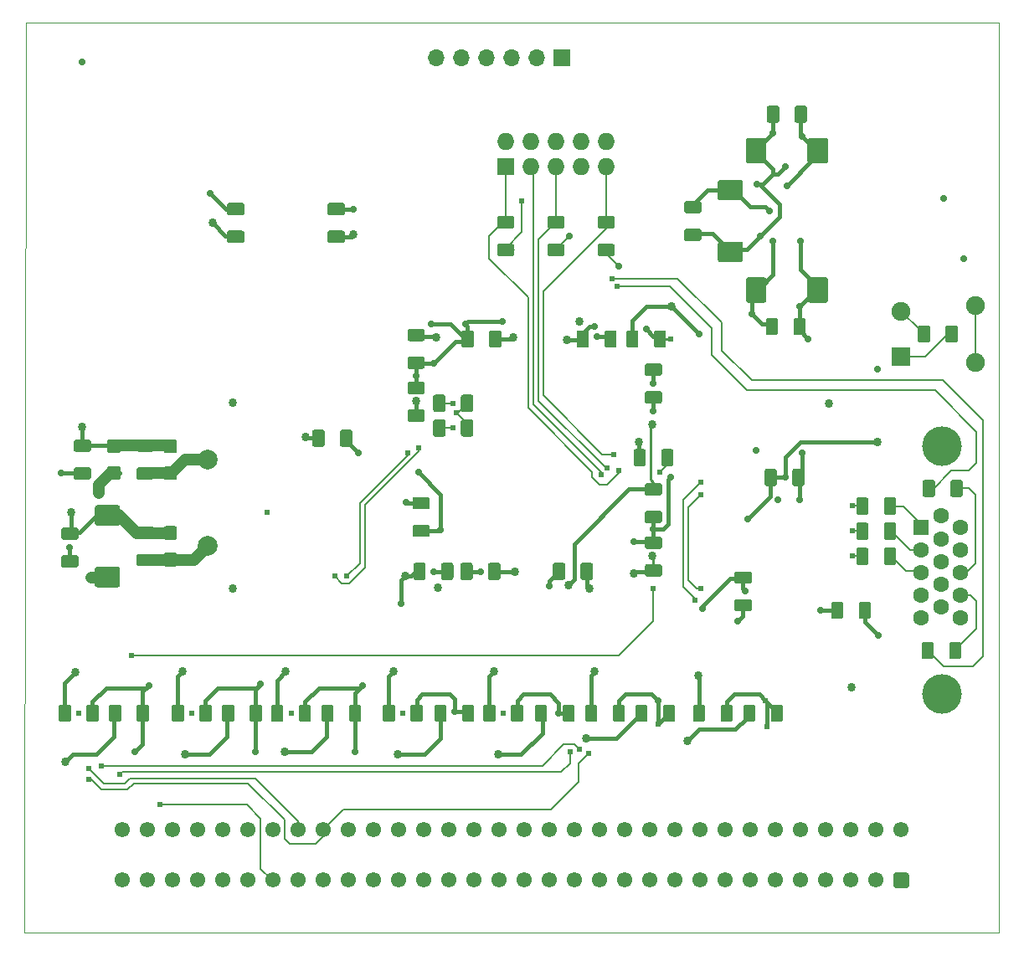
<source format=gbr>
G04 #@! TF.GenerationSoftware,KiCad,Pcbnew,5.1.5+dfsg1-2build2*
G04 #@! TF.CreationDate,2021-07-06T13:38:07+01:00*
G04 #@! TF.ProjectId,Video+Sound,56696465-6f2b-4536-9f75-6e642e6b6963,rev?*
G04 #@! TF.SameCoordinates,Original*
G04 #@! TF.FileFunction,Copper,L4,Bot*
G04 #@! TF.FilePolarity,Positive*
%FSLAX46Y46*%
G04 Gerber Fmt 4.6, Leading zero omitted, Abs format (unit mm)*
G04 Created by KiCad (PCBNEW 5.1.5+dfsg1-2build2) date 2021-07-06 13:38:07*
%MOMM*%
%LPD*%
G04 APERTURE LIST*
%ADD10C,0.050000*%
%ADD11C,0.100000*%
%ADD12O,1.700000X1.700000*%
%ADD13R,1.700000X1.700000*%
%ADD14C,1.900000*%
%ADD15R,1.900000X1.900000*%
%ADD16C,2.000000*%
%ADD17O,1.727200X1.727200*%
%ADD18R,1.727200X1.727200*%
%ADD19R,1.600000X1.600000*%
%ADD20C,1.600000*%
%ADD21C,4.000000*%
%ADD22C,1.550000*%
%ADD23C,0.711200*%
%ADD24C,0.863600*%
%ADD25C,0.609600*%
%ADD26C,0.406400*%
%ADD27C,0.203200*%
%ADD28C,1.143000*%
%ADD29C,0.254000*%
G04 APERTURE END LIST*
D10*
X74041000Y-63500000D02*
X73914000Y-155575000D01*
X172466000Y-63500000D02*
X74041000Y-63500000D01*
X172466000Y-155575000D02*
X172466000Y-63500000D01*
X73914000Y-155575000D02*
X172466000Y-155575000D01*
G04 #@! TA.AperFunction,SMDPad,CuDef*
D11*
G36*
X146337504Y-85642204D02*
G01*
X146361773Y-85645804D01*
X146385571Y-85651765D01*
X146408671Y-85660030D01*
X146430849Y-85670520D01*
X146451893Y-85683133D01*
X146471598Y-85697747D01*
X146489777Y-85714223D01*
X146506253Y-85732402D01*
X146520867Y-85752107D01*
X146533480Y-85773151D01*
X146543970Y-85795329D01*
X146552235Y-85818429D01*
X146558196Y-85842227D01*
X146561796Y-85866496D01*
X146563000Y-85891000D01*
X146563000Y-87466000D01*
X146561796Y-87490504D01*
X146558196Y-87514773D01*
X146552235Y-87538571D01*
X146543970Y-87561671D01*
X146533480Y-87583849D01*
X146520867Y-87604893D01*
X146506253Y-87624598D01*
X146489777Y-87642777D01*
X146471598Y-87659253D01*
X146451893Y-87673867D01*
X146430849Y-87686480D01*
X146408671Y-87696970D01*
X146385571Y-87705235D01*
X146361773Y-87711196D01*
X146337504Y-87714796D01*
X146313000Y-87716000D01*
X144263000Y-87716000D01*
X144238496Y-87714796D01*
X144214227Y-87711196D01*
X144190429Y-87705235D01*
X144167329Y-87696970D01*
X144145151Y-87686480D01*
X144124107Y-87673867D01*
X144104402Y-87659253D01*
X144086223Y-87642777D01*
X144069747Y-87624598D01*
X144055133Y-87604893D01*
X144042520Y-87583849D01*
X144032030Y-87561671D01*
X144023765Y-87538571D01*
X144017804Y-87514773D01*
X144014204Y-87490504D01*
X144013000Y-87466000D01*
X144013000Y-85891000D01*
X144014204Y-85866496D01*
X144017804Y-85842227D01*
X144023765Y-85818429D01*
X144032030Y-85795329D01*
X144042520Y-85773151D01*
X144055133Y-85752107D01*
X144069747Y-85732402D01*
X144086223Y-85714223D01*
X144104402Y-85697747D01*
X144124107Y-85683133D01*
X144145151Y-85670520D01*
X144167329Y-85660030D01*
X144190429Y-85651765D01*
X144214227Y-85645804D01*
X144238496Y-85642204D01*
X144263000Y-85641000D01*
X146313000Y-85641000D01*
X146337504Y-85642204D01*
G37*
G04 #@! TD.AperFunction*
G04 #@! TA.AperFunction,SMDPad,CuDef*
G36*
X146337504Y-79417204D02*
G01*
X146361773Y-79420804D01*
X146385571Y-79426765D01*
X146408671Y-79435030D01*
X146430849Y-79445520D01*
X146451893Y-79458133D01*
X146471598Y-79472747D01*
X146489777Y-79489223D01*
X146506253Y-79507402D01*
X146520867Y-79527107D01*
X146533480Y-79548151D01*
X146543970Y-79570329D01*
X146552235Y-79593429D01*
X146558196Y-79617227D01*
X146561796Y-79641496D01*
X146563000Y-79666000D01*
X146563000Y-81241000D01*
X146561796Y-81265504D01*
X146558196Y-81289773D01*
X146552235Y-81313571D01*
X146543970Y-81336671D01*
X146533480Y-81358849D01*
X146520867Y-81379893D01*
X146506253Y-81399598D01*
X146489777Y-81417777D01*
X146471598Y-81434253D01*
X146451893Y-81448867D01*
X146430849Y-81461480D01*
X146408671Y-81471970D01*
X146385571Y-81480235D01*
X146361773Y-81486196D01*
X146337504Y-81489796D01*
X146313000Y-81491000D01*
X144263000Y-81491000D01*
X144238496Y-81489796D01*
X144214227Y-81486196D01*
X144190429Y-81480235D01*
X144167329Y-81471970D01*
X144145151Y-81461480D01*
X144124107Y-81448867D01*
X144104402Y-81434253D01*
X144086223Y-81417777D01*
X144069747Y-81399598D01*
X144055133Y-81379893D01*
X144042520Y-81358849D01*
X144032030Y-81336671D01*
X144023765Y-81313571D01*
X144017804Y-81289773D01*
X144014204Y-81265504D01*
X144013000Y-81241000D01*
X144013000Y-79666000D01*
X144014204Y-79641496D01*
X144017804Y-79617227D01*
X144023765Y-79593429D01*
X144032030Y-79570329D01*
X144042520Y-79548151D01*
X144055133Y-79527107D01*
X144069747Y-79507402D01*
X144086223Y-79489223D01*
X144104402Y-79472747D01*
X144124107Y-79458133D01*
X144145151Y-79445520D01*
X144167329Y-79435030D01*
X144190429Y-79426765D01*
X144214227Y-79420804D01*
X144238496Y-79417204D01*
X144263000Y-79416000D01*
X146313000Y-79416000D01*
X146337504Y-79417204D01*
G37*
G04 #@! TD.AperFunction*
G04 #@! TA.AperFunction,SMDPad,CuDef*
G36*
X148702504Y-75180204D02*
G01*
X148726773Y-75183804D01*
X148750571Y-75189765D01*
X148773671Y-75198030D01*
X148795849Y-75208520D01*
X148816893Y-75221133D01*
X148836598Y-75235747D01*
X148854777Y-75252223D01*
X148871253Y-75270402D01*
X148885867Y-75290107D01*
X148898480Y-75311151D01*
X148908970Y-75333329D01*
X148917235Y-75356429D01*
X148923196Y-75380227D01*
X148926796Y-75404496D01*
X148928000Y-75429000D01*
X148928000Y-77479000D01*
X148926796Y-77503504D01*
X148923196Y-77527773D01*
X148917235Y-77551571D01*
X148908970Y-77574671D01*
X148898480Y-77596849D01*
X148885867Y-77617893D01*
X148871253Y-77637598D01*
X148854777Y-77655777D01*
X148836598Y-77672253D01*
X148816893Y-77686867D01*
X148795849Y-77699480D01*
X148773671Y-77709970D01*
X148750571Y-77718235D01*
X148726773Y-77724196D01*
X148702504Y-77727796D01*
X148678000Y-77729000D01*
X147103000Y-77729000D01*
X147078496Y-77727796D01*
X147054227Y-77724196D01*
X147030429Y-77718235D01*
X147007329Y-77709970D01*
X146985151Y-77699480D01*
X146964107Y-77686867D01*
X146944402Y-77672253D01*
X146926223Y-77655777D01*
X146909747Y-77637598D01*
X146895133Y-77617893D01*
X146882520Y-77596849D01*
X146872030Y-77574671D01*
X146863765Y-77551571D01*
X146857804Y-77527773D01*
X146854204Y-77503504D01*
X146853000Y-77479000D01*
X146853000Y-75429000D01*
X146854204Y-75404496D01*
X146857804Y-75380227D01*
X146863765Y-75356429D01*
X146872030Y-75333329D01*
X146882520Y-75311151D01*
X146895133Y-75290107D01*
X146909747Y-75270402D01*
X146926223Y-75252223D01*
X146944402Y-75235747D01*
X146964107Y-75221133D01*
X146985151Y-75208520D01*
X147007329Y-75198030D01*
X147030429Y-75189765D01*
X147054227Y-75183804D01*
X147078496Y-75180204D01*
X147103000Y-75179000D01*
X148678000Y-75179000D01*
X148702504Y-75180204D01*
G37*
G04 #@! TD.AperFunction*
G04 #@! TA.AperFunction,SMDPad,CuDef*
G36*
X154927504Y-75180204D02*
G01*
X154951773Y-75183804D01*
X154975571Y-75189765D01*
X154998671Y-75198030D01*
X155020849Y-75208520D01*
X155041893Y-75221133D01*
X155061598Y-75235747D01*
X155079777Y-75252223D01*
X155096253Y-75270402D01*
X155110867Y-75290107D01*
X155123480Y-75311151D01*
X155133970Y-75333329D01*
X155142235Y-75356429D01*
X155148196Y-75380227D01*
X155151796Y-75404496D01*
X155153000Y-75429000D01*
X155153000Y-77479000D01*
X155151796Y-77503504D01*
X155148196Y-77527773D01*
X155142235Y-77551571D01*
X155133970Y-77574671D01*
X155123480Y-77596849D01*
X155110867Y-77617893D01*
X155096253Y-77637598D01*
X155079777Y-77655777D01*
X155061598Y-77672253D01*
X155041893Y-77686867D01*
X155020849Y-77699480D01*
X154998671Y-77709970D01*
X154975571Y-77718235D01*
X154951773Y-77724196D01*
X154927504Y-77727796D01*
X154903000Y-77729000D01*
X153328000Y-77729000D01*
X153303496Y-77727796D01*
X153279227Y-77724196D01*
X153255429Y-77718235D01*
X153232329Y-77709970D01*
X153210151Y-77699480D01*
X153189107Y-77686867D01*
X153169402Y-77672253D01*
X153151223Y-77655777D01*
X153134747Y-77637598D01*
X153120133Y-77617893D01*
X153107520Y-77596849D01*
X153097030Y-77574671D01*
X153088765Y-77551571D01*
X153082804Y-77527773D01*
X153079204Y-77503504D01*
X153078000Y-77479000D01*
X153078000Y-75429000D01*
X153079204Y-75404496D01*
X153082804Y-75380227D01*
X153088765Y-75356429D01*
X153097030Y-75333329D01*
X153107520Y-75311151D01*
X153120133Y-75290107D01*
X153134747Y-75270402D01*
X153151223Y-75252223D01*
X153169402Y-75235747D01*
X153189107Y-75221133D01*
X153210151Y-75208520D01*
X153232329Y-75198030D01*
X153255429Y-75189765D01*
X153279227Y-75183804D01*
X153303496Y-75180204D01*
X153328000Y-75179000D01*
X154903000Y-75179000D01*
X154927504Y-75180204D01*
G37*
G04 #@! TD.AperFunction*
G04 #@! TA.AperFunction,SMDPad,CuDef*
G36*
X154927504Y-89277204D02*
G01*
X154951773Y-89280804D01*
X154975571Y-89286765D01*
X154998671Y-89295030D01*
X155020849Y-89305520D01*
X155041893Y-89318133D01*
X155061598Y-89332747D01*
X155079777Y-89349223D01*
X155096253Y-89367402D01*
X155110867Y-89387107D01*
X155123480Y-89408151D01*
X155133970Y-89430329D01*
X155142235Y-89453429D01*
X155148196Y-89477227D01*
X155151796Y-89501496D01*
X155153000Y-89526000D01*
X155153000Y-91576000D01*
X155151796Y-91600504D01*
X155148196Y-91624773D01*
X155142235Y-91648571D01*
X155133970Y-91671671D01*
X155123480Y-91693849D01*
X155110867Y-91714893D01*
X155096253Y-91734598D01*
X155079777Y-91752777D01*
X155061598Y-91769253D01*
X155041893Y-91783867D01*
X155020849Y-91796480D01*
X154998671Y-91806970D01*
X154975571Y-91815235D01*
X154951773Y-91821196D01*
X154927504Y-91824796D01*
X154903000Y-91826000D01*
X153328000Y-91826000D01*
X153303496Y-91824796D01*
X153279227Y-91821196D01*
X153255429Y-91815235D01*
X153232329Y-91806970D01*
X153210151Y-91796480D01*
X153189107Y-91783867D01*
X153169402Y-91769253D01*
X153151223Y-91752777D01*
X153134747Y-91734598D01*
X153120133Y-91714893D01*
X153107520Y-91693849D01*
X153097030Y-91671671D01*
X153088765Y-91648571D01*
X153082804Y-91624773D01*
X153079204Y-91600504D01*
X153078000Y-91576000D01*
X153078000Y-89526000D01*
X153079204Y-89501496D01*
X153082804Y-89477227D01*
X153088765Y-89453429D01*
X153097030Y-89430329D01*
X153107520Y-89408151D01*
X153120133Y-89387107D01*
X153134747Y-89367402D01*
X153151223Y-89349223D01*
X153169402Y-89332747D01*
X153189107Y-89318133D01*
X153210151Y-89305520D01*
X153232329Y-89295030D01*
X153255429Y-89286765D01*
X153279227Y-89280804D01*
X153303496Y-89277204D01*
X153328000Y-89276000D01*
X154903000Y-89276000D01*
X154927504Y-89277204D01*
G37*
G04 #@! TD.AperFunction*
G04 #@! TA.AperFunction,SMDPad,CuDef*
G36*
X148702504Y-89277204D02*
G01*
X148726773Y-89280804D01*
X148750571Y-89286765D01*
X148773671Y-89295030D01*
X148795849Y-89305520D01*
X148816893Y-89318133D01*
X148836598Y-89332747D01*
X148854777Y-89349223D01*
X148871253Y-89367402D01*
X148885867Y-89387107D01*
X148898480Y-89408151D01*
X148908970Y-89430329D01*
X148917235Y-89453429D01*
X148923196Y-89477227D01*
X148926796Y-89501496D01*
X148928000Y-89526000D01*
X148928000Y-91576000D01*
X148926796Y-91600504D01*
X148923196Y-91624773D01*
X148917235Y-91648571D01*
X148908970Y-91671671D01*
X148898480Y-91693849D01*
X148885867Y-91714893D01*
X148871253Y-91734598D01*
X148854777Y-91752777D01*
X148836598Y-91769253D01*
X148816893Y-91783867D01*
X148795849Y-91796480D01*
X148773671Y-91806970D01*
X148750571Y-91815235D01*
X148726773Y-91821196D01*
X148702504Y-91824796D01*
X148678000Y-91826000D01*
X147103000Y-91826000D01*
X147078496Y-91824796D01*
X147054227Y-91821196D01*
X147030429Y-91815235D01*
X147007329Y-91806970D01*
X146985151Y-91796480D01*
X146964107Y-91783867D01*
X146944402Y-91769253D01*
X146926223Y-91752777D01*
X146909747Y-91734598D01*
X146895133Y-91714893D01*
X146882520Y-91693849D01*
X146872030Y-91671671D01*
X146863765Y-91648571D01*
X146857804Y-91624773D01*
X146854204Y-91600504D01*
X146853000Y-91576000D01*
X146853000Y-89526000D01*
X146854204Y-89501496D01*
X146857804Y-89477227D01*
X146863765Y-89453429D01*
X146872030Y-89430329D01*
X146882520Y-89408151D01*
X146895133Y-89387107D01*
X146909747Y-89367402D01*
X146926223Y-89349223D01*
X146944402Y-89332747D01*
X146964107Y-89318133D01*
X146985151Y-89305520D01*
X147007329Y-89295030D01*
X147030429Y-89286765D01*
X147054227Y-89280804D01*
X147078496Y-89277204D01*
X147103000Y-89276000D01*
X148678000Y-89276000D01*
X148702504Y-89277204D01*
G37*
G04 #@! TD.AperFunction*
D12*
X115570000Y-67056000D03*
X118110000Y-67056000D03*
X120650000Y-67056000D03*
X123190000Y-67056000D03*
X125730000Y-67056000D03*
D13*
X128270000Y-67056000D03*
G04 #@! TA.AperFunction,SMDPad,CuDef*
D11*
G36*
X165245504Y-94122204D02*
G01*
X165269773Y-94125804D01*
X165293571Y-94131765D01*
X165316671Y-94140030D01*
X165338849Y-94150520D01*
X165359893Y-94163133D01*
X165379598Y-94177747D01*
X165397777Y-94194223D01*
X165414253Y-94212402D01*
X165428867Y-94232107D01*
X165441480Y-94253151D01*
X165451970Y-94275329D01*
X165460235Y-94298429D01*
X165466196Y-94322227D01*
X165469796Y-94346496D01*
X165471000Y-94371000D01*
X165471000Y-95621000D01*
X165469796Y-95645504D01*
X165466196Y-95669773D01*
X165460235Y-95693571D01*
X165451970Y-95716671D01*
X165441480Y-95738849D01*
X165428867Y-95759893D01*
X165414253Y-95779598D01*
X165397777Y-95797777D01*
X165379598Y-95814253D01*
X165359893Y-95828867D01*
X165338849Y-95841480D01*
X165316671Y-95851970D01*
X165293571Y-95860235D01*
X165269773Y-95866196D01*
X165245504Y-95869796D01*
X165221000Y-95871000D01*
X164471000Y-95871000D01*
X164446496Y-95869796D01*
X164422227Y-95866196D01*
X164398429Y-95860235D01*
X164375329Y-95851970D01*
X164353151Y-95841480D01*
X164332107Y-95828867D01*
X164312402Y-95814253D01*
X164294223Y-95797777D01*
X164277747Y-95779598D01*
X164263133Y-95759893D01*
X164250520Y-95738849D01*
X164240030Y-95716671D01*
X164231765Y-95693571D01*
X164225804Y-95669773D01*
X164222204Y-95645504D01*
X164221000Y-95621000D01*
X164221000Y-94371000D01*
X164222204Y-94346496D01*
X164225804Y-94322227D01*
X164231765Y-94298429D01*
X164240030Y-94275329D01*
X164250520Y-94253151D01*
X164263133Y-94232107D01*
X164277747Y-94212402D01*
X164294223Y-94194223D01*
X164312402Y-94177747D01*
X164332107Y-94163133D01*
X164353151Y-94150520D01*
X164375329Y-94140030D01*
X164398429Y-94131765D01*
X164422227Y-94125804D01*
X164446496Y-94122204D01*
X164471000Y-94121000D01*
X165221000Y-94121000D01*
X165245504Y-94122204D01*
G37*
G04 #@! TD.AperFunction*
G04 #@! TA.AperFunction,SMDPad,CuDef*
G36*
X168045504Y-94122204D02*
G01*
X168069773Y-94125804D01*
X168093571Y-94131765D01*
X168116671Y-94140030D01*
X168138849Y-94150520D01*
X168159893Y-94163133D01*
X168179598Y-94177747D01*
X168197777Y-94194223D01*
X168214253Y-94212402D01*
X168228867Y-94232107D01*
X168241480Y-94253151D01*
X168251970Y-94275329D01*
X168260235Y-94298429D01*
X168266196Y-94322227D01*
X168269796Y-94346496D01*
X168271000Y-94371000D01*
X168271000Y-95621000D01*
X168269796Y-95645504D01*
X168266196Y-95669773D01*
X168260235Y-95693571D01*
X168251970Y-95716671D01*
X168241480Y-95738849D01*
X168228867Y-95759893D01*
X168214253Y-95779598D01*
X168197777Y-95797777D01*
X168179598Y-95814253D01*
X168159893Y-95828867D01*
X168138849Y-95841480D01*
X168116671Y-95851970D01*
X168093571Y-95860235D01*
X168069773Y-95866196D01*
X168045504Y-95869796D01*
X168021000Y-95871000D01*
X167271000Y-95871000D01*
X167246496Y-95869796D01*
X167222227Y-95866196D01*
X167198429Y-95860235D01*
X167175329Y-95851970D01*
X167153151Y-95841480D01*
X167132107Y-95828867D01*
X167112402Y-95814253D01*
X167094223Y-95797777D01*
X167077747Y-95779598D01*
X167063133Y-95759893D01*
X167050520Y-95738849D01*
X167040030Y-95716671D01*
X167031765Y-95693571D01*
X167025804Y-95669773D01*
X167022204Y-95645504D01*
X167021000Y-95621000D01*
X167021000Y-94371000D01*
X167022204Y-94346496D01*
X167025804Y-94322227D01*
X167031765Y-94298429D01*
X167040030Y-94275329D01*
X167050520Y-94253151D01*
X167063133Y-94232107D01*
X167077747Y-94212402D01*
X167094223Y-94194223D01*
X167112402Y-94177747D01*
X167132107Y-94163133D01*
X167153151Y-94150520D01*
X167175329Y-94140030D01*
X167198429Y-94131765D01*
X167222227Y-94125804D01*
X167246496Y-94122204D01*
X167271000Y-94121000D01*
X168021000Y-94121000D01*
X168045504Y-94122204D01*
G37*
G04 #@! TD.AperFunction*
G04 #@! TA.AperFunction,SMDPad,CuDef*
G36*
X142127504Y-84339204D02*
G01*
X142151773Y-84342804D01*
X142175571Y-84348765D01*
X142198671Y-84357030D01*
X142220849Y-84367520D01*
X142241893Y-84380133D01*
X142261598Y-84394747D01*
X142279777Y-84411223D01*
X142296253Y-84429402D01*
X142310867Y-84449107D01*
X142323480Y-84470151D01*
X142333970Y-84492329D01*
X142342235Y-84515429D01*
X142348196Y-84539227D01*
X142351796Y-84563496D01*
X142353000Y-84588000D01*
X142353000Y-85338000D01*
X142351796Y-85362504D01*
X142348196Y-85386773D01*
X142342235Y-85410571D01*
X142333970Y-85433671D01*
X142323480Y-85455849D01*
X142310867Y-85476893D01*
X142296253Y-85496598D01*
X142279777Y-85514777D01*
X142261598Y-85531253D01*
X142241893Y-85545867D01*
X142220849Y-85558480D01*
X142198671Y-85568970D01*
X142175571Y-85577235D01*
X142151773Y-85583196D01*
X142127504Y-85586796D01*
X142103000Y-85588000D01*
X140853000Y-85588000D01*
X140828496Y-85586796D01*
X140804227Y-85583196D01*
X140780429Y-85577235D01*
X140757329Y-85568970D01*
X140735151Y-85558480D01*
X140714107Y-85545867D01*
X140694402Y-85531253D01*
X140676223Y-85514777D01*
X140659747Y-85496598D01*
X140645133Y-85476893D01*
X140632520Y-85455849D01*
X140622030Y-85433671D01*
X140613765Y-85410571D01*
X140607804Y-85386773D01*
X140604204Y-85362504D01*
X140603000Y-85338000D01*
X140603000Y-84588000D01*
X140604204Y-84563496D01*
X140607804Y-84539227D01*
X140613765Y-84515429D01*
X140622030Y-84492329D01*
X140632520Y-84470151D01*
X140645133Y-84449107D01*
X140659747Y-84429402D01*
X140676223Y-84411223D01*
X140694402Y-84394747D01*
X140714107Y-84380133D01*
X140735151Y-84367520D01*
X140757329Y-84357030D01*
X140780429Y-84348765D01*
X140804227Y-84342804D01*
X140828496Y-84339204D01*
X140853000Y-84338000D01*
X142103000Y-84338000D01*
X142127504Y-84339204D01*
G37*
G04 #@! TD.AperFunction*
G04 #@! TA.AperFunction,SMDPad,CuDef*
G36*
X142127504Y-81539204D02*
G01*
X142151773Y-81542804D01*
X142175571Y-81548765D01*
X142198671Y-81557030D01*
X142220849Y-81567520D01*
X142241893Y-81580133D01*
X142261598Y-81594747D01*
X142279777Y-81611223D01*
X142296253Y-81629402D01*
X142310867Y-81649107D01*
X142323480Y-81670151D01*
X142333970Y-81692329D01*
X142342235Y-81715429D01*
X142348196Y-81739227D01*
X142351796Y-81763496D01*
X142353000Y-81788000D01*
X142353000Y-82538000D01*
X142351796Y-82562504D01*
X142348196Y-82586773D01*
X142342235Y-82610571D01*
X142333970Y-82633671D01*
X142323480Y-82655849D01*
X142310867Y-82676893D01*
X142296253Y-82696598D01*
X142279777Y-82714777D01*
X142261598Y-82731253D01*
X142241893Y-82745867D01*
X142220849Y-82758480D01*
X142198671Y-82768970D01*
X142175571Y-82777235D01*
X142151773Y-82783196D01*
X142127504Y-82786796D01*
X142103000Y-82788000D01*
X140853000Y-82788000D01*
X140828496Y-82786796D01*
X140804227Y-82783196D01*
X140780429Y-82777235D01*
X140757329Y-82768970D01*
X140735151Y-82758480D01*
X140714107Y-82745867D01*
X140694402Y-82731253D01*
X140676223Y-82714777D01*
X140659747Y-82696598D01*
X140645133Y-82676893D01*
X140632520Y-82655849D01*
X140622030Y-82633671D01*
X140613765Y-82610571D01*
X140607804Y-82586773D01*
X140604204Y-82562504D01*
X140603000Y-82538000D01*
X140603000Y-81788000D01*
X140604204Y-81763496D01*
X140607804Y-81739227D01*
X140613765Y-81715429D01*
X140622030Y-81692329D01*
X140632520Y-81670151D01*
X140645133Y-81649107D01*
X140659747Y-81629402D01*
X140676223Y-81611223D01*
X140694402Y-81594747D01*
X140714107Y-81580133D01*
X140735151Y-81567520D01*
X140757329Y-81557030D01*
X140780429Y-81548765D01*
X140804227Y-81542804D01*
X140828496Y-81539204D01*
X140853000Y-81538000D01*
X142103000Y-81538000D01*
X142127504Y-81539204D01*
G37*
G04 #@! TD.AperFunction*
G04 #@! TA.AperFunction,SMDPad,CuDef*
G36*
X149999504Y-71897204D02*
G01*
X150023773Y-71900804D01*
X150047571Y-71906765D01*
X150070671Y-71915030D01*
X150092849Y-71925520D01*
X150113893Y-71938133D01*
X150133598Y-71952747D01*
X150151777Y-71969223D01*
X150168253Y-71987402D01*
X150182867Y-72007107D01*
X150195480Y-72028151D01*
X150205970Y-72050329D01*
X150214235Y-72073429D01*
X150220196Y-72097227D01*
X150223796Y-72121496D01*
X150225000Y-72146000D01*
X150225000Y-73396000D01*
X150223796Y-73420504D01*
X150220196Y-73444773D01*
X150214235Y-73468571D01*
X150205970Y-73491671D01*
X150195480Y-73513849D01*
X150182867Y-73534893D01*
X150168253Y-73554598D01*
X150151777Y-73572777D01*
X150133598Y-73589253D01*
X150113893Y-73603867D01*
X150092849Y-73616480D01*
X150070671Y-73626970D01*
X150047571Y-73635235D01*
X150023773Y-73641196D01*
X149999504Y-73644796D01*
X149975000Y-73646000D01*
X149225000Y-73646000D01*
X149200496Y-73644796D01*
X149176227Y-73641196D01*
X149152429Y-73635235D01*
X149129329Y-73626970D01*
X149107151Y-73616480D01*
X149086107Y-73603867D01*
X149066402Y-73589253D01*
X149048223Y-73572777D01*
X149031747Y-73554598D01*
X149017133Y-73534893D01*
X149004520Y-73513849D01*
X148994030Y-73491671D01*
X148985765Y-73468571D01*
X148979804Y-73444773D01*
X148976204Y-73420504D01*
X148975000Y-73396000D01*
X148975000Y-72146000D01*
X148976204Y-72121496D01*
X148979804Y-72097227D01*
X148985765Y-72073429D01*
X148994030Y-72050329D01*
X149004520Y-72028151D01*
X149017133Y-72007107D01*
X149031747Y-71987402D01*
X149048223Y-71969223D01*
X149066402Y-71952747D01*
X149086107Y-71938133D01*
X149107151Y-71925520D01*
X149129329Y-71915030D01*
X149152429Y-71906765D01*
X149176227Y-71900804D01*
X149200496Y-71897204D01*
X149225000Y-71896000D01*
X149975000Y-71896000D01*
X149999504Y-71897204D01*
G37*
G04 #@! TD.AperFunction*
G04 #@! TA.AperFunction,SMDPad,CuDef*
G36*
X152799504Y-71897204D02*
G01*
X152823773Y-71900804D01*
X152847571Y-71906765D01*
X152870671Y-71915030D01*
X152892849Y-71925520D01*
X152913893Y-71938133D01*
X152933598Y-71952747D01*
X152951777Y-71969223D01*
X152968253Y-71987402D01*
X152982867Y-72007107D01*
X152995480Y-72028151D01*
X153005970Y-72050329D01*
X153014235Y-72073429D01*
X153020196Y-72097227D01*
X153023796Y-72121496D01*
X153025000Y-72146000D01*
X153025000Y-73396000D01*
X153023796Y-73420504D01*
X153020196Y-73444773D01*
X153014235Y-73468571D01*
X153005970Y-73491671D01*
X152995480Y-73513849D01*
X152982867Y-73534893D01*
X152968253Y-73554598D01*
X152951777Y-73572777D01*
X152933598Y-73589253D01*
X152913893Y-73603867D01*
X152892849Y-73616480D01*
X152870671Y-73626970D01*
X152847571Y-73635235D01*
X152823773Y-73641196D01*
X152799504Y-73644796D01*
X152775000Y-73646000D01*
X152025000Y-73646000D01*
X152000496Y-73644796D01*
X151976227Y-73641196D01*
X151952429Y-73635235D01*
X151929329Y-73626970D01*
X151907151Y-73616480D01*
X151886107Y-73603867D01*
X151866402Y-73589253D01*
X151848223Y-73572777D01*
X151831747Y-73554598D01*
X151817133Y-73534893D01*
X151804520Y-73513849D01*
X151794030Y-73491671D01*
X151785765Y-73468571D01*
X151779804Y-73444773D01*
X151776204Y-73420504D01*
X151775000Y-73396000D01*
X151775000Y-72146000D01*
X151776204Y-72121496D01*
X151779804Y-72097227D01*
X151785765Y-72073429D01*
X151794030Y-72050329D01*
X151804520Y-72028151D01*
X151817133Y-72007107D01*
X151831747Y-71987402D01*
X151848223Y-71969223D01*
X151866402Y-71952747D01*
X151886107Y-71938133D01*
X151907151Y-71925520D01*
X151929329Y-71915030D01*
X151952429Y-71906765D01*
X151976227Y-71900804D01*
X152000496Y-71897204D01*
X152025000Y-71896000D01*
X152775000Y-71896000D01*
X152799504Y-71897204D01*
G37*
G04 #@! TD.AperFunction*
G04 #@! TA.AperFunction,SMDPad,CuDef*
G36*
X152675504Y-93360204D02*
G01*
X152699773Y-93363804D01*
X152723571Y-93369765D01*
X152746671Y-93378030D01*
X152768849Y-93388520D01*
X152789893Y-93401133D01*
X152809598Y-93415747D01*
X152827777Y-93432223D01*
X152844253Y-93450402D01*
X152858867Y-93470107D01*
X152871480Y-93491151D01*
X152881970Y-93513329D01*
X152890235Y-93536429D01*
X152896196Y-93560227D01*
X152899796Y-93584496D01*
X152901000Y-93609000D01*
X152901000Y-94859000D01*
X152899796Y-94883504D01*
X152896196Y-94907773D01*
X152890235Y-94931571D01*
X152881970Y-94954671D01*
X152871480Y-94976849D01*
X152858867Y-94997893D01*
X152844253Y-95017598D01*
X152827777Y-95035777D01*
X152809598Y-95052253D01*
X152789893Y-95066867D01*
X152768849Y-95079480D01*
X152746671Y-95089970D01*
X152723571Y-95098235D01*
X152699773Y-95104196D01*
X152675504Y-95107796D01*
X152651000Y-95109000D01*
X151901000Y-95109000D01*
X151876496Y-95107796D01*
X151852227Y-95104196D01*
X151828429Y-95098235D01*
X151805329Y-95089970D01*
X151783151Y-95079480D01*
X151762107Y-95066867D01*
X151742402Y-95052253D01*
X151724223Y-95035777D01*
X151707747Y-95017598D01*
X151693133Y-94997893D01*
X151680520Y-94976849D01*
X151670030Y-94954671D01*
X151661765Y-94931571D01*
X151655804Y-94907773D01*
X151652204Y-94883504D01*
X151651000Y-94859000D01*
X151651000Y-93609000D01*
X151652204Y-93584496D01*
X151655804Y-93560227D01*
X151661765Y-93536429D01*
X151670030Y-93513329D01*
X151680520Y-93491151D01*
X151693133Y-93470107D01*
X151707747Y-93450402D01*
X151724223Y-93432223D01*
X151742402Y-93415747D01*
X151762107Y-93401133D01*
X151783151Y-93388520D01*
X151805329Y-93378030D01*
X151828429Y-93369765D01*
X151852227Y-93363804D01*
X151876496Y-93360204D01*
X151901000Y-93359000D01*
X152651000Y-93359000D01*
X152675504Y-93360204D01*
G37*
G04 #@! TD.AperFunction*
G04 #@! TA.AperFunction,SMDPad,CuDef*
G36*
X149875504Y-93360204D02*
G01*
X149899773Y-93363804D01*
X149923571Y-93369765D01*
X149946671Y-93378030D01*
X149968849Y-93388520D01*
X149989893Y-93401133D01*
X150009598Y-93415747D01*
X150027777Y-93432223D01*
X150044253Y-93450402D01*
X150058867Y-93470107D01*
X150071480Y-93491151D01*
X150081970Y-93513329D01*
X150090235Y-93536429D01*
X150096196Y-93560227D01*
X150099796Y-93584496D01*
X150101000Y-93609000D01*
X150101000Y-94859000D01*
X150099796Y-94883504D01*
X150096196Y-94907773D01*
X150090235Y-94931571D01*
X150081970Y-94954671D01*
X150071480Y-94976849D01*
X150058867Y-94997893D01*
X150044253Y-95017598D01*
X150027777Y-95035777D01*
X150009598Y-95052253D01*
X149989893Y-95066867D01*
X149968849Y-95079480D01*
X149946671Y-95089970D01*
X149923571Y-95098235D01*
X149899773Y-95104196D01*
X149875504Y-95107796D01*
X149851000Y-95109000D01*
X149101000Y-95109000D01*
X149076496Y-95107796D01*
X149052227Y-95104196D01*
X149028429Y-95098235D01*
X149005329Y-95089970D01*
X148983151Y-95079480D01*
X148962107Y-95066867D01*
X148942402Y-95052253D01*
X148924223Y-95035777D01*
X148907747Y-95017598D01*
X148893133Y-94997893D01*
X148880520Y-94976849D01*
X148870030Y-94954671D01*
X148861765Y-94931571D01*
X148855804Y-94907773D01*
X148852204Y-94883504D01*
X148851000Y-94859000D01*
X148851000Y-93609000D01*
X148852204Y-93584496D01*
X148855804Y-93560227D01*
X148861765Y-93536429D01*
X148870030Y-93513329D01*
X148880520Y-93491151D01*
X148893133Y-93470107D01*
X148907747Y-93450402D01*
X148924223Y-93432223D01*
X148942402Y-93415747D01*
X148962107Y-93401133D01*
X148983151Y-93388520D01*
X149005329Y-93378030D01*
X149028429Y-93369765D01*
X149052227Y-93363804D01*
X149076496Y-93360204D01*
X149101000Y-93359000D01*
X149851000Y-93359000D01*
X149875504Y-93360204D01*
G37*
G04 #@! TD.AperFunction*
G04 #@! TA.AperFunction,SMDPad,CuDef*
G36*
X83345504Y-112310204D02*
G01*
X83369773Y-112313804D01*
X83393571Y-112319765D01*
X83416671Y-112328030D01*
X83438849Y-112338520D01*
X83459893Y-112351133D01*
X83479598Y-112365747D01*
X83497777Y-112382223D01*
X83514253Y-112400402D01*
X83528867Y-112420107D01*
X83541480Y-112441151D01*
X83551970Y-112463329D01*
X83560235Y-112486429D01*
X83566196Y-112510227D01*
X83569796Y-112534496D01*
X83571000Y-112559000D01*
X83571000Y-114134000D01*
X83569796Y-114158504D01*
X83566196Y-114182773D01*
X83560235Y-114206571D01*
X83551970Y-114229671D01*
X83541480Y-114251849D01*
X83528867Y-114272893D01*
X83514253Y-114292598D01*
X83497777Y-114310777D01*
X83479598Y-114327253D01*
X83459893Y-114341867D01*
X83438849Y-114354480D01*
X83416671Y-114364970D01*
X83393571Y-114373235D01*
X83369773Y-114379196D01*
X83345504Y-114382796D01*
X83321000Y-114384000D01*
X81271000Y-114384000D01*
X81246496Y-114382796D01*
X81222227Y-114379196D01*
X81198429Y-114373235D01*
X81175329Y-114364970D01*
X81153151Y-114354480D01*
X81132107Y-114341867D01*
X81112402Y-114327253D01*
X81094223Y-114310777D01*
X81077747Y-114292598D01*
X81063133Y-114272893D01*
X81050520Y-114251849D01*
X81040030Y-114229671D01*
X81031765Y-114206571D01*
X81025804Y-114182773D01*
X81022204Y-114158504D01*
X81021000Y-114134000D01*
X81021000Y-112559000D01*
X81022204Y-112534496D01*
X81025804Y-112510227D01*
X81031765Y-112486429D01*
X81040030Y-112463329D01*
X81050520Y-112441151D01*
X81063133Y-112420107D01*
X81077747Y-112400402D01*
X81094223Y-112382223D01*
X81112402Y-112365747D01*
X81132107Y-112351133D01*
X81153151Y-112338520D01*
X81175329Y-112328030D01*
X81198429Y-112319765D01*
X81222227Y-112313804D01*
X81246496Y-112310204D01*
X81271000Y-112309000D01*
X83321000Y-112309000D01*
X83345504Y-112310204D01*
G37*
G04 #@! TD.AperFunction*
G04 #@! TA.AperFunction,SMDPad,CuDef*
G36*
X83345504Y-118535204D02*
G01*
X83369773Y-118538804D01*
X83393571Y-118544765D01*
X83416671Y-118553030D01*
X83438849Y-118563520D01*
X83459893Y-118576133D01*
X83479598Y-118590747D01*
X83497777Y-118607223D01*
X83514253Y-118625402D01*
X83528867Y-118645107D01*
X83541480Y-118666151D01*
X83551970Y-118688329D01*
X83560235Y-118711429D01*
X83566196Y-118735227D01*
X83569796Y-118759496D01*
X83571000Y-118784000D01*
X83571000Y-120359000D01*
X83569796Y-120383504D01*
X83566196Y-120407773D01*
X83560235Y-120431571D01*
X83551970Y-120454671D01*
X83541480Y-120476849D01*
X83528867Y-120497893D01*
X83514253Y-120517598D01*
X83497777Y-120535777D01*
X83479598Y-120552253D01*
X83459893Y-120566867D01*
X83438849Y-120579480D01*
X83416671Y-120589970D01*
X83393571Y-120598235D01*
X83369773Y-120604196D01*
X83345504Y-120607796D01*
X83321000Y-120609000D01*
X81271000Y-120609000D01*
X81246496Y-120607796D01*
X81222227Y-120604196D01*
X81198429Y-120598235D01*
X81175329Y-120589970D01*
X81153151Y-120579480D01*
X81132107Y-120566867D01*
X81112402Y-120552253D01*
X81094223Y-120535777D01*
X81077747Y-120517598D01*
X81063133Y-120497893D01*
X81050520Y-120476849D01*
X81040030Y-120454671D01*
X81031765Y-120431571D01*
X81025804Y-120407773D01*
X81022204Y-120383504D01*
X81021000Y-120359000D01*
X81021000Y-118784000D01*
X81022204Y-118759496D01*
X81025804Y-118735227D01*
X81031765Y-118711429D01*
X81040030Y-118688329D01*
X81050520Y-118666151D01*
X81063133Y-118645107D01*
X81077747Y-118625402D01*
X81094223Y-118607223D01*
X81112402Y-118590747D01*
X81132107Y-118576133D01*
X81153151Y-118563520D01*
X81175329Y-118553030D01*
X81198429Y-118544765D01*
X81222227Y-118538804D01*
X81246496Y-118535204D01*
X81271000Y-118534000D01*
X83321000Y-118534000D01*
X83345504Y-118535204D01*
G37*
G04 #@! TD.AperFunction*
G04 #@! TA.AperFunction,SMDPad,CuDef*
G36*
X138149504Y-112876204D02*
G01*
X138173773Y-112879804D01*
X138197571Y-112885765D01*
X138220671Y-112894030D01*
X138242849Y-112904520D01*
X138263893Y-112917133D01*
X138283598Y-112931747D01*
X138301777Y-112948223D01*
X138318253Y-112966402D01*
X138332867Y-112986107D01*
X138345480Y-113007151D01*
X138355970Y-113029329D01*
X138364235Y-113052429D01*
X138370196Y-113076227D01*
X138373796Y-113100496D01*
X138375000Y-113125000D01*
X138375000Y-113875000D01*
X138373796Y-113899504D01*
X138370196Y-113923773D01*
X138364235Y-113947571D01*
X138355970Y-113970671D01*
X138345480Y-113992849D01*
X138332867Y-114013893D01*
X138318253Y-114033598D01*
X138301777Y-114051777D01*
X138283598Y-114068253D01*
X138263893Y-114082867D01*
X138242849Y-114095480D01*
X138220671Y-114105970D01*
X138197571Y-114114235D01*
X138173773Y-114120196D01*
X138149504Y-114123796D01*
X138125000Y-114125000D01*
X136875000Y-114125000D01*
X136850496Y-114123796D01*
X136826227Y-114120196D01*
X136802429Y-114114235D01*
X136779329Y-114105970D01*
X136757151Y-114095480D01*
X136736107Y-114082867D01*
X136716402Y-114068253D01*
X136698223Y-114051777D01*
X136681747Y-114033598D01*
X136667133Y-114013893D01*
X136654520Y-113992849D01*
X136644030Y-113970671D01*
X136635765Y-113947571D01*
X136629804Y-113923773D01*
X136626204Y-113899504D01*
X136625000Y-113875000D01*
X136625000Y-113125000D01*
X136626204Y-113100496D01*
X136629804Y-113076227D01*
X136635765Y-113052429D01*
X136644030Y-113029329D01*
X136654520Y-113007151D01*
X136667133Y-112986107D01*
X136681747Y-112966402D01*
X136698223Y-112948223D01*
X136716402Y-112931747D01*
X136736107Y-112917133D01*
X136757151Y-112904520D01*
X136779329Y-112894030D01*
X136802429Y-112885765D01*
X136826227Y-112879804D01*
X136850496Y-112876204D01*
X136875000Y-112875000D01*
X138125000Y-112875000D01*
X138149504Y-112876204D01*
G37*
G04 #@! TD.AperFunction*
G04 #@! TA.AperFunction,SMDPad,CuDef*
G36*
X138149504Y-110076204D02*
G01*
X138173773Y-110079804D01*
X138197571Y-110085765D01*
X138220671Y-110094030D01*
X138242849Y-110104520D01*
X138263893Y-110117133D01*
X138283598Y-110131747D01*
X138301777Y-110148223D01*
X138318253Y-110166402D01*
X138332867Y-110186107D01*
X138345480Y-110207151D01*
X138355970Y-110229329D01*
X138364235Y-110252429D01*
X138370196Y-110276227D01*
X138373796Y-110300496D01*
X138375000Y-110325000D01*
X138375000Y-111075000D01*
X138373796Y-111099504D01*
X138370196Y-111123773D01*
X138364235Y-111147571D01*
X138355970Y-111170671D01*
X138345480Y-111192849D01*
X138332867Y-111213893D01*
X138318253Y-111233598D01*
X138301777Y-111251777D01*
X138283598Y-111268253D01*
X138263893Y-111282867D01*
X138242849Y-111295480D01*
X138220671Y-111305970D01*
X138197571Y-111314235D01*
X138173773Y-111320196D01*
X138149504Y-111323796D01*
X138125000Y-111325000D01*
X136875000Y-111325000D01*
X136850496Y-111323796D01*
X136826227Y-111320196D01*
X136802429Y-111314235D01*
X136779329Y-111305970D01*
X136757151Y-111295480D01*
X136736107Y-111282867D01*
X136716402Y-111268253D01*
X136698223Y-111251777D01*
X136681747Y-111233598D01*
X136667133Y-111213893D01*
X136654520Y-111192849D01*
X136644030Y-111170671D01*
X136635765Y-111147571D01*
X136629804Y-111123773D01*
X136626204Y-111099504D01*
X136625000Y-111075000D01*
X136625000Y-110325000D01*
X136626204Y-110300496D01*
X136629804Y-110276227D01*
X136635765Y-110252429D01*
X136644030Y-110229329D01*
X136654520Y-110207151D01*
X136667133Y-110186107D01*
X136681747Y-110166402D01*
X136698223Y-110148223D01*
X136716402Y-110131747D01*
X136736107Y-110117133D01*
X136757151Y-110104520D01*
X136779329Y-110094030D01*
X136802429Y-110085765D01*
X136826227Y-110079804D01*
X136850496Y-110076204D01*
X136875000Y-110075000D01*
X138125000Y-110075000D01*
X138149504Y-110076204D01*
G37*
G04 #@! TD.AperFunction*
G04 #@! TA.AperFunction,SMDPad,CuDef*
G36*
X114149504Y-99826204D02*
G01*
X114173773Y-99829804D01*
X114197571Y-99835765D01*
X114220671Y-99844030D01*
X114242849Y-99854520D01*
X114263893Y-99867133D01*
X114283598Y-99881747D01*
X114301777Y-99898223D01*
X114318253Y-99916402D01*
X114332867Y-99936107D01*
X114345480Y-99957151D01*
X114355970Y-99979329D01*
X114364235Y-100002429D01*
X114370196Y-100026227D01*
X114373796Y-100050496D01*
X114375000Y-100075000D01*
X114375000Y-100825000D01*
X114373796Y-100849504D01*
X114370196Y-100873773D01*
X114364235Y-100897571D01*
X114355970Y-100920671D01*
X114345480Y-100942849D01*
X114332867Y-100963893D01*
X114318253Y-100983598D01*
X114301777Y-101001777D01*
X114283598Y-101018253D01*
X114263893Y-101032867D01*
X114242849Y-101045480D01*
X114220671Y-101055970D01*
X114197571Y-101064235D01*
X114173773Y-101070196D01*
X114149504Y-101073796D01*
X114125000Y-101075000D01*
X112875000Y-101075000D01*
X112850496Y-101073796D01*
X112826227Y-101070196D01*
X112802429Y-101064235D01*
X112779329Y-101055970D01*
X112757151Y-101045480D01*
X112736107Y-101032867D01*
X112716402Y-101018253D01*
X112698223Y-101001777D01*
X112681747Y-100983598D01*
X112667133Y-100963893D01*
X112654520Y-100942849D01*
X112644030Y-100920671D01*
X112635765Y-100897571D01*
X112629804Y-100873773D01*
X112626204Y-100849504D01*
X112625000Y-100825000D01*
X112625000Y-100075000D01*
X112626204Y-100050496D01*
X112629804Y-100026227D01*
X112635765Y-100002429D01*
X112644030Y-99979329D01*
X112654520Y-99957151D01*
X112667133Y-99936107D01*
X112681747Y-99916402D01*
X112698223Y-99898223D01*
X112716402Y-99881747D01*
X112736107Y-99867133D01*
X112757151Y-99854520D01*
X112779329Y-99844030D01*
X112802429Y-99835765D01*
X112826227Y-99829804D01*
X112850496Y-99826204D01*
X112875000Y-99825000D01*
X114125000Y-99825000D01*
X114149504Y-99826204D01*
G37*
G04 #@! TD.AperFunction*
G04 #@! TA.AperFunction,SMDPad,CuDef*
G36*
X114149504Y-102626204D02*
G01*
X114173773Y-102629804D01*
X114197571Y-102635765D01*
X114220671Y-102644030D01*
X114242849Y-102654520D01*
X114263893Y-102667133D01*
X114283598Y-102681747D01*
X114301777Y-102698223D01*
X114318253Y-102716402D01*
X114332867Y-102736107D01*
X114345480Y-102757151D01*
X114355970Y-102779329D01*
X114364235Y-102802429D01*
X114370196Y-102826227D01*
X114373796Y-102850496D01*
X114375000Y-102875000D01*
X114375000Y-103625000D01*
X114373796Y-103649504D01*
X114370196Y-103673773D01*
X114364235Y-103697571D01*
X114355970Y-103720671D01*
X114345480Y-103742849D01*
X114332867Y-103763893D01*
X114318253Y-103783598D01*
X114301777Y-103801777D01*
X114283598Y-103818253D01*
X114263893Y-103832867D01*
X114242849Y-103845480D01*
X114220671Y-103855970D01*
X114197571Y-103864235D01*
X114173773Y-103870196D01*
X114149504Y-103873796D01*
X114125000Y-103875000D01*
X112875000Y-103875000D01*
X112850496Y-103873796D01*
X112826227Y-103870196D01*
X112802429Y-103864235D01*
X112779329Y-103855970D01*
X112757151Y-103845480D01*
X112736107Y-103832867D01*
X112716402Y-103818253D01*
X112698223Y-103801777D01*
X112681747Y-103783598D01*
X112667133Y-103763893D01*
X112654520Y-103742849D01*
X112644030Y-103720671D01*
X112635765Y-103697571D01*
X112629804Y-103673773D01*
X112626204Y-103649504D01*
X112625000Y-103625000D01*
X112625000Y-102875000D01*
X112626204Y-102850496D01*
X112629804Y-102826227D01*
X112635765Y-102802429D01*
X112644030Y-102779329D01*
X112654520Y-102757151D01*
X112667133Y-102736107D01*
X112681747Y-102716402D01*
X112698223Y-102698223D01*
X112716402Y-102681747D01*
X112736107Y-102667133D01*
X112757151Y-102654520D01*
X112779329Y-102644030D01*
X112802429Y-102635765D01*
X112826227Y-102629804D01*
X112850496Y-102626204D01*
X112875000Y-102625000D01*
X114125000Y-102625000D01*
X114149504Y-102626204D01*
G37*
G04 #@! TD.AperFunction*
G04 #@! TA.AperFunction,SMDPad,CuDef*
G36*
X128349504Y-118126204D02*
G01*
X128373773Y-118129804D01*
X128397571Y-118135765D01*
X128420671Y-118144030D01*
X128442849Y-118154520D01*
X128463893Y-118167133D01*
X128483598Y-118181747D01*
X128501777Y-118198223D01*
X128518253Y-118216402D01*
X128532867Y-118236107D01*
X128545480Y-118257151D01*
X128555970Y-118279329D01*
X128564235Y-118302429D01*
X128570196Y-118326227D01*
X128573796Y-118350496D01*
X128575000Y-118375000D01*
X128575000Y-119625000D01*
X128573796Y-119649504D01*
X128570196Y-119673773D01*
X128564235Y-119697571D01*
X128555970Y-119720671D01*
X128545480Y-119742849D01*
X128532867Y-119763893D01*
X128518253Y-119783598D01*
X128501777Y-119801777D01*
X128483598Y-119818253D01*
X128463893Y-119832867D01*
X128442849Y-119845480D01*
X128420671Y-119855970D01*
X128397571Y-119864235D01*
X128373773Y-119870196D01*
X128349504Y-119873796D01*
X128325000Y-119875000D01*
X127575000Y-119875000D01*
X127550496Y-119873796D01*
X127526227Y-119870196D01*
X127502429Y-119864235D01*
X127479329Y-119855970D01*
X127457151Y-119845480D01*
X127436107Y-119832867D01*
X127416402Y-119818253D01*
X127398223Y-119801777D01*
X127381747Y-119783598D01*
X127367133Y-119763893D01*
X127354520Y-119742849D01*
X127344030Y-119720671D01*
X127335765Y-119697571D01*
X127329804Y-119673773D01*
X127326204Y-119649504D01*
X127325000Y-119625000D01*
X127325000Y-118375000D01*
X127326204Y-118350496D01*
X127329804Y-118326227D01*
X127335765Y-118302429D01*
X127344030Y-118279329D01*
X127354520Y-118257151D01*
X127367133Y-118236107D01*
X127381747Y-118216402D01*
X127398223Y-118198223D01*
X127416402Y-118181747D01*
X127436107Y-118167133D01*
X127457151Y-118154520D01*
X127479329Y-118144030D01*
X127502429Y-118135765D01*
X127526227Y-118129804D01*
X127550496Y-118126204D01*
X127575000Y-118125000D01*
X128325000Y-118125000D01*
X128349504Y-118126204D01*
G37*
G04 #@! TD.AperFunction*
G04 #@! TA.AperFunction,SMDPad,CuDef*
G36*
X131149504Y-118126204D02*
G01*
X131173773Y-118129804D01*
X131197571Y-118135765D01*
X131220671Y-118144030D01*
X131242849Y-118154520D01*
X131263893Y-118167133D01*
X131283598Y-118181747D01*
X131301777Y-118198223D01*
X131318253Y-118216402D01*
X131332867Y-118236107D01*
X131345480Y-118257151D01*
X131355970Y-118279329D01*
X131364235Y-118302429D01*
X131370196Y-118326227D01*
X131373796Y-118350496D01*
X131375000Y-118375000D01*
X131375000Y-119625000D01*
X131373796Y-119649504D01*
X131370196Y-119673773D01*
X131364235Y-119697571D01*
X131355970Y-119720671D01*
X131345480Y-119742849D01*
X131332867Y-119763893D01*
X131318253Y-119783598D01*
X131301777Y-119801777D01*
X131283598Y-119818253D01*
X131263893Y-119832867D01*
X131242849Y-119845480D01*
X131220671Y-119855970D01*
X131197571Y-119864235D01*
X131173773Y-119870196D01*
X131149504Y-119873796D01*
X131125000Y-119875000D01*
X130375000Y-119875000D01*
X130350496Y-119873796D01*
X130326227Y-119870196D01*
X130302429Y-119864235D01*
X130279329Y-119855970D01*
X130257151Y-119845480D01*
X130236107Y-119832867D01*
X130216402Y-119818253D01*
X130198223Y-119801777D01*
X130181747Y-119783598D01*
X130167133Y-119763893D01*
X130154520Y-119742849D01*
X130144030Y-119720671D01*
X130135765Y-119697571D01*
X130129804Y-119673773D01*
X130126204Y-119649504D01*
X130125000Y-119625000D01*
X130125000Y-118375000D01*
X130126204Y-118350496D01*
X130129804Y-118326227D01*
X130135765Y-118302429D01*
X130144030Y-118279329D01*
X130154520Y-118257151D01*
X130167133Y-118236107D01*
X130181747Y-118216402D01*
X130198223Y-118198223D01*
X130216402Y-118181747D01*
X130236107Y-118167133D01*
X130257151Y-118154520D01*
X130279329Y-118144030D01*
X130302429Y-118135765D01*
X130326227Y-118129804D01*
X130350496Y-118126204D01*
X130375000Y-118125000D01*
X131125000Y-118125000D01*
X131149504Y-118126204D01*
G37*
G04 #@! TD.AperFunction*
G04 #@! TA.AperFunction,SMDPad,CuDef*
G36*
X119099504Y-94626204D02*
G01*
X119123773Y-94629804D01*
X119147571Y-94635765D01*
X119170671Y-94644030D01*
X119192849Y-94654520D01*
X119213893Y-94667133D01*
X119233598Y-94681747D01*
X119251777Y-94698223D01*
X119268253Y-94716402D01*
X119282867Y-94736107D01*
X119295480Y-94757151D01*
X119305970Y-94779329D01*
X119314235Y-94802429D01*
X119320196Y-94826227D01*
X119323796Y-94850496D01*
X119325000Y-94875000D01*
X119325000Y-96125000D01*
X119323796Y-96149504D01*
X119320196Y-96173773D01*
X119314235Y-96197571D01*
X119305970Y-96220671D01*
X119295480Y-96242849D01*
X119282867Y-96263893D01*
X119268253Y-96283598D01*
X119251777Y-96301777D01*
X119233598Y-96318253D01*
X119213893Y-96332867D01*
X119192849Y-96345480D01*
X119170671Y-96355970D01*
X119147571Y-96364235D01*
X119123773Y-96370196D01*
X119099504Y-96373796D01*
X119075000Y-96375000D01*
X118325000Y-96375000D01*
X118300496Y-96373796D01*
X118276227Y-96370196D01*
X118252429Y-96364235D01*
X118229329Y-96355970D01*
X118207151Y-96345480D01*
X118186107Y-96332867D01*
X118166402Y-96318253D01*
X118148223Y-96301777D01*
X118131747Y-96283598D01*
X118117133Y-96263893D01*
X118104520Y-96242849D01*
X118094030Y-96220671D01*
X118085765Y-96197571D01*
X118079804Y-96173773D01*
X118076204Y-96149504D01*
X118075000Y-96125000D01*
X118075000Y-94875000D01*
X118076204Y-94850496D01*
X118079804Y-94826227D01*
X118085765Y-94802429D01*
X118094030Y-94779329D01*
X118104520Y-94757151D01*
X118117133Y-94736107D01*
X118131747Y-94716402D01*
X118148223Y-94698223D01*
X118166402Y-94681747D01*
X118186107Y-94667133D01*
X118207151Y-94654520D01*
X118229329Y-94644030D01*
X118252429Y-94635765D01*
X118276227Y-94629804D01*
X118300496Y-94626204D01*
X118325000Y-94625000D01*
X119075000Y-94625000D01*
X119099504Y-94626204D01*
G37*
G04 #@! TD.AperFunction*
G04 #@! TA.AperFunction,SMDPad,CuDef*
G36*
X121899504Y-94626204D02*
G01*
X121923773Y-94629804D01*
X121947571Y-94635765D01*
X121970671Y-94644030D01*
X121992849Y-94654520D01*
X122013893Y-94667133D01*
X122033598Y-94681747D01*
X122051777Y-94698223D01*
X122068253Y-94716402D01*
X122082867Y-94736107D01*
X122095480Y-94757151D01*
X122105970Y-94779329D01*
X122114235Y-94802429D01*
X122120196Y-94826227D01*
X122123796Y-94850496D01*
X122125000Y-94875000D01*
X122125000Y-96125000D01*
X122123796Y-96149504D01*
X122120196Y-96173773D01*
X122114235Y-96197571D01*
X122105970Y-96220671D01*
X122095480Y-96242849D01*
X122082867Y-96263893D01*
X122068253Y-96283598D01*
X122051777Y-96301777D01*
X122033598Y-96318253D01*
X122013893Y-96332867D01*
X121992849Y-96345480D01*
X121970671Y-96355970D01*
X121947571Y-96364235D01*
X121923773Y-96370196D01*
X121899504Y-96373796D01*
X121875000Y-96375000D01*
X121125000Y-96375000D01*
X121100496Y-96373796D01*
X121076227Y-96370196D01*
X121052429Y-96364235D01*
X121029329Y-96355970D01*
X121007151Y-96345480D01*
X120986107Y-96332867D01*
X120966402Y-96318253D01*
X120948223Y-96301777D01*
X120931747Y-96283598D01*
X120917133Y-96263893D01*
X120904520Y-96242849D01*
X120894030Y-96220671D01*
X120885765Y-96197571D01*
X120879804Y-96173773D01*
X120876204Y-96149504D01*
X120875000Y-96125000D01*
X120875000Y-94875000D01*
X120876204Y-94850496D01*
X120879804Y-94826227D01*
X120885765Y-94802429D01*
X120894030Y-94779329D01*
X120904520Y-94757151D01*
X120917133Y-94736107D01*
X120931747Y-94716402D01*
X120948223Y-94698223D01*
X120966402Y-94681747D01*
X120986107Y-94667133D01*
X121007151Y-94654520D01*
X121029329Y-94644030D01*
X121052429Y-94635765D01*
X121076227Y-94629804D01*
X121100496Y-94626204D01*
X121125000Y-94625000D01*
X121875000Y-94625000D01*
X121899504Y-94626204D01*
G37*
G04 #@! TD.AperFunction*
G04 #@! TA.AperFunction,SMDPad,CuDef*
G36*
X104028504Y-104663204D02*
G01*
X104052773Y-104666804D01*
X104076571Y-104672765D01*
X104099671Y-104681030D01*
X104121849Y-104691520D01*
X104142893Y-104704133D01*
X104162598Y-104718747D01*
X104180777Y-104735223D01*
X104197253Y-104753402D01*
X104211867Y-104773107D01*
X104224480Y-104794151D01*
X104234970Y-104816329D01*
X104243235Y-104839429D01*
X104249196Y-104863227D01*
X104252796Y-104887496D01*
X104254000Y-104912000D01*
X104254000Y-106162000D01*
X104252796Y-106186504D01*
X104249196Y-106210773D01*
X104243235Y-106234571D01*
X104234970Y-106257671D01*
X104224480Y-106279849D01*
X104211867Y-106300893D01*
X104197253Y-106320598D01*
X104180777Y-106338777D01*
X104162598Y-106355253D01*
X104142893Y-106369867D01*
X104121849Y-106382480D01*
X104099671Y-106392970D01*
X104076571Y-106401235D01*
X104052773Y-106407196D01*
X104028504Y-106410796D01*
X104004000Y-106412000D01*
X103254000Y-106412000D01*
X103229496Y-106410796D01*
X103205227Y-106407196D01*
X103181429Y-106401235D01*
X103158329Y-106392970D01*
X103136151Y-106382480D01*
X103115107Y-106369867D01*
X103095402Y-106355253D01*
X103077223Y-106338777D01*
X103060747Y-106320598D01*
X103046133Y-106300893D01*
X103033520Y-106279849D01*
X103023030Y-106257671D01*
X103014765Y-106234571D01*
X103008804Y-106210773D01*
X103005204Y-106186504D01*
X103004000Y-106162000D01*
X103004000Y-104912000D01*
X103005204Y-104887496D01*
X103008804Y-104863227D01*
X103014765Y-104839429D01*
X103023030Y-104816329D01*
X103033520Y-104794151D01*
X103046133Y-104773107D01*
X103060747Y-104753402D01*
X103077223Y-104735223D01*
X103095402Y-104718747D01*
X103115107Y-104704133D01*
X103136151Y-104691520D01*
X103158329Y-104681030D01*
X103181429Y-104672765D01*
X103205227Y-104666804D01*
X103229496Y-104663204D01*
X103254000Y-104662000D01*
X104004000Y-104662000D01*
X104028504Y-104663204D01*
G37*
G04 #@! TD.AperFunction*
G04 #@! TA.AperFunction,SMDPad,CuDef*
G36*
X106828504Y-104663204D02*
G01*
X106852773Y-104666804D01*
X106876571Y-104672765D01*
X106899671Y-104681030D01*
X106921849Y-104691520D01*
X106942893Y-104704133D01*
X106962598Y-104718747D01*
X106980777Y-104735223D01*
X106997253Y-104753402D01*
X107011867Y-104773107D01*
X107024480Y-104794151D01*
X107034970Y-104816329D01*
X107043235Y-104839429D01*
X107049196Y-104863227D01*
X107052796Y-104887496D01*
X107054000Y-104912000D01*
X107054000Y-106162000D01*
X107052796Y-106186504D01*
X107049196Y-106210773D01*
X107043235Y-106234571D01*
X107034970Y-106257671D01*
X107024480Y-106279849D01*
X107011867Y-106300893D01*
X106997253Y-106320598D01*
X106980777Y-106338777D01*
X106962598Y-106355253D01*
X106942893Y-106369867D01*
X106921849Y-106382480D01*
X106899671Y-106392970D01*
X106876571Y-106401235D01*
X106852773Y-106407196D01*
X106828504Y-106410796D01*
X106804000Y-106412000D01*
X106054000Y-106412000D01*
X106029496Y-106410796D01*
X106005227Y-106407196D01*
X105981429Y-106401235D01*
X105958329Y-106392970D01*
X105936151Y-106382480D01*
X105915107Y-106369867D01*
X105895402Y-106355253D01*
X105877223Y-106338777D01*
X105860747Y-106320598D01*
X105846133Y-106300893D01*
X105833520Y-106279849D01*
X105823030Y-106257671D01*
X105814765Y-106234571D01*
X105808804Y-106210773D01*
X105805204Y-106186504D01*
X105804000Y-106162000D01*
X105804000Y-104912000D01*
X105805204Y-104887496D01*
X105808804Y-104863227D01*
X105814765Y-104839429D01*
X105823030Y-104816329D01*
X105833520Y-104794151D01*
X105846133Y-104773107D01*
X105860747Y-104753402D01*
X105877223Y-104735223D01*
X105895402Y-104718747D01*
X105915107Y-104704133D01*
X105936151Y-104691520D01*
X105958329Y-104681030D01*
X105981429Y-104672765D01*
X106005227Y-104666804D01*
X106029496Y-104663204D01*
X106054000Y-104662000D01*
X106804000Y-104662000D01*
X106828504Y-104663204D01*
G37*
G04 #@! TD.AperFunction*
G04 #@! TA.AperFunction,SMDPad,CuDef*
G36*
X159279504Y-122062204D02*
G01*
X159303773Y-122065804D01*
X159327571Y-122071765D01*
X159350671Y-122080030D01*
X159372849Y-122090520D01*
X159393893Y-122103133D01*
X159413598Y-122117747D01*
X159431777Y-122134223D01*
X159448253Y-122152402D01*
X159462867Y-122172107D01*
X159475480Y-122193151D01*
X159485970Y-122215329D01*
X159494235Y-122238429D01*
X159500196Y-122262227D01*
X159503796Y-122286496D01*
X159505000Y-122311000D01*
X159505000Y-123561000D01*
X159503796Y-123585504D01*
X159500196Y-123609773D01*
X159494235Y-123633571D01*
X159485970Y-123656671D01*
X159475480Y-123678849D01*
X159462867Y-123699893D01*
X159448253Y-123719598D01*
X159431777Y-123737777D01*
X159413598Y-123754253D01*
X159393893Y-123768867D01*
X159372849Y-123781480D01*
X159350671Y-123791970D01*
X159327571Y-123800235D01*
X159303773Y-123806196D01*
X159279504Y-123809796D01*
X159255000Y-123811000D01*
X158505000Y-123811000D01*
X158480496Y-123809796D01*
X158456227Y-123806196D01*
X158432429Y-123800235D01*
X158409329Y-123791970D01*
X158387151Y-123781480D01*
X158366107Y-123768867D01*
X158346402Y-123754253D01*
X158328223Y-123737777D01*
X158311747Y-123719598D01*
X158297133Y-123699893D01*
X158284520Y-123678849D01*
X158274030Y-123656671D01*
X158265765Y-123633571D01*
X158259804Y-123609773D01*
X158256204Y-123585504D01*
X158255000Y-123561000D01*
X158255000Y-122311000D01*
X158256204Y-122286496D01*
X158259804Y-122262227D01*
X158265765Y-122238429D01*
X158274030Y-122215329D01*
X158284520Y-122193151D01*
X158297133Y-122172107D01*
X158311747Y-122152402D01*
X158328223Y-122134223D01*
X158346402Y-122117747D01*
X158366107Y-122103133D01*
X158387151Y-122090520D01*
X158409329Y-122080030D01*
X158432429Y-122071765D01*
X158456227Y-122065804D01*
X158480496Y-122062204D01*
X158505000Y-122061000D01*
X159255000Y-122061000D01*
X159279504Y-122062204D01*
G37*
G04 #@! TD.AperFunction*
G04 #@! TA.AperFunction,SMDPad,CuDef*
G36*
X156479504Y-122062204D02*
G01*
X156503773Y-122065804D01*
X156527571Y-122071765D01*
X156550671Y-122080030D01*
X156572849Y-122090520D01*
X156593893Y-122103133D01*
X156613598Y-122117747D01*
X156631777Y-122134223D01*
X156648253Y-122152402D01*
X156662867Y-122172107D01*
X156675480Y-122193151D01*
X156685970Y-122215329D01*
X156694235Y-122238429D01*
X156700196Y-122262227D01*
X156703796Y-122286496D01*
X156705000Y-122311000D01*
X156705000Y-123561000D01*
X156703796Y-123585504D01*
X156700196Y-123609773D01*
X156694235Y-123633571D01*
X156685970Y-123656671D01*
X156675480Y-123678849D01*
X156662867Y-123699893D01*
X156648253Y-123719598D01*
X156631777Y-123737777D01*
X156613598Y-123754253D01*
X156593893Y-123768867D01*
X156572849Y-123781480D01*
X156550671Y-123791970D01*
X156527571Y-123800235D01*
X156503773Y-123806196D01*
X156479504Y-123809796D01*
X156455000Y-123811000D01*
X155705000Y-123811000D01*
X155680496Y-123809796D01*
X155656227Y-123806196D01*
X155632429Y-123800235D01*
X155609329Y-123791970D01*
X155587151Y-123781480D01*
X155566107Y-123768867D01*
X155546402Y-123754253D01*
X155528223Y-123737777D01*
X155511747Y-123719598D01*
X155497133Y-123699893D01*
X155484520Y-123678849D01*
X155474030Y-123656671D01*
X155465765Y-123633571D01*
X155459804Y-123609773D01*
X155456204Y-123585504D01*
X155455000Y-123561000D01*
X155455000Y-122311000D01*
X155456204Y-122286496D01*
X155459804Y-122262227D01*
X155465765Y-122238429D01*
X155474030Y-122215329D01*
X155484520Y-122193151D01*
X155497133Y-122172107D01*
X155511747Y-122152402D01*
X155528223Y-122134223D01*
X155546402Y-122117747D01*
X155566107Y-122103133D01*
X155587151Y-122090520D01*
X155609329Y-122080030D01*
X155632429Y-122071765D01*
X155656227Y-122065804D01*
X155680496Y-122062204D01*
X155705000Y-122061000D01*
X156455000Y-122061000D01*
X156479504Y-122062204D01*
G37*
G04 #@! TD.AperFunction*
G04 #@! TA.AperFunction,SMDPad,CuDef*
G36*
X138149504Y-115476204D02*
G01*
X138173773Y-115479804D01*
X138197571Y-115485765D01*
X138220671Y-115494030D01*
X138242849Y-115504520D01*
X138263893Y-115517133D01*
X138283598Y-115531747D01*
X138301777Y-115548223D01*
X138318253Y-115566402D01*
X138332867Y-115586107D01*
X138345480Y-115607151D01*
X138355970Y-115629329D01*
X138364235Y-115652429D01*
X138370196Y-115676227D01*
X138373796Y-115700496D01*
X138375000Y-115725000D01*
X138375000Y-116475000D01*
X138373796Y-116499504D01*
X138370196Y-116523773D01*
X138364235Y-116547571D01*
X138355970Y-116570671D01*
X138345480Y-116592849D01*
X138332867Y-116613893D01*
X138318253Y-116633598D01*
X138301777Y-116651777D01*
X138283598Y-116668253D01*
X138263893Y-116682867D01*
X138242849Y-116695480D01*
X138220671Y-116705970D01*
X138197571Y-116714235D01*
X138173773Y-116720196D01*
X138149504Y-116723796D01*
X138125000Y-116725000D01*
X136875000Y-116725000D01*
X136850496Y-116723796D01*
X136826227Y-116720196D01*
X136802429Y-116714235D01*
X136779329Y-116705970D01*
X136757151Y-116695480D01*
X136736107Y-116682867D01*
X136716402Y-116668253D01*
X136698223Y-116651777D01*
X136681747Y-116633598D01*
X136667133Y-116613893D01*
X136654520Y-116592849D01*
X136644030Y-116570671D01*
X136635765Y-116547571D01*
X136629804Y-116523773D01*
X136626204Y-116499504D01*
X136625000Y-116475000D01*
X136625000Y-115725000D01*
X136626204Y-115700496D01*
X136629804Y-115676227D01*
X136635765Y-115652429D01*
X136644030Y-115629329D01*
X136654520Y-115607151D01*
X136667133Y-115586107D01*
X136681747Y-115566402D01*
X136698223Y-115548223D01*
X136716402Y-115531747D01*
X136736107Y-115517133D01*
X136757151Y-115504520D01*
X136779329Y-115494030D01*
X136802429Y-115485765D01*
X136826227Y-115479804D01*
X136850496Y-115476204D01*
X136875000Y-115475000D01*
X138125000Y-115475000D01*
X138149504Y-115476204D01*
G37*
G04 #@! TD.AperFunction*
G04 #@! TA.AperFunction,SMDPad,CuDef*
G36*
X138149504Y-118276204D02*
G01*
X138173773Y-118279804D01*
X138197571Y-118285765D01*
X138220671Y-118294030D01*
X138242849Y-118304520D01*
X138263893Y-118317133D01*
X138283598Y-118331747D01*
X138301777Y-118348223D01*
X138318253Y-118366402D01*
X138332867Y-118386107D01*
X138345480Y-118407151D01*
X138355970Y-118429329D01*
X138364235Y-118452429D01*
X138370196Y-118476227D01*
X138373796Y-118500496D01*
X138375000Y-118525000D01*
X138375000Y-119275000D01*
X138373796Y-119299504D01*
X138370196Y-119323773D01*
X138364235Y-119347571D01*
X138355970Y-119370671D01*
X138345480Y-119392849D01*
X138332867Y-119413893D01*
X138318253Y-119433598D01*
X138301777Y-119451777D01*
X138283598Y-119468253D01*
X138263893Y-119482867D01*
X138242849Y-119495480D01*
X138220671Y-119505970D01*
X138197571Y-119514235D01*
X138173773Y-119520196D01*
X138149504Y-119523796D01*
X138125000Y-119525000D01*
X136875000Y-119525000D01*
X136850496Y-119523796D01*
X136826227Y-119520196D01*
X136802429Y-119514235D01*
X136779329Y-119505970D01*
X136757151Y-119495480D01*
X136736107Y-119482867D01*
X136716402Y-119468253D01*
X136698223Y-119451777D01*
X136681747Y-119433598D01*
X136667133Y-119413893D01*
X136654520Y-119392849D01*
X136644030Y-119370671D01*
X136635765Y-119347571D01*
X136629804Y-119323773D01*
X136626204Y-119299504D01*
X136625000Y-119275000D01*
X136625000Y-118525000D01*
X136626204Y-118500496D01*
X136629804Y-118476227D01*
X136635765Y-118452429D01*
X136644030Y-118429329D01*
X136654520Y-118407151D01*
X136667133Y-118386107D01*
X136681747Y-118366402D01*
X136698223Y-118348223D01*
X136716402Y-118331747D01*
X136736107Y-118317133D01*
X136757151Y-118304520D01*
X136779329Y-118294030D01*
X136802429Y-118285765D01*
X136826227Y-118279804D01*
X136850496Y-118276204D01*
X136875000Y-118275000D01*
X138125000Y-118275000D01*
X138149504Y-118276204D01*
G37*
G04 #@! TD.AperFunction*
G04 #@! TA.AperFunction,SMDPad,CuDef*
G36*
X117049504Y-118126204D02*
G01*
X117073773Y-118129804D01*
X117097571Y-118135765D01*
X117120671Y-118144030D01*
X117142849Y-118154520D01*
X117163893Y-118167133D01*
X117183598Y-118181747D01*
X117201777Y-118198223D01*
X117218253Y-118216402D01*
X117232867Y-118236107D01*
X117245480Y-118257151D01*
X117255970Y-118279329D01*
X117264235Y-118302429D01*
X117270196Y-118326227D01*
X117273796Y-118350496D01*
X117275000Y-118375000D01*
X117275000Y-119625000D01*
X117273796Y-119649504D01*
X117270196Y-119673773D01*
X117264235Y-119697571D01*
X117255970Y-119720671D01*
X117245480Y-119742849D01*
X117232867Y-119763893D01*
X117218253Y-119783598D01*
X117201777Y-119801777D01*
X117183598Y-119818253D01*
X117163893Y-119832867D01*
X117142849Y-119845480D01*
X117120671Y-119855970D01*
X117097571Y-119864235D01*
X117073773Y-119870196D01*
X117049504Y-119873796D01*
X117025000Y-119875000D01*
X116275000Y-119875000D01*
X116250496Y-119873796D01*
X116226227Y-119870196D01*
X116202429Y-119864235D01*
X116179329Y-119855970D01*
X116157151Y-119845480D01*
X116136107Y-119832867D01*
X116116402Y-119818253D01*
X116098223Y-119801777D01*
X116081747Y-119783598D01*
X116067133Y-119763893D01*
X116054520Y-119742849D01*
X116044030Y-119720671D01*
X116035765Y-119697571D01*
X116029804Y-119673773D01*
X116026204Y-119649504D01*
X116025000Y-119625000D01*
X116025000Y-118375000D01*
X116026204Y-118350496D01*
X116029804Y-118326227D01*
X116035765Y-118302429D01*
X116044030Y-118279329D01*
X116054520Y-118257151D01*
X116067133Y-118236107D01*
X116081747Y-118216402D01*
X116098223Y-118198223D01*
X116116402Y-118181747D01*
X116136107Y-118167133D01*
X116157151Y-118154520D01*
X116179329Y-118144030D01*
X116202429Y-118135765D01*
X116226227Y-118129804D01*
X116250496Y-118126204D01*
X116275000Y-118125000D01*
X117025000Y-118125000D01*
X117049504Y-118126204D01*
G37*
G04 #@! TD.AperFunction*
G04 #@! TA.AperFunction,SMDPad,CuDef*
G36*
X114249504Y-118126204D02*
G01*
X114273773Y-118129804D01*
X114297571Y-118135765D01*
X114320671Y-118144030D01*
X114342849Y-118154520D01*
X114363893Y-118167133D01*
X114383598Y-118181747D01*
X114401777Y-118198223D01*
X114418253Y-118216402D01*
X114432867Y-118236107D01*
X114445480Y-118257151D01*
X114455970Y-118279329D01*
X114464235Y-118302429D01*
X114470196Y-118326227D01*
X114473796Y-118350496D01*
X114475000Y-118375000D01*
X114475000Y-119625000D01*
X114473796Y-119649504D01*
X114470196Y-119673773D01*
X114464235Y-119697571D01*
X114455970Y-119720671D01*
X114445480Y-119742849D01*
X114432867Y-119763893D01*
X114418253Y-119783598D01*
X114401777Y-119801777D01*
X114383598Y-119818253D01*
X114363893Y-119832867D01*
X114342849Y-119845480D01*
X114320671Y-119855970D01*
X114297571Y-119864235D01*
X114273773Y-119870196D01*
X114249504Y-119873796D01*
X114225000Y-119875000D01*
X113475000Y-119875000D01*
X113450496Y-119873796D01*
X113426227Y-119870196D01*
X113402429Y-119864235D01*
X113379329Y-119855970D01*
X113357151Y-119845480D01*
X113336107Y-119832867D01*
X113316402Y-119818253D01*
X113298223Y-119801777D01*
X113281747Y-119783598D01*
X113267133Y-119763893D01*
X113254520Y-119742849D01*
X113244030Y-119720671D01*
X113235765Y-119697571D01*
X113229804Y-119673773D01*
X113226204Y-119649504D01*
X113225000Y-119625000D01*
X113225000Y-118375000D01*
X113226204Y-118350496D01*
X113229804Y-118326227D01*
X113235765Y-118302429D01*
X113244030Y-118279329D01*
X113254520Y-118257151D01*
X113267133Y-118236107D01*
X113281747Y-118216402D01*
X113298223Y-118198223D01*
X113316402Y-118181747D01*
X113336107Y-118167133D01*
X113357151Y-118154520D01*
X113379329Y-118144030D01*
X113402429Y-118135765D01*
X113426227Y-118129804D01*
X113450496Y-118126204D01*
X113475000Y-118125000D01*
X114225000Y-118125000D01*
X114249504Y-118126204D01*
G37*
G04 #@! TD.AperFunction*
G04 #@! TA.AperFunction,SMDPad,CuDef*
G36*
X138549504Y-94626204D02*
G01*
X138573773Y-94629804D01*
X138597571Y-94635765D01*
X138620671Y-94644030D01*
X138642849Y-94654520D01*
X138663893Y-94667133D01*
X138683598Y-94681747D01*
X138701777Y-94698223D01*
X138718253Y-94716402D01*
X138732867Y-94736107D01*
X138745480Y-94757151D01*
X138755970Y-94779329D01*
X138764235Y-94802429D01*
X138770196Y-94826227D01*
X138773796Y-94850496D01*
X138775000Y-94875000D01*
X138775000Y-96125000D01*
X138773796Y-96149504D01*
X138770196Y-96173773D01*
X138764235Y-96197571D01*
X138755970Y-96220671D01*
X138745480Y-96242849D01*
X138732867Y-96263893D01*
X138718253Y-96283598D01*
X138701777Y-96301777D01*
X138683598Y-96318253D01*
X138663893Y-96332867D01*
X138642849Y-96345480D01*
X138620671Y-96355970D01*
X138597571Y-96364235D01*
X138573773Y-96370196D01*
X138549504Y-96373796D01*
X138525000Y-96375000D01*
X137775000Y-96375000D01*
X137750496Y-96373796D01*
X137726227Y-96370196D01*
X137702429Y-96364235D01*
X137679329Y-96355970D01*
X137657151Y-96345480D01*
X137636107Y-96332867D01*
X137616402Y-96318253D01*
X137598223Y-96301777D01*
X137581747Y-96283598D01*
X137567133Y-96263893D01*
X137554520Y-96242849D01*
X137544030Y-96220671D01*
X137535765Y-96197571D01*
X137529804Y-96173773D01*
X137526204Y-96149504D01*
X137525000Y-96125000D01*
X137525000Y-94875000D01*
X137526204Y-94850496D01*
X137529804Y-94826227D01*
X137535765Y-94802429D01*
X137544030Y-94779329D01*
X137554520Y-94757151D01*
X137567133Y-94736107D01*
X137581747Y-94716402D01*
X137598223Y-94698223D01*
X137616402Y-94681747D01*
X137636107Y-94667133D01*
X137657151Y-94654520D01*
X137679329Y-94644030D01*
X137702429Y-94635765D01*
X137726227Y-94629804D01*
X137750496Y-94626204D01*
X137775000Y-94625000D01*
X138525000Y-94625000D01*
X138549504Y-94626204D01*
G37*
G04 #@! TD.AperFunction*
G04 #@! TA.AperFunction,SMDPad,CuDef*
G36*
X135749504Y-94626204D02*
G01*
X135773773Y-94629804D01*
X135797571Y-94635765D01*
X135820671Y-94644030D01*
X135842849Y-94654520D01*
X135863893Y-94667133D01*
X135883598Y-94681747D01*
X135901777Y-94698223D01*
X135918253Y-94716402D01*
X135932867Y-94736107D01*
X135945480Y-94757151D01*
X135955970Y-94779329D01*
X135964235Y-94802429D01*
X135970196Y-94826227D01*
X135973796Y-94850496D01*
X135975000Y-94875000D01*
X135975000Y-96125000D01*
X135973796Y-96149504D01*
X135970196Y-96173773D01*
X135964235Y-96197571D01*
X135955970Y-96220671D01*
X135945480Y-96242849D01*
X135932867Y-96263893D01*
X135918253Y-96283598D01*
X135901777Y-96301777D01*
X135883598Y-96318253D01*
X135863893Y-96332867D01*
X135842849Y-96345480D01*
X135820671Y-96355970D01*
X135797571Y-96364235D01*
X135773773Y-96370196D01*
X135749504Y-96373796D01*
X135725000Y-96375000D01*
X134975000Y-96375000D01*
X134950496Y-96373796D01*
X134926227Y-96370196D01*
X134902429Y-96364235D01*
X134879329Y-96355970D01*
X134857151Y-96345480D01*
X134836107Y-96332867D01*
X134816402Y-96318253D01*
X134798223Y-96301777D01*
X134781747Y-96283598D01*
X134767133Y-96263893D01*
X134754520Y-96242849D01*
X134744030Y-96220671D01*
X134735765Y-96197571D01*
X134729804Y-96173773D01*
X134726204Y-96149504D01*
X134725000Y-96125000D01*
X134725000Y-94875000D01*
X134726204Y-94850496D01*
X134729804Y-94826227D01*
X134735765Y-94802429D01*
X134744030Y-94779329D01*
X134754520Y-94757151D01*
X134767133Y-94736107D01*
X134781747Y-94716402D01*
X134798223Y-94698223D01*
X134816402Y-94681747D01*
X134836107Y-94667133D01*
X134857151Y-94654520D01*
X134879329Y-94644030D01*
X134902429Y-94635765D01*
X134926227Y-94629804D01*
X134950496Y-94626204D01*
X134975000Y-94625000D01*
X135725000Y-94625000D01*
X135749504Y-94626204D01*
G37*
G04 #@! TD.AperFunction*
G04 #@! TA.AperFunction,SMDPad,CuDef*
G36*
X114149504Y-94476204D02*
G01*
X114173773Y-94479804D01*
X114197571Y-94485765D01*
X114220671Y-94494030D01*
X114242849Y-94504520D01*
X114263893Y-94517133D01*
X114283598Y-94531747D01*
X114301777Y-94548223D01*
X114318253Y-94566402D01*
X114332867Y-94586107D01*
X114345480Y-94607151D01*
X114355970Y-94629329D01*
X114364235Y-94652429D01*
X114370196Y-94676227D01*
X114373796Y-94700496D01*
X114375000Y-94725000D01*
X114375000Y-95475000D01*
X114373796Y-95499504D01*
X114370196Y-95523773D01*
X114364235Y-95547571D01*
X114355970Y-95570671D01*
X114345480Y-95592849D01*
X114332867Y-95613893D01*
X114318253Y-95633598D01*
X114301777Y-95651777D01*
X114283598Y-95668253D01*
X114263893Y-95682867D01*
X114242849Y-95695480D01*
X114220671Y-95705970D01*
X114197571Y-95714235D01*
X114173773Y-95720196D01*
X114149504Y-95723796D01*
X114125000Y-95725000D01*
X112875000Y-95725000D01*
X112850496Y-95723796D01*
X112826227Y-95720196D01*
X112802429Y-95714235D01*
X112779329Y-95705970D01*
X112757151Y-95695480D01*
X112736107Y-95682867D01*
X112716402Y-95668253D01*
X112698223Y-95651777D01*
X112681747Y-95633598D01*
X112667133Y-95613893D01*
X112654520Y-95592849D01*
X112644030Y-95570671D01*
X112635765Y-95547571D01*
X112629804Y-95523773D01*
X112626204Y-95499504D01*
X112625000Y-95475000D01*
X112625000Y-94725000D01*
X112626204Y-94700496D01*
X112629804Y-94676227D01*
X112635765Y-94652429D01*
X112644030Y-94629329D01*
X112654520Y-94607151D01*
X112667133Y-94586107D01*
X112681747Y-94566402D01*
X112698223Y-94548223D01*
X112716402Y-94531747D01*
X112736107Y-94517133D01*
X112757151Y-94504520D01*
X112779329Y-94494030D01*
X112802429Y-94485765D01*
X112826227Y-94479804D01*
X112850496Y-94476204D01*
X112875000Y-94475000D01*
X114125000Y-94475000D01*
X114149504Y-94476204D01*
G37*
G04 #@! TD.AperFunction*
G04 #@! TA.AperFunction,SMDPad,CuDef*
G36*
X114149504Y-97276204D02*
G01*
X114173773Y-97279804D01*
X114197571Y-97285765D01*
X114220671Y-97294030D01*
X114242849Y-97304520D01*
X114263893Y-97317133D01*
X114283598Y-97331747D01*
X114301777Y-97348223D01*
X114318253Y-97366402D01*
X114332867Y-97386107D01*
X114345480Y-97407151D01*
X114355970Y-97429329D01*
X114364235Y-97452429D01*
X114370196Y-97476227D01*
X114373796Y-97500496D01*
X114375000Y-97525000D01*
X114375000Y-98275000D01*
X114373796Y-98299504D01*
X114370196Y-98323773D01*
X114364235Y-98347571D01*
X114355970Y-98370671D01*
X114345480Y-98392849D01*
X114332867Y-98413893D01*
X114318253Y-98433598D01*
X114301777Y-98451777D01*
X114283598Y-98468253D01*
X114263893Y-98482867D01*
X114242849Y-98495480D01*
X114220671Y-98505970D01*
X114197571Y-98514235D01*
X114173773Y-98520196D01*
X114149504Y-98523796D01*
X114125000Y-98525000D01*
X112875000Y-98525000D01*
X112850496Y-98523796D01*
X112826227Y-98520196D01*
X112802429Y-98514235D01*
X112779329Y-98505970D01*
X112757151Y-98495480D01*
X112736107Y-98482867D01*
X112716402Y-98468253D01*
X112698223Y-98451777D01*
X112681747Y-98433598D01*
X112667133Y-98413893D01*
X112654520Y-98392849D01*
X112644030Y-98370671D01*
X112635765Y-98347571D01*
X112629804Y-98323773D01*
X112626204Y-98299504D01*
X112625000Y-98275000D01*
X112625000Y-97525000D01*
X112626204Y-97500496D01*
X112629804Y-97476227D01*
X112635765Y-97452429D01*
X112644030Y-97429329D01*
X112654520Y-97407151D01*
X112667133Y-97386107D01*
X112681747Y-97366402D01*
X112698223Y-97348223D01*
X112716402Y-97331747D01*
X112736107Y-97317133D01*
X112757151Y-97304520D01*
X112779329Y-97294030D01*
X112802429Y-97285765D01*
X112826227Y-97279804D01*
X112850496Y-97276204D01*
X112875000Y-97275000D01*
X114125000Y-97275000D01*
X114149504Y-97276204D01*
G37*
G04 #@! TD.AperFunction*
G04 #@! TA.AperFunction,SMDPad,CuDef*
G36*
X130749504Y-94626204D02*
G01*
X130773773Y-94629804D01*
X130797571Y-94635765D01*
X130820671Y-94644030D01*
X130842849Y-94654520D01*
X130863893Y-94667133D01*
X130883598Y-94681747D01*
X130901777Y-94698223D01*
X130918253Y-94716402D01*
X130932867Y-94736107D01*
X130945480Y-94757151D01*
X130955970Y-94779329D01*
X130964235Y-94802429D01*
X130970196Y-94826227D01*
X130973796Y-94850496D01*
X130975000Y-94875000D01*
X130975000Y-96125000D01*
X130973796Y-96149504D01*
X130970196Y-96173773D01*
X130964235Y-96197571D01*
X130955970Y-96220671D01*
X130945480Y-96242849D01*
X130932867Y-96263893D01*
X130918253Y-96283598D01*
X130901777Y-96301777D01*
X130883598Y-96318253D01*
X130863893Y-96332867D01*
X130842849Y-96345480D01*
X130820671Y-96355970D01*
X130797571Y-96364235D01*
X130773773Y-96370196D01*
X130749504Y-96373796D01*
X130725000Y-96375000D01*
X129975000Y-96375000D01*
X129950496Y-96373796D01*
X129926227Y-96370196D01*
X129902429Y-96364235D01*
X129879329Y-96355970D01*
X129857151Y-96345480D01*
X129836107Y-96332867D01*
X129816402Y-96318253D01*
X129798223Y-96301777D01*
X129781747Y-96283598D01*
X129767133Y-96263893D01*
X129754520Y-96242849D01*
X129744030Y-96220671D01*
X129735765Y-96197571D01*
X129729804Y-96173773D01*
X129726204Y-96149504D01*
X129725000Y-96125000D01*
X129725000Y-94875000D01*
X129726204Y-94850496D01*
X129729804Y-94826227D01*
X129735765Y-94802429D01*
X129744030Y-94779329D01*
X129754520Y-94757151D01*
X129767133Y-94736107D01*
X129781747Y-94716402D01*
X129798223Y-94698223D01*
X129816402Y-94681747D01*
X129836107Y-94667133D01*
X129857151Y-94654520D01*
X129879329Y-94644030D01*
X129902429Y-94635765D01*
X129926227Y-94629804D01*
X129950496Y-94626204D01*
X129975000Y-94625000D01*
X130725000Y-94625000D01*
X130749504Y-94626204D01*
G37*
G04 #@! TD.AperFunction*
G04 #@! TA.AperFunction,SMDPad,CuDef*
G36*
X133549504Y-94626204D02*
G01*
X133573773Y-94629804D01*
X133597571Y-94635765D01*
X133620671Y-94644030D01*
X133642849Y-94654520D01*
X133663893Y-94667133D01*
X133683598Y-94681747D01*
X133701777Y-94698223D01*
X133718253Y-94716402D01*
X133732867Y-94736107D01*
X133745480Y-94757151D01*
X133755970Y-94779329D01*
X133764235Y-94802429D01*
X133770196Y-94826227D01*
X133773796Y-94850496D01*
X133775000Y-94875000D01*
X133775000Y-96125000D01*
X133773796Y-96149504D01*
X133770196Y-96173773D01*
X133764235Y-96197571D01*
X133755970Y-96220671D01*
X133745480Y-96242849D01*
X133732867Y-96263893D01*
X133718253Y-96283598D01*
X133701777Y-96301777D01*
X133683598Y-96318253D01*
X133663893Y-96332867D01*
X133642849Y-96345480D01*
X133620671Y-96355970D01*
X133597571Y-96364235D01*
X133573773Y-96370196D01*
X133549504Y-96373796D01*
X133525000Y-96375000D01*
X132775000Y-96375000D01*
X132750496Y-96373796D01*
X132726227Y-96370196D01*
X132702429Y-96364235D01*
X132679329Y-96355970D01*
X132657151Y-96345480D01*
X132636107Y-96332867D01*
X132616402Y-96318253D01*
X132598223Y-96301777D01*
X132581747Y-96283598D01*
X132567133Y-96263893D01*
X132554520Y-96242849D01*
X132544030Y-96220671D01*
X132535765Y-96197571D01*
X132529804Y-96173773D01*
X132526204Y-96149504D01*
X132525000Y-96125000D01*
X132525000Y-94875000D01*
X132526204Y-94850496D01*
X132529804Y-94826227D01*
X132535765Y-94802429D01*
X132544030Y-94779329D01*
X132554520Y-94757151D01*
X132567133Y-94736107D01*
X132581747Y-94716402D01*
X132598223Y-94698223D01*
X132616402Y-94681747D01*
X132636107Y-94667133D01*
X132657151Y-94654520D01*
X132679329Y-94644030D01*
X132702429Y-94635765D01*
X132726227Y-94629804D01*
X132750496Y-94626204D01*
X132775000Y-94625000D01*
X133525000Y-94625000D01*
X133549504Y-94626204D01*
G37*
G04 #@! TD.AperFunction*
G04 #@! TA.AperFunction,SMDPad,CuDef*
G36*
X114649504Y-111476204D02*
G01*
X114673773Y-111479804D01*
X114697571Y-111485765D01*
X114720671Y-111494030D01*
X114742849Y-111504520D01*
X114763893Y-111517133D01*
X114783598Y-111531747D01*
X114801777Y-111548223D01*
X114818253Y-111566402D01*
X114832867Y-111586107D01*
X114845480Y-111607151D01*
X114855970Y-111629329D01*
X114864235Y-111652429D01*
X114870196Y-111676227D01*
X114873796Y-111700496D01*
X114875000Y-111725000D01*
X114875000Y-112475000D01*
X114873796Y-112499504D01*
X114870196Y-112523773D01*
X114864235Y-112547571D01*
X114855970Y-112570671D01*
X114845480Y-112592849D01*
X114832867Y-112613893D01*
X114818253Y-112633598D01*
X114801777Y-112651777D01*
X114783598Y-112668253D01*
X114763893Y-112682867D01*
X114742849Y-112695480D01*
X114720671Y-112705970D01*
X114697571Y-112714235D01*
X114673773Y-112720196D01*
X114649504Y-112723796D01*
X114625000Y-112725000D01*
X113375000Y-112725000D01*
X113350496Y-112723796D01*
X113326227Y-112720196D01*
X113302429Y-112714235D01*
X113279329Y-112705970D01*
X113257151Y-112695480D01*
X113236107Y-112682867D01*
X113216402Y-112668253D01*
X113198223Y-112651777D01*
X113181747Y-112633598D01*
X113167133Y-112613893D01*
X113154520Y-112592849D01*
X113144030Y-112570671D01*
X113135765Y-112547571D01*
X113129804Y-112523773D01*
X113126204Y-112499504D01*
X113125000Y-112475000D01*
X113125000Y-111725000D01*
X113126204Y-111700496D01*
X113129804Y-111676227D01*
X113135765Y-111652429D01*
X113144030Y-111629329D01*
X113154520Y-111607151D01*
X113167133Y-111586107D01*
X113181747Y-111566402D01*
X113198223Y-111548223D01*
X113216402Y-111531747D01*
X113236107Y-111517133D01*
X113257151Y-111504520D01*
X113279329Y-111494030D01*
X113302429Y-111485765D01*
X113326227Y-111479804D01*
X113350496Y-111476204D01*
X113375000Y-111475000D01*
X114625000Y-111475000D01*
X114649504Y-111476204D01*
G37*
G04 #@! TD.AperFunction*
G04 #@! TA.AperFunction,SMDPad,CuDef*
G36*
X114649504Y-114276204D02*
G01*
X114673773Y-114279804D01*
X114697571Y-114285765D01*
X114720671Y-114294030D01*
X114742849Y-114304520D01*
X114763893Y-114317133D01*
X114783598Y-114331747D01*
X114801777Y-114348223D01*
X114818253Y-114366402D01*
X114832867Y-114386107D01*
X114845480Y-114407151D01*
X114855970Y-114429329D01*
X114864235Y-114452429D01*
X114870196Y-114476227D01*
X114873796Y-114500496D01*
X114875000Y-114525000D01*
X114875000Y-115275000D01*
X114873796Y-115299504D01*
X114870196Y-115323773D01*
X114864235Y-115347571D01*
X114855970Y-115370671D01*
X114845480Y-115392849D01*
X114832867Y-115413893D01*
X114818253Y-115433598D01*
X114801777Y-115451777D01*
X114783598Y-115468253D01*
X114763893Y-115482867D01*
X114742849Y-115495480D01*
X114720671Y-115505970D01*
X114697571Y-115514235D01*
X114673773Y-115520196D01*
X114649504Y-115523796D01*
X114625000Y-115525000D01*
X113375000Y-115525000D01*
X113350496Y-115523796D01*
X113326227Y-115520196D01*
X113302429Y-115514235D01*
X113279329Y-115505970D01*
X113257151Y-115495480D01*
X113236107Y-115482867D01*
X113216402Y-115468253D01*
X113198223Y-115451777D01*
X113181747Y-115433598D01*
X113167133Y-115413893D01*
X113154520Y-115392849D01*
X113144030Y-115370671D01*
X113135765Y-115347571D01*
X113129804Y-115323773D01*
X113126204Y-115299504D01*
X113125000Y-115275000D01*
X113125000Y-114525000D01*
X113126204Y-114500496D01*
X113129804Y-114476227D01*
X113135765Y-114452429D01*
X113144030Y-114429329D01*
X113154520Y-114407151D01*
X113167133Y-114386107D01*
X113181747Y-114366402D01*
X113198223Y-114348223D01*
X113216402Y-114331747D01*
X113236107Y-114317133D01*
X113257151Y-114304520D01*
X113279329Y-114294030D01*
X113302429Y-114285765D01*
X113326227Y-114279804D01*
X113350496Y-114276204D01*
X113375000Y-114275000D01*
X114625000Y-114275000D01*
X114649504Y-114276204D01*
G37*
G04 #@! TD.AperFunction*
G04 #@! TA.AperFunction,SMDPad,CuDef*
G36*
X118999504Y-118126204D02*
G01*
X119023773Y-118129804D01*
X119047571Y-118135765D01*
X119070671Y-118144030D01*
X119092849Y-118154520D01*
X119113893Y-118167133D01*
X119133598Y-118181747D01*
X119151777Y-118198223D01*
X119168253Y-118216402D01*
X119182867Y-118236107D01*
X119195480Y-118257151D01*
X119205970Y-118279329D01*
X119214235Y-118302429D01*
X119220196Y-118326227D01*
X119223796Y-118350496D01*
X119225000Y-118375000D01*
X119225000Y-119625000D01*
X119223796Y-119649504D01*
X119220196Y-119673773D01*
X119214235Y-119697571D01*
X119205970Y-119720671D01*
X119195480Y-119742849D01*
X119182867Y-119763893D01*
X119168253Y-119783598D01*
X119151777Y-119801777D01*
X119133598Y-119818253D01*
X119113893Y-119832867D01*
X119092849Y-119845480D01*
X119070671Y-119855970D01*
X119047571Y-119864235D01*
X119023773Y-119870196D01*
X118999504Y-119873796D01*
X118975000Y-119875000D01*
X118225000Y-119875000D01*
X118200496Y-119873796D01*
X118176227Y-119870196D01*
X118152429Y-119864235D01*
X118129329Y-119855970D01*
X118107151Y-119845480D01*
X118086107Y-119832867D01*
X118066402Y-119818253D01*
X118048223Y-119801777D01*
X118031747Y-119783598D01*
X118017133Y-119763893D01*
X118004520Y-119742849D01*
X117994030Y-119720671D01*
X117985765Y-119697571D01*
X117979804Y-119673773D01*
X117976204Y-119649504D01*
X117975000Y-119625000D01*
X117975000Y-118375000D01*
X117976204Y-118350496D01*
X117979804Y-118326227D01*
X117985765Y-118302429D01*
X117994030Y-118279329D01*
X118004520Y-118257151D01*
X118017133Y-118236107D01*
X118031747Y-118216402D01*
X118048223Y-118198223D01*
X118066402Y-118181747D01*
X118086107Y-118167133D01*
X118107151Y-118154520D01*
X118129329Y-118144030D01*
X118152429Y-118135765D01*
X118176227Y-118129804D01*
X118200496Y-118126204D01*
X118225000Y-118125000D01*
X118975000Y-118125000D01*
X118999504Y-118126204D01*
G37*
G04 #@! TD.AperFunction*
G04 #@! TA.AperFunction,SMDPad,CuDef*
G36*
X121799504Y-118126204D02*
G01*
X121823773Y-118129804D01*
X121847571Y-118135765D01*
X121870671Y-118144030D01*
X121892849Y-118154520D01*
X121913893Y-118167133D01*
X121933598Y-118181747D01*
X121951777Y-118198223D01*
X121968253Y-118216402D01*
X121982867Y-118236107D01*
X121995480Y-118257151D01*
X122005970Y-118279329D01*
X122014235Y-118302429D01*
X122020196Y-118326227D01*
X122023796Y-118350496D01*
X122025000Y-118375000D01*
X122025000Y-119625000D01*
X122023796Y-119649504D01*
X122020196Y-119673773D01*
X122014235Y-119697571D01*
X122005970Y-119720671D01*
X121995480Y-119742849D01*
X121982867Y-119763893D01*
X121968253Y-119783598D01*
X121951777Y-119801777D01*
X121933598Y-119818253D01*
X121913893Y-119832867D01*
X121892849Y-119845480D01*
X121870671Y-119855970D01*
X121847571Y-119864235D01*
X121823773Y-119870196D01*
X121799504Y-119873796D01*
X121775000Y-119875000D01*
X121025000Y-119875000D01*
X121000496Y-119873796D01*
X120976227Y-119870196D01*
X120952429Y-119864235D01*
X120929329Y-119855970D01*
X120907151Y-119845480D01*
X120886107Y-119832867D01*
X120866402Y-119818253D01*
X120848223Y-119801777D01*
X120831747Y-119783598D01*
X120817133Y-119763893D01*
X120804520Y-119742849D01*
X120794030Y-119720671D01*
X120785765Y-119697571D01*
X120779804Y-119673773D01*
X120776204Y-119649504D01*
X120775000Y-119625000D01*
X120775000Y-118375000D01*
X120776204Y-118350496D01*
X120779804Y-118326227D01*
X120785765Y-118302429D01*
X120794030Y-118279329D01*
X120804520Y-118257151D01*
X120817133Y-118236107D01*
X120831747Y-118216402D01*
X120848223Y-118198223D01*
X120866402Y-118181747D01*
X120886107Y-118167133D01*
X120907151Y-118154520D01*
X120929329Y-118144030D01*
X120952429Y-118135765D01*
X120976227Y-118129804D01*
X121000496Y-118126204D01*
X121025000Y-118125000D01*
X121775000Y-118125000D01*
X121799504Y-118126204D01*
G37*
G04 #@! TD.AperFunction*
G04 #@! TA.AperFunction,SMDPad,CuDef*
G36*
X138149504Y-100776204D02*
G01*
X138173773Y-100779804D01*
X138197571Y-100785765D01*
X138220671Y-100794030D01*
X138242849Y-100804520D01*
X138263893Y-100817133D01*
X138283598Y-100831747D01*
X138301777Y-100848223D01*
X138318253Y-100866402D01*
X138332867Y-100886107D01*
X138345480Y-100907151D01*
X138355970Y-100929329D01*
X138364235Y-100952429D01*
X138370196Y-100976227D01*
X138373796Y-101000496D01*
X138375000Y-101025000D01*
X138375000Y-101775000D01*
X138373796Y-101799504D01*
X138370196Y-101823773D01*
X138364235Y-101847571D01*
X138355970Y-101870671D01*
X138345480Y-101892849D01*
X138332867Y-101913893D01*
X138318253Y-101933598D01*
X138301777Y-101951777D01*
X138283598Y-101968253D01*
X138263893Y-101982867D01*
X138242849Y-101995480D01*
X138220671Y-102005970D01*
X138197571Y-102014235D01*
X138173773Y-102020196D01*
X138149504Y-102023796D01*
X138125000Y-102025000D01*
X136875000Y-102025000D01*
X136850496Y-102023796D01*
X136826227Y-102020196D01*
X136802429Y-102014235D01*
X136779329Y-102005970D01*
X136757151Y-101995480D01*
X136736107Y-101982867D01*
X136716402Y-101968253D01*
X136698223Y-101951777D01*
X136681747Y-101933598D01*
X136667133Y-101913893D01*
X136654520Y-101892849D01*
X136644030Y-101870671D01*
X136635765Y-101847571D01*
X136629804Y-101823773D01*
X136626204Y-101799504D01*
X136625000Y-101775000D01*
X136625000Y-101025000D01*
X136626204Y-101000496D01*
X136629804Y-100976227D01*
X136635765Y-100952429D01*
X136644030Y-100929329D01*
X136654520Y-100907151D01*
X136667133Y-100886107D01*
X136681747Y-100866402D01*
X136698223Y-100848223D01*
X136716402Y-100831747D01*
X136736107Y-100817133D01*
X136757151Y-100804520D01*
X136779329Y-100794030D01*
X136802429Y-100785765D01*
X136826227Y-100779804D01*
X136850496Y-100776204D01*
X136875000Y-100775000D01*
X138125000Y-100775000D01*
X138149504Y-100776204D01*
G37*
G04 #@! TD.AperFunction*
G04 #@! TA.AperFunction,SMDPad,CuDef*
G36*
X138149504Y-97976204D02*
G01*
X138173773Y-97979804D01*
X138197571Y-97985765D01*
X138220671Y-97994030D01*
X138242849Y-98004520D01*
X138263893Y-98017133D01*
X138283598Y-98031747D01*
X138301777Y-98048223D01*
X138318253Y-98066402D01*
X138332867Y-98086107D01*
X138345480Y-98107151D01*
X138355970Y-98129329D01*
X138364235Y-98152429D01*
X138370196Y-98176227D01*
X138373796Y-98200496D01*
X138375000Y-98225000D01*
X138375000Y-98975000D01*
X138373796Y-98999504D01*
X138370196Y-99023773D01*
X138364235Y-99047571D01*
X138355970Y-99070671D01*
X138345480Y-99092849D01*
X138332867Y-99113893D01*
X138318253Y-99133598D01*
X138301777Y-99151777D01*
X138283598Y-99168253D01*
X138263893Y-99182867D01*
X138242849Y-99195480D01*
X138220671Y-99205970D01*
X138197571Y-99214235D01*
X138173773Y-99220196D01*
X138149504Y-99223796D01*
X138125000Y-99225000D01*
X136875000Y-99225000D01*
X136850496Y-99223796D01*
X136826227Y-99220196D01*
X136802429Y-99214235D01*
X136779329Y-99205970D01*
X136757151Y-99195480D01*
X136736107Y-99182867D01*
X136716402Y-99168253D01*
X136698223Y-99151777D01*
X136681747Y-99133598D01*
X136667133Y-99113893D01*
X136654520Y-99092849D01*
X136644030Y-99070671D01*
X136635765Y-99047571D01*
X136629804Y-99023773D01*
X136626204Y-98999504D01*
X136625000Y-98975000D01*
X136625000Y-98225000D01*
X136626204Y-98200496D01*
X136629804Y-98176227D01*
X136635765Y-98152429D01*
X136644030Y-98129329D01*
X136654520Y-98107151D01*
X136667133Y-98086107D01*
X136681747Y-98066402D01*
X136698223Y-98048223D01*
X136716402Y-98031747D01*
X136736107Y-98017133D01*
X136757151Y-98004520D01*
X136779329Y-97994030D01*
X136802429Y-97985765D01*
X136826227Y-97979804D01*
X136850496Y-97976204D01*
X136875000Y-97975000D01*
X138125000Y-97975000D01*
X138149504Y-97976204D01*
G37*
G04 #@! TD.AperFunction*
G04 #@! TA.AperFunction,SMDPad,CuDef*
G36*
X149749504Y-108626204D02*
G01*
X149773773Y-108629804D01*
X149797571Y-108635765D01*
X149820671Y-108644030D01*
X149842849Y-108654520D01*
X149863893Y-108667133D01*
X149883598Y-108681747D01*
X149901777Y-108698223D01*
X149918253Y-108716402D01*
X149932867Y-108736107D01*
X149945480Y-108757151D01*
X149955970Y-108779329D01*
X149964235Y-108802429D01*
X149970196Y-108826227D01*
X149973796Y-108850496D01*
X149975000Y-108875000D01*
X149975000Y-110125000D01*
X149973796Y-110149504D01*
X149970196Y-110173773D01*
X149964235Y-110197571D01*
X149955970Y-110220671D01*
X149945480Y-110242849D01*
X149932867Y-110263893D01*
X149918253Y-110283598D01*
X149901777Y-110301777D01*
X149883598Y-110318253D01*
X149863893Y-110332867D01*
X149842849Y-110345480D01*
X149820671Y-110355970D01*
X149797571Y-110364235D01*
X149773773Y-110370196D01*
X149749504Y-110373796D01*
X149725000Y-110375000D01*
X148975000Y-110375000D01*
X148950496Y-110373796D01*
X148926227Y-110370196D01*
X148902429Y-110364235D01*
X148879329Y-110355970D01*
X148857151Y-110345480D01*
X148836107Y-110332867D01*
X148816402Y-110318253D01*
X148798223Y-110301777D01*
X148781747Y-110283598D01*
X148767133Y-110263893D01*
X148754520Y-110242849D01*
X148744030Y-110220671D01*
X148735765Y-110197571D01*
X148729804Y-110173773D01*
X148726204Y-110149504D01*
X148725000Y-110125000D01*
X148725000Y-108875000D01*
X148726204Y-108850496D01*
X148729804Y-108826227D01*
X148735765Y-108802429D01*
X148744030Y-108779329D01*
X148754520Y-108757151D01*
X148767133Y-108736107D01*
X148781747Y-108716402D01*
X148798223Y-108698223D01*
X148816402Y-108681747D01*
X148836107Y-108667133D01*
X148857151Y-108654520D01*
X148879329Y-108644030D01*
X148902429Y-108635765D01*
X148926227Y-108629804D01*
X148950496Y-108626204D01*
X148975000Y-108625000D01*
X149725000Y-108625000D01*
X149749504Y-108626204D01*
G37*
G04 #@! TD.AperFunction*
G04 #@! TA.AperFunction,SMDPad,CuDef*
G36*
X152549504Y-108626204D02*
G01*
X152573773Y-108629804D01*
X152597571Y-108635765D01*
X152620671Y-108644030D01*
X152642849Y-108654520D01*
X152663893Y-108667133D01*
X152683598Y-108681747D01*
X152701777Y-108698223D01*
X152718253Y-108716402D01*
X152732867Y-108736107D01*
X152745480Y-108757151D01*
X152755970Y-108779329D01*
X152764235Y-108802429D01*
X152770196Y-108826227D01*
X152773796Y-108850496D01*
X152775000Y-108875000D01*
X152775000Y-110125000D01*
X152773796Y-110149504D01*
X152770196Y-110173773D01*
X152764235Y-110197571D01*
X152755970Y-110220671D01*
X152745480Y-110242849D01*
X152732867Y-110263893D01*
X152718253Y-110283598D01*
X152701777Y-110301777D01*
X152683598Y-110318253D01*
X152663893Y-110332867D01*
X152642849Y-110345480D01*
X152620671Y-110355970D01*
X152597571Y-110364235D01*
X152573773Y-110370196D01*
X152549504Y-110373796D01*
X152525000Y-110375000D01*
X151775000Y-110375000D01*
X151750496Y-110373796D01*
X151726227Y-110370196D01*
X151702429Y-110364235D01*
X151679329Y-110355970D01*
X151657151Y-110345480D01*
X151636107Y-110332867D01*
X151616402Y-110318253D01*
X151598223Y-110301777D01*
X151581747Y-110283598D01*
X151567133Y-110263893D01*
X151554520Y-110242849D01*
X151544030Y-110220671D01*
X151535765Y-110197571D01*
X151529804Y-110173773D01*
X151526204Y-110149504D01*
X151525000Y-110125000D01*
X151525000Y-108875000D01*
X151526204Y-108850496D01*
X151529804Y-108826227D01*
X151535765Y-108802429D01*
X151544030Y-108779329D01*
X151554520Y-108757151D01*
X151567133Y-108736107D01*
X151581747Y-108716402D01*
X151598223Y-108698223D01*
X151616402Y-108681747D01*
X151636107Y-108667133D01*
X151657151Y-108654520D01*
X151679329Y-108644030D01*
X151702429Y-108635765D01*
X151726227Y-108629804D01*
X151750496Y-108626204D01*
X151775000Y-108625000D01*
X152525000Y-108625000D01*
X152549504Y-108626204D01*
G37*
G04 #@! TD.AperFunction*
G04 #@! TA.AperFunction,SMDPad,CuDef*
G36*
X119049504Y-103626204D02*
G01*
X119073773Y-103629804D01*
X119097571Y-103635765D01*
X119120671Y-103644030D01*
X119142849Y-103654520D01*
X119163893Y-103667133D01*
X119183598Y-103681747D01*
X119201777Y-103698223D01*
X119218253Y-103716402D01*
X119232867Y-103736107D01*
X119245480Y-103757151D01*
X119255970Y-103779329D01*
X119264235Y-103802429D01*
X119270196Y-103826227D01*
X119273796Y-103850496D01*
X119275000Y-103875000D01*
X119275000Y-105125000D01*
X119273796Y-105149504D01*
X119270196Y-105173773D01*
X119264235Y-105197571D01*
X119255970Y-105220671D01*
X119245480Y-105242849D01*
X119232867Y-105263893D01*
X119218253Y-105283598D01*
X119201777Y-105301777D01*
X119183598Y-105318253D01*
X119163893Y-105332867D01*
X119142849Y-105345480D01*
X119120671Y-105355970D01*
X119097571Y-105364235D01*
X119073773Y-105370196D01*
X119049504Y-105373796D01*
X119025000Y-105375000D01*
X118275000Y-105375000D01*
X118250496Y-105373796D01*
X118226227Y-105370196D01*
X118202429Y-105364235D01*
X118179329Y-105355970D01*
X118157151Y-105345480D01*
X118136107Y-105332867D01*
X118116402Y-105318253D01*
X118098223Y-105301777D01*
X118081747Y-105283598D01*
X118067133Y-105263893D01*
X118054520Y-105242849D01*
X118044030Y-105220671D01*
X118035765Y-105197571D01*
X118029804Y-105173773D01*
X118026204Y-105149504D01*
X118025000Y-105125000D01*
X118025000Y-103875000D01*
X118026204Y-103850496D01*
X118029804Y-103826227D01*
X118035765Y-103802429D01*
X118044030Y-103779329D01*
X118054520Y-103757151D01*
X118067133Y-103736107D01*
X118081747Y-103716402D01*
X118098223Y-103698223D01*
X118116402Y-103681747D01*
X118136107Y-103667133D01*
X118157151Y-103654520D01*
X118179329Y-103644030D01*
X118202429Y-103635765D01*
X118226227Y-103629804D01*
X118250496Y-103626204D01*
X118275000Y-103625000D01*
X119025000Y-103625000D01*
X119049504Y-103626204D01*
G37*
G04 #@! TD.AperFunction*
G04 #@! TA.AperFunction,SMDPad,CuDef*
G36*
X116249504Y-103626204D02*
G01*
X116273773Y-103629804D01*
X116297571Y-103635765D01*
X116320671Y-103644030D01*
X116342849Y-103654520D01*
X116363893Y-103667133D01*
X116383598Y-103681747D01*
X116401777Y-103698223D01*
X116418253Y-103716402D01*
X116432867Y-103736107D01*
X116445480Y-103757151D01*
X116455970Y-103779329D01*
X116464235Y-103802429D01*
X116470196Y-103826227D01*
X116473796Y-103850496D01*
X116475000Y-103875000D01*
X116475000Y-105125000D01*
X116473796Y-105149504D01*
X116470196Y-105173773D01*
X116464235Y-105197571D01*
X116455970Y-105220671D01*
X116445480Y-105242849D01*
X116432867Y-105263893D01*
X116418253Y-105283598D01*
X116401777Y-105301777D01*
X116383598Y-105318253D01*
X116363893Y-105332867D01*
X116342849Y-105345480D01*
X116320671Y-105355970D01*
X116297571Y-105364235D01*
X116273773Y-105370196D01*
X116249504Y-105373796D01*
X116225000Y-105375000D01*
X115475000Y-105375000D01*
X115450496Y-105373796D01*
X115426227Y-105370196D01*
X115402429Y-105364235D01*
X115379329Y-105355970D01*
X115357151Y-105345480D01*
X115336107Y-105332867D01*
X115316402Y-105318253D01*
X115298223Y-105301777D01*
X115281747Y-105283598D01*
X115267133Y-105263893D01*
X115254520Y-105242849D01*
X115244030Y-105220671D01*
X115235765Y-105197571D01*
X115229804Y-105173773D01*
X115226204Y-105149504D01*
X115225000Y-105125000D01*
X115225000Y-103875000D01*
X115226204Y-103850496D01*
X115229804Y-103826227D01*
X115235765Y-103802429D01*
X115244030Y-103779329D01*
X115254520Y-103757151D01*
X115267133Y-103736107D01*
X115281747Y-103716402D01*
X115298223Y-103698223D01*
X115316402Y-103681747D01*
X115336107Y-103667133D01*
X115357151Y-103654520D01*
X115379329Y-103644030D01*
X115402429Y-103635765D01*
X115426227Y-103629804D01*
X115450496Y-103626204D01*
X115475000Y-103625000D01*
X116225000Y-103625000D01*
X116249504Y-103626204D01*
G37*
G04 #@! TD.AperFunction*
G04 #@! TA.AperFunction,SMDPad,CuDef*
G36*
X136499504Y-106626204D02*
G01*
X136523773Y-106629804D01*
X136547571Y-106635765D01*
X136570671Y-106644030D01*
X136592849Y-106654520D01*
X136613893Y-106667133D01*
X136633598Y-106681747D01*
X136651777Y-106698223D01*
X136668253Y-106716402D01*
X136682867Y-106736107D01*
X136695480Y-106757151D01*
X136705970Y-106779329D01*
X136714235Y-106802429D01*
X136720196Y-106826227D01*
X136723796Y-106850496D01*
X136725000Y-106875000D01*
X136725000Y-108125000D01*
X136723796Y-108149504D01*
X136720196Y-108173773D01*
X136714235Y-108197571D01*
X136705970Y-108220671D01*
X136695480Y-108242849D01*
X136682867Y-108263893D01*
X136668253Y-108283598D01*
X136651777Y-108301777D01*
X136633598Y-108318253D01*
X136613893Y-108332867D01*
X136592849Y-108345480D01*
X136570671Y-108355970D01*
X136547571Y-108364235D01*
X136523773Y-108370196D01*
X136499504Y-108373796D01*
X136475000Y-108375000D01*
X135725000Y-108375000D01*
X135700496Y-108373796D01*
X135676227Y-108370196D01*
X135652429Y-108364235D01*
X135629329Y-108355970D01*
X135607151Y-108345480D01*
X135586107Y-108332867D01*
X135566402Y-108318253D01*
X135548223Y-108301777D01*
X135531747Y-108283598D01*
X135517133Y-108263893D01*
X135504520Y-108242849D01*
X135494030Y-108220671D01*
X135485765Y-108197571D01*
X135479804Y-108173773D01*
X135476204Y-108149504D01*
X135475000Y-108125000D01*
X135475000Y-106875000D01*
X135476204Y-106850496D01*
X135479804Y-106826227D01*
X135485765Y-106802429D01*
X135494030Y-106779329D01*
X135504520Y-106757151D01*
X135517133Y-106736107D01*
X135531747Y-106716402D01*
X135548223Y-106698223D01*
X135566402Y-106681747D01*
X135586107Y-106667133D01*
X135607151Y-106654520D01*
X135629329Y-106644030D01*
X135652429Y-106635765D01*
X135676227Y-106629804D01*
X135700496Y-106626204D01*
X135725000Y-106625000D01*
X136475000Y-106625000D01*
X136499504Y-106626204D01*
G37*
G04 #@! TD.AperFunction*
G04 #@! TA.AperFunction,SMDPad,CuDef*
G36*
X139299504Y-106626204D02*
G01*
X139323773Y-106629804D01*
X139347571Y-106635765D01*
X139370671Y-106644030D01*
X139392849Y-106654520D01*
X139413893Y-106667133D01*
X139433598Y-106681747D01*
X139451777Y-106698223D01*
X139468253Y-106716402D01*
X139482867Y-106736107D01*
X139495480Y-106757151D01*
X139505970Y-106779329D01*
X139514235Y-106802429D01*
X139520196Y-106826227D01*
X139523796Y-106850496D01*
X139525000Y-106875000D01*
X139525000Y-108125000D01*
X139523796Y-108149504D01*
X139520196Y-108173773D01*
X139514235Y-108197571D01*
X139505970Y-108220671D01*
X139495480Y-108242849D01*
X139482867Y-108263893D01*
X139468253Y-108283598D01*
X139451777Y-108301777D01*
X139433598Y-108318253D01*
X139413893Y-108332867D01*
X139392849Y-108345480D01*
X139370671Y-108355970D01*
X139347571Y-108364235D01*
X139323773Y-108370196D01*
X139299504Y-108373796D01*
X139275000Y-108375000D01*
X138525000Y-108375000D01*
X138500496Y-108373796D01*
X138476227Y-108370196D01*
X138452429Y-108364235D01*
X138429329Y-108355970D01*
X138407151Y-108345480D01*
X138386107Y-108332867D01*
X138366402Y-108318253D01*
X138348223Y-108301777D01*
X138331747Y-108283598D01*
X138317133Y-108263893D01*
X138304520Y-108242849D01*
X138294030Y-108220671D01*
X138285765Y-108197571D01*
X138279804Y-108173773D01*
X138276204Y-108149504D01*
X138275000Y-108125000D01*
X138275000Y-106875000D01*
X138276204Y-106850496D01*
X138279804Y-106826227D01*
X138285765Y-106802429D01*
X138294030Y-106779329D01*
X138304520Y-106757151D01*
X138317133Y-106736107D01*
X138331747Y-106716402D01*
X138348223Y-106698223D01*
X138366402Y-106681747D01*
X138386107Y-106667133D01*
X138407151Y-106654520D01*
X138429329Y-106644030D01*
X138452429Y-106635765D01*
X138476227Y-106629804D01*
X138500496Y-106626204D01*
X138525000Y-106625000D01*
X139275000Y-106625000D01*
X139299504Y-106626204D01*
G37*
G04 #@! TD.AperFunction*
G04 #@! TA.AperFunction,SMDPad,CuDef*
G36*
X119049504Y-101126204D02*
G01*
X119073773Y-101129804D01*
X119097571Y-101135765D01*
X119120671Y-101144030D01*
X119142849Y-101154520D01*
X119163893Y-101167133D01*
X119183598Y-101181747D01*
X119201777Y-101198223D01*
X119218253Y-101216402D01*
X119232867Y-101236107D01*
X119245480Y-101257151D01*
X119255970Y-101279329D01*
X119264235Y-101302429D01*
X119270196Y-101326227D01*
X119273796Y-101350496D01*
X119275000Y-101375000D01*
X119275000Y-102625000D01*
X119273796Y-102649504D01*
X119270196Y-102673773D01*
X119264235Y-102697571D01*
X119255970Y-102720671D01*
X119245480Y-102742849D01*
X119232867Y-102763893D01*
X119218253Y-102783598D01*
X119201777Y-102801777D01*
X119183598Y-102818253D01*
X119163893Y-102832867D01*
X119142849Y-102845480D01*
X119120671Y-102855970D01*
X119097571Y-102864235D01*
X119073773Y-102870196D01*
X119049504Y-102873796D01*
X119025000Y-102875000D01*
X118275000Y-102875000D01*
X118250496Y-102873796D01*
X118226227Y-102870196D01*
X118202429Y-102864235D01*
X118179329Y-102855970D01*
X118157151Y-102845480D01*
X118136107Y-102832867D01*
X118116402Y-102818253D01*
X118098223Y-102801777D01*
X118081747Y-102783598D01*
X118067133Y-102763893D01*
X118054520Y-102742849D01*
X118044030Y-102720671D01*
X118035765Y-102697571D01*
X118029804Y-102673773D01*
X118026204Y-102649504D01*
X118025000Y-102625000D01*
X118025000Y-101375000D01*
X118026204Y-101350496D01*
X118029804Y-101326227D01*
X118035765Y-101302429D01*
X118044030Y-101279329D01*
X118054520Y-101257151D01*
X118067133Y-101236107D01*
X118081747Y-101216402D01*
X118098223Y-101198223D01*
X118116402Y-101181747D01*
X118136107Y-101167133D01*
X118157151Y-101154520D01*
X118179329Y-101144030D01*
X118202429Y-101135765D01*
X118226227Y-101129804D01*
X118250496Y-101126204D01*
X118275000Y-101125000D01*
X119025000Y-101125000D01*
X119049504Y-101126204D01*
G37*
G04 #@! TD.AperFunction*
G04 #@! TA.AperFunction,SMDPad,CuDef*
G36*
X116249504Y-101126204D02*
G01*
X116273773Y-101129804D01*
X116297571Y-101135765D01*
X116320671Y-101144030D01*
X116342849Y-101154520D01*
X116363893Y-101167133D01*
X116383598Y-101181747D01*
X116401777Y-101198223D01*
X116418253Y-101216402D01*
X116432867Y-101236107D01*
X116445480Y-101257151D01*
X116455970Y-101279329D01*
X116464235Y-101302429D01*
X116470196Y-101326227D01*
X116473796Y-101350496D01*
X116475000Y-101375000D01*
X116475000Y-102625000D01*
X116473796Y-102649504D01*
X116470196Y-102673773D01*
X116464235Y-102697571D01*
X116455970Y-102720671D01*
X116445480Y-102742849D01*
X116432867Y-102763893D01*
X116418253Y-102783598D01*
X116401777Y-102801777D01*
X116383598Y-102818253D01*
X116363893Y-102832867D01*
X116342849Y-102845480D01*
X116320671Y-102855970D01*
X116297571Y-102864235D01*
X116273773Y-102870196D01*
X116249504Y-102873796D01*
X116225000Y-102875000D01*
X115475000Y-102875000D01*
X115450496Y-102873796D01*
X115426227Y-102870196D01*
X115402429Y-102864235D01*
X115379329Y-102855970D01*
X115357151Y-102845480D01*
X115336107Y-102832867D01*
X115316402Y-102818253D01*
X115298223Y-102801777D01*
X115281747Y-102783598D01*
X115267133Y-102763893D01*
X115254520Y-102742849D01*
X115244030Y-102720671D01*
X115235765Y-102697571D01*
X115229804Y-102673773D01*
X115226204Y-102649504D01*
X115225000Y-102625000D01*
X115225000Y-101375000D01*
X115226204Y-101350496D01*
X115229804Y-101326227D01*
X115235765Y-101302429D01*
X115244030Y-101279329D01*
X115254520Y-101257151D01*
X115267133Y-101236107D01*
X115281747Y-101216402D01*
X115298223Y-101198223D01*
X115316402Y-101181747D01*
X115336107Y-101167133D01*
X115357151Y-101154520D01*
X115379329Y-101144030D01*
X115402429Y-101135765D01*
X115426227Y-101129804D01*
X115450496Y-101126204D01*
X115475000Y-101125000D01*
X116225000Y-101125000D01*
X116249504Y-101126204D01*
G37*
G04 #@! TD.AperFunction*
D14*
X170053000Y-97896000D03*
X170053000Y-92096000D03*
D15*
X162553000Y-97246000D03*
D14*
X162553000Y-92746000D03*
G04 #@! TA.AperFunction,SMDPad,CuDef*
D11*
G36*
X86755504Y-108472204D02*
G01*
X86779773Y-108475804D01*
X86803571Y-108481765D01*
X86826671Y-108490030D01*
X86848849Y-108500520D01*
X86869893Y-108513133D01*
X86889598Y-108527747D01*
X86907777Y-108544223D01*
X86924253Y-108562402D01*
X86938867Y-108582107D01*
X86951480Y-108603151D01*
X86961970Y-108625329D01*
X86970235Y-108648429D01*
X86976196Y-108672227D01*
X86979796Y-108696496D01*
X86981000Y-108721000D01*
X86981000Y-109471000D01*
X86979796Y-109495504D01*
X86976196Y-109519773D01*
X86970235Y-109543571D01*
X86961970Y-109566671D01*
X86951480Y-109588849D01*
X86938867Y-109609893D01*
X86924253Y-109629598D01*
X86907777Y-109647777D01*
X86889598Y-109664253D01*
X86869893Y-109678867D01*
X86848849Y-109691480D01*
X86826671Y-109701970D01*
X86803571Y-109710235D01*
X86779773Y-109716196D01*
X86755504Y-109719796D01*
X86731000Y-109721000D01*
X85481000Y-109721000D01*
X85456496Y-109719796D01*
X85432227Y-109716196D01*
X85408429Y-109710235D01*
X85385329Y-109701970D01*
X85363151Y-109691480D01*
X85342107Y-109678867D01*
X85322402Y-109664253D01*
X85304223Y-109647777D01*
X85287747Y-109629598D01*
X85273133Y-109609893D01*
X85260520Y-109588849D01*
X85250030Y-109566671D01*
X85241765Y-109543571D01*
X85235804Y-109519773D01*
X85232204Y-109495504D01*
X85231000Y-109471000D01*
X85231000Y-108721000D01*
X85232204Y-108696496D01*
X85235804Y-108672227D01*
X85241765Y-108648429D01*
X85250030Y-108625329D01*
X85260520Y-108603151D01*
X85273133Y-108582107D01*
X85287747Y-108562402D01*
X85304223Y-108544223D01*
X85322402Y-108527747D01*
X85342107Y-108513133D01*
X85363151Y-108500520D01*
X85385329Y-108490030D01*
X85408429Y-108481765D01*
X85432227Y-108475804D01*
X85456496Y-108472204D01*
X85481000Y-108471000D01*
X86731000Y-108471000D01*
X86755504Y-108472204D01*
G37*
G04 #@! TD.AperFunction*
G04 #@! TA.AperFunction,SMDPad,CuDef*
G36*
X86755504Y-105672204D02*
G01*
X86779773Y-105675804D01*
X86803571Y-105681765D01*
X86826671Y-105690030D01*
X86848849Y-105700520D01*
X86869893Y-105713133D01*
X86889598Y-105727747D01*
X86907777Y-105744223D01*
X86924253Y-105762402D01*
X86938867Y-105782107D01*
X86951480Y-105803151D01*
X86961970Y-105825329D01*
X86970235Y-105848429D01*
X86976196Y-105872227D01*
X86979796Y-105896496D01*
X86981000Y-105921000D01*
X86981000Y-106671000D01*
X86979796Y-106695504D01*
X86976196Y-106719773D01*
X86970235Y-106743571D01*
X86961970Y-106766671D01*
X86951480Y-106788849D01*
X86938867Y-106809893D01*
X86924253Y-106829598D01*
X86907777Y-106847777D01*
X86889598Y-106864253D01*
X86869893Y-106878867D01*
X86848849Y-106891480D01*
X86826671Y-106901970D01*
X86803571Y-106910235D01*
X86779773Y-106916196D01*
X86755504Y-106919796D01*
X86731000Y-106921000D01*
X85481000Y-106921000D01*
X85456496Y-106919796D01*
X85432227Y-106916196D01*
X85408429Y-106910235D01*
X85385329Y-106901970D01*
X85363151Y-106891480D01*
X85342107Y-106878867D01*
X85322402Y-106864253D01*
X85304223Y-106847777D01*
X85287747Y-106829598D01*
X85273133Y-106809893D01*
X85260520Y-106788849D01*
X85250030Y-106766671D01*
X85241765Y-106743571D01*
X85235804Y-106719773D01*
X85232204Y-106695504D01*
X85231000Y-106671000D01*
X85231000Y-105921000D01*
X85232204Y-105896496D01*
X85235804Y-105872227D01*
X85241765Y-105848429D01*
X85250030Y-105825329D01*
X85260520Y-105803151D01*
X85273133Y-105782107D01*
X85287747Y-105762402D01*
X85304223Y-105744223D01*
X85322402Y-105727747D01*
X85342107Y-105713133D01*
X85363151Y-105700520D01*
X85385329Y-105690030D01*
X85408429Y-105681765D01*
X85432227Y-105675804D01*
X85456496Y-105672204D01*
X85481000Y-105671000D01*
X86731000Y-105671000D01*
X86755504Y-105672204D01*
G37*
G04 #@! TD.AperFunction*
G04 #@! TA.AperFunction,SMDPad,CuDef*
G36*
X86755504Y-117235204D02*
G01*
X86779773Y-117238804D01*
X86803571Y-117244765D01*
X86826671Y-117253030D01*
X86848849Y-117263520D01*
X86869893Y-117276133D01*
X86889598Y-117290747D01*
X86907777Y-117307223D01*
X86924253Y-117325402D01*
X86938867Y-117345107D01*
X86951480Y-117366151D01*
X86961970Y-117388329D01*
X86970235Y-117411429D01*
X86976196Y-117435227D01*
X86979796Y-117459496D01*
X86981000Y-117484000D01*
X86981000Y-118234000D01*
X86979796Y-118258504D01*
X86976196Y-118282773D01*
X86970235Y-118306571D01*
X86961970Y-118329671D01*
X86951480Y-118351849D01*
X86938867Y-118372893D01*
X86924253Y-118392598D01*
X86907777Y-118410777D01*
X86889598Y-118427253D01*
X86869893Y-118441867D01*
X86848849Y-118454480D01*
X86826671Y-118464970D01*
X86803571Y-118473235D01*
X86779773Y-118479196D01*
X86755504Y-118482796D01*
X86731000Y-118484000D01*
X85481000Y-118484000D01*
X85456496Y-118482796D01*
X85432227Y-118479196D01*
X85408429Y-118473235D01*
X85385329Y-118464970D01*
X85363151Y-118454480D01*
X85342107Y-118441867D01*
X85322402Y-118427253D01*
X85304223Y-118410777D01*
X85287747Y-118392598D01*
X85273133Y-118372893D01*
X85260520Y-118351849D01*
X85250030Y-118329671D01*
X85241765Y-118306571D01*
X85235804Y-118282773D01*
X85232204Y-118258504D01*
X85231000Y-118234000D01*
X85231000Y-117484000D01*
X85232204Y-117459496D01*
X85235804Y-117435227D01*
X85241765Y-117411429D01*
X85250030Y-117388329D01*
X85260520Y-117366151D01*
X85273133Y-117345107D01*
X85287747Y-117325402D01*
X85304223Y-117307223D01*
X85322402Y-117290747D01*
X85342107Y-117276133D01*
X85363151Y-117263520D01*
X85385329Y-117253030D01*
X85408429Y-117244765D01*
X85432227Y-117238804D01*
X85456496Y-117235204D01*
X85481000Y-117234000D01*
X86731000Y-117234000D01*
X86755504Y-117235204D01*
G37*
G04 #@! TD.AperFunction*
G04 #@! TA.AperFunction,SMDPad,CuDef*
G36*
X86755504Y-114435204D02*
G01*
X86779773Y-114438804D01*
X86803571Y-114444765D01*
X86826671Y-114453030D01*
X86848849Y-114463520D01*
X86869893Y-114476133D01*
X86889598Y-114490747D01*
X86907777Y-114507223D01*
X86924253Y-114525402D01*
X86938867Y-114545107D01*
X86951480Y-114566151D01*
X86961970Y-114588329D01*
X86970235Y-114611429D01*
X86976196Y-114635227D01*
X86979796Y-114659496D01*
X86981000Y-114684000D01*
X86981000Y-115434000D01*
X86979796Y-115458504D01*
X86976196Y-115482773D01*
X86970235Y-115506571D01*
X86961970Y-115529671D01*
X86951480Y-115551849D01*
X86938867Y-115572893D01*
X86924253Y-115592598D01*
X86907777Y-115610777D01*
X86889598Y-115627253D01*
X86869893Y-115641867D01*
X86848849Y-115654480D01*
X86826671Y-115664970D01*
X86803571Y-115673235D01*
X86779773Y-115679196D01*
X86755504Y-115682796D01*
X86731000Y-115684000D01*
X85481000Y-115684000D01*
X85456496Y-115682796D01*
X85432227Y-115679196D01*
X85408429Y-115673235D01*
X85385329Y-115664970D01*
X85363151Y-115654480D01*
X85342107Y-115641867D01*
X85322402Y-115627253D01*
X85304223Y-115610777D01*
X85287747Y-115592598D01*
X85273133Y-115572893D01*
X85260520Y-115551849D01*
X85250030Y-115529671D01*
X85241765Y-115506571D01*
X85235804Y-115482773D01*
X85232204Y-115458504D01*
X85231000Y-115434000D01*
X85231000Y-114684000D01*
X85232204Y-114659496D01*
X85235804Y-114635227D01*
X85241765Y-114611429D01*
X85250030Y-114588329D01*
X85260520Y-114566151D01*
X85273133Y-114545107D01*
X85287747Y-114525402D01*
X85304223Y-114507223D01*
X85322402Y-114490747D01*
X85342107Y-114476133D01*
X85363151Y-114463520D01*
X85385329Y-114453030D01*
X85408429Y-114444765D01*
X85432227Y-114438804D01*
X85456496Y-114435204D01*
X85481000Y-114434000D01*
X86731000Y-114434000D01*
X86755504Y-114435204D01*
G37*
G04 #@! TD.AperFunction*
G04 #@! TA.AperFunction,SMDPad,CuDef*
G36*
X89095505Y-108347204D02*
G01*
X89119773Y-108350804D01*
X89143572Y-108356765D01*
X89166671Y-108365030D01*
X89188850Y-108375520D01*
X89209893Y-108388132D01*
X89229599Y-108402747D01*
X89247777Y-108419223D01*
X89264253Y-108437401D01*
X89278868Y-108457107D01*
X89291480Y-108478150D01*
X89301970Y-108500329D01*
X89310235Y-108523428D01*
X89316196Y-108547227D01*
X89319796Y-108571495D01*
X89321000Y-108595999D01*
X89321000Y-109496001D01*
X89319796Y-109520505D01*
X89316196Y-109544773D01*
X89310235Y-109568572D01*
X89301970Y-109591671D01*
X89291480Y-109613850D01*
X89278868Y-109634893D01*
X89264253Y-109654599D01*
X89247777Y-109672777D01*
X89229599Y-109689253D01*
X89209893Y-109703868D01*
X89188850Y-109716480D01*
X89166671Y-109726970D01*
X89143572Y-109735235D01*
X89119773Y-109741196D01*
X89095505Y-109744796D01*
X89071001Y-109746000D01*
X88220999Y-109746000D01*
X88196495Y-109744796D01*
X88172227Y-109741196D01*
X88148428Y-109735235D01*
X88125329Y-109726970D01*
X88103150Y-109716480D01*
X88082107Y-109703868D01*
X88062401Y-109689253D01*
X88044223Y-109672777D01*
X88027747Y-109654599D01*
X88013132Y-109634893D01*
X88000520Y-109613850D01*
X87990030Y-109591671D01*
X87981765Y-109568572D01*
X87975804Y-109544773D01*
X87972204Y-109520505D01*
X87971000Y-109496001D01*
X87971000Y-108595999D01*
X87972204Y-108571495D01*
X87975804Y-108547227D01*
X87981765Y-108523428D01*
X87990030Y-108500329D01*
X88000520Y-108478150D01*
X88013132Y-108457107D01*
X88027747Y-108437401D01*
X88044223Y-108419223D01*
X88062401Y-108402747D01*
X88082107Y-108388132D01*
X88103150Y-108375520D01*
X88125329Y-108365030D01*
X88148428Y-108356765D01*
X88172227Y-108350804D01*
X88196495Y-108347204D01*
X88220999Y-108346000D01*
X89071001Y-108346000D01*
X89095505Y-108347204D01*
G37*
G04 #@! TD.AperFunction*
G04 #@! TA.AperFunction,SMDPad,CuDef*
G36*
X89095505Y-105647204D02*
G01*
X89119773Y-105650804D01*
X89143572Y-105656765D01*
X89166671Y-105665030D01*
X89188850Y-105675520D01*
X89209893Y-105688132D01*
X89229599Y-105702747D01*
X89247777Y-105719223D01*
X89264253Y-105737401D01*
X89278868Y-105757107D01*
X89291480Y-105778150D01*
X89301970Y-105800329D01*
X89310235Y-105823428D01*
X89316196Y-105847227D01*
X89319796Y-105871495D01*
X89321000Y-105895999D01*
X89321000Y-106796001D01*
X89319796Y-106820505D01*
X89316196Y-106844773D01*
X89310235Y-106868572D01*
X89301970Y-106891671D01*
X89291480Y-106913850D01*
X89278868Y-106934893D01*
X89264253Y-106954599D01*
X89247777Y-106972777D01*
X89229599Y-106989253D01*
X89209893Y-107003868D01*
X89188850Y-107016480D01*
X89166671Y-107026970D01*
X89143572Y-107035235D01*
X89119773Y-107041196D01*
X89095505Y-107044796D01*
X89071001Y-107046000D01*
X88220999Y-107046000D01*
X88196495Y-107044796D01*
X88172227Y-107041196D01*
X88148428Y-107035235D01*
X88125329Y-107026970D01*
X88103150Y-107016480D01*
X88082107Y-107003868D01*
X88062401Y-106989253D01*
X88044223Y-106972777D01*
X88027747Y-106954599D01*
X88013132Y-106934893D01*
X88000520Y-106913850D01*
X87990030Y-106891671D01*
X87981765Y-106868572D01*
X87975804Y-106844773D01*
X87972204Y-106820505D01*
X87971000Y-106796001D01*
X87971000Y-105895999D01*
X87972204Y-105871495D01*
X87975804Y-105847227D01*
X87981765Y-105823428D01*
X87990030Y-105800329D01*
X88000520Y-105778150D01*
X88013132Y-105757107D01*
X88027747Y-105737401D01*
X88044223Y-105719223D01*
X88062401Y-105702747D01*
X88082107Y-105688132D01*
X88103150Y-105675520D01*
X88125329Y-105665030D01*
X88148428Y-105656765D01*
X88172227Y-105650804D01*
X88196495Y-105647204D01*
X88220999Y-105646000D01*
X89071001Y-105646000D01*
X89095505Y-105647204D01*
G37*
G04 #@! TD.AperFunction*
G04 #@! TA.AperFunction,SMDPad,CuDef*
G36*
X83380505Y-108347204D02*
G01*
X83404773Y-108350804D01*
X83428572Y-108356765D01*
X83451671Y-108365030D01*
X83473850Y-108375520D01*
X83494893Y-108388132D01*
X83514599Y-108402747D01*
X83532777Y-108419223D01*
X83549253Y-108437401D01*
X83563868Y-108457107D01*
X83576480Y-108478150D01*
X83586970Y-108500329D01*
X83595235Y-108523428D01*
X83601196Y-108547227D01*
X83604796Y-108571495D01*
X83606000Y-108595999D01*
X83606000Y-109496001D01*
X83604796Y-109520505D01*
X83601196Y-109544773D01*
X83595235Y-109568572D01*
X83586970Y-109591671D01*
X83576480Y-109613850D01*
X83563868Y-109634893D01*
X83549253Y-109654599D01*
X83532777Y-109672777D01*
X83514599Y-109689253D01*
X83494893Y-109703868D01*
X83473850Y-109716480D01*
X83451671Y-109726970D01*
X83428572Y-109735235D01*
X83404773Y-109741196D01*
X83380505Y-109744796D01*
X83356001Y-109746000D01*
X82505999Y-109746000D01*
X82481495Y-109744796D01*
X82457227Y-109741196D01*
X82433428Y-109735235D01*
X82410329Y-109726970D01*
X82388150Y-109716480D01*
X82367107Y-109703868D01*
X82347401Y-109689253D01*
X82329223Y-109672777D01*
X82312747Y-109654599D01*
X82298132Y-109634893D01*
X82285520Y-109613850D01*
X82275030Y-109591671D01*
X82266765Y-109568572D01*
X82260804Y-109544773D01*
X82257204Y-109520505D01*
X82256000Y-109496001D01*
X82256000Y-108595999D01*
X82257204Y-108571495D01*
X82260804Y-108547227D01*
X82266765Y-108523428D01*
X82275030Y-108500329D01*
X82285520Y-108478150D01*
X82298132Y-108457107D01*
X82312747Y-108437401D01*
X82329223Y-108419223D01*
X82347401Y-108402747D01*
X82367107Y-108388132D01*
X82388150Y-108375520D01*
X82410329Y-108365030D01*
X82433428Y-108356765D01*
X82457227Y-108350804D01*
X82481495Y-108347204D01*
X82505999Y-108346000D01*
X83356001Y-108346000D01*
X83380505Y-108347204D01*
G37*
G04 #@! TD.AperFunction*
G04 #@! TA.AperFunction,SMDPad,CuDef*
G36*
X83380505Y-105647204D02*
G01*
X83404773Y-105650804D01*
X83428572Y-105656765D01*
X83451671Y-105665030D01*
X83473850Y-105675520D01*
X83494893Y-105688132D01*
X83514599Y-105702747D01*
X83532777Y-105719223D01*
X83549253Y-105737401D01*
X83563868Y-105757107D01*
X83576480Y-105778150D01*
X83586970Y-105800329D01*
X83595235Y-105823428D01*
X83601196Y-105847227D01*
X83604796Y-105871495D01*
X83606000Y-105895999D01*
X83606000Y-106796001D01*
X83604796Y-106820505D01*
X83601196Y-106844773D01*
X83595235Y-106868572D01*
X83586970Y-106891671D01*
X83576480Y-106913850D01*
X83563868Y-106934893D01*
X83549253Y-106954599D01*
X83532777Y-106972777D01*
X83514599Y-106989253D01*
X83494893Y-107003868D01*
X83473850Y-107016480D01*
X83451671Y-107026970D01*
X83428572Y-107035235D01*
X83404773Y-107041196D01*
X83380505Y-107044796D01*
X83356001Y-107046000D01*
X82505999Y-107046000D01*
X82481495Y-107044796D01*
X82457227Y-107041196D01*
X82433428Y-107035235D01*
X82410329Y-107026970D01*
X82388150Y-107016480D01*
X82367107Y-107003868D01*
X82347401Y-106989253D01*
X82329223Y-106972777D01*
X82312747Y-106954599D01*
X82298132Y-106934893D01*
X82285520Y-106913850D01*
X82275030Y-106891671D01*
X82266765Y-106868572D01*
X82260804Y-106844773D01*
X82257204Y-106820505D01*
X82256000Y-106796001D01*
X82256000Y-105895999D01*
X82257204Y-105871495D01*
X82260804Y-105847227D01*
X82266765Y-105823428D01*
X82275030Y-105800329D01*
X82285520Y-105778150D01*
X82298132Y-105757107D01*
X82312747Y-105737401D01*
X82329223Y-105719223D01*
X82347401Y-105702747D01*
X82367107Y-105688132D01*
X82388150Y-105675520D01*
X82410329Y-105665030D01*
X82433428Y-105656765D01*
X82457227Y-105650804D01*
X82481495Y-105647204D01*
X82505999Y-105646000D01*
X83356001Y-105646000D01*
X83380505Y-105647204D01*
G37*
G04 #@! TD.AperFunction*
G04 #@! TA.AperFunction,SMDPad,CuDef*
G36*
X89095505Y-117110204D02*
G01*
X89119773Y-117113804D01*
X89143572Y-117119765D01*
X89166671Y-117128030D01*
X89188850Y-117138520D01*
X89209893Y-117151132D01*
X89229599Y-117165747D01*
X89247777Y-117182223D01*
X89264253Y-117200401D01*
X89278868Y-117220107D01*
X89291480Y-117241150D01*
X89301970Y-117263329D01*
X89310235Y-117286428D01*
X89316196Y-117310227D01*
X89319796Y-117334495D01*
X89321000Y-117358999D01*
X89321000Y-118259001D01*
X89319796Y-118283505D01*
X89316196Y-118307773D01*
X89310235Y-118331572D01*
X89301970Y-118354671D01*
X89291480Y-118376850D01*
X89278868Y-118397893D01*
X89264253Y-118417599D01*
X89247777Y-118435777D01*
X89229599Y-118452253D01*
X89209893Y-118466868D01*
X89188850Y-118479480D01*
X89166671Y-118489970D01*
X89143572Y-118498235D01*
X89119773Y-118504196D01*
X89095505Y-118507796D01*
X89071001Y-118509000D01*
X88220999Y-118509000D01*
X88196495Y-118507796D01*
X88172227Y-118504196D01*
X88148428Y-118498235D01*
X88125329Y-118489970D01*
X88103150Y-118479480D01*
X88082107Y-118466868D01*
X88062401Y-118452253D01*
X88044223Y-118435777D01*
X88027747Y-118417599D01*
X88013132Y-118397893D01*
X88000520Y-118376850D01*
X87990030Y-118354671D01*
X87981765Y-118331572D01*
X87975804Y-118307773D01*
X87972204Y-118283505D01*
X87971000Y-118259001D01*
X87971000Y-117358999D01*
X87972204Y-117334495D01*
X87975804Y-117310227D01*
X87981765Y-117286428D01*
X87990030Y-117263329D01*
X88000520Y-117241150D01*
X88013132Y-117220107D01*
X88027747Y-117200401D01*
X88044223Y-117182223D01*
X88062401Y-117165747D01*
X88082107Y-117151132D01*
X88103150Y-117138520D01*
X88125329Y-117128030D01*
X88148428Y-117119765D01*
X88172227Y-117113804D01*
X88196495Y-117110204D01*
X88220999Y-117109000D01*
X89071001Y-117109000D01*
X89095505Y-117110204D01*
G37*
G04 #@! TD.AperFunction*
G04 #@! TA.AperFunction,SMDPad,CuDef*
G36*
X89095505Y-114410204D02*
G01*
X89119773Y-114413804D01*
X89143572Y-114419765D01*
X89166671Y-114428030D01*
X89188850Y-114438520D01*
X89209893Y-114451132D01*
X89229599Y-114465747D01*
X89247777Y-114482223D01*
X89264253Y-114500401D01*
X89278868Y-114520107D01*
X89291480Y-114541150D01*
X89301970Y-114563329D01*
X89310235Y-114586428D01*
X89316196Y-114610227D01*
X89319796Y-114634495D01*
X89321000Y-114658999D01*
X89321000Y-115559001D01*
X89319796Y-115583505D01*
X89316196Y-115607773D01*
X89310235Y-115631572D01*
X89301970Y-115654671D01*
X89291480Y-115676850D01*
X89278868Y-115697893D01*
X89264253Y-115717599D01*
X89247777Y-115735777D01*
X89229599Y-115752253D01*
X89209893Y-115766868D01*
X89188850Y-115779480D01*
X89166671Y-115789970D01*
X89143572Y-115798235D01*
X89119773Y-115804196D01*
X89095505Y-115807796D01*
X89071001Y-115809000D01*
X88220999Y-115809000D01*
X88196495Y-115807796D01*
X88172227Y-115804196D01*
X88148428Y-115798235D01*
X88125329Y-115789970D01*
X88103150Y-115779480D01*
X88082107Y-115766868D01*
X88062401Y-115752253D01*
X88044223Y-115735777D01*
X88027747Y-115717599D01*
X88013132Y-115697893D01*
X88000520Y-115676850D01*
X87990030Y-115654671D01*
X87981765Y-115631572D01*
X87975804Y-115607773D01*
X87972204Y-115583505D01*
X87971000Y-115559001D01*
X87971000Y-114658999D01*
X87972204Y-114634495D01*
X87975804Y-114610227D01*
X87981765Y-114586428D01*
X87990030Y-114563329D01*
X88000520Y-114541150D01*
X88013132Y-114520107D01*
X88027747Y-114500401D01*
X88044223Y-114482223D01*
X88062401Y-114465747D01*
X88082107Y-114451132D01*
X88103150Y-114438520D01*
X88125329Y-114428030D01*
X88148428Y-114419765D01*
X88172227Y-114413804D01*
X88196495Y-114410204D01*
X88220999Y-114409000D01*
X89071001Y-114409000D01*
X89095505Y-114410204D01*
G37*
G04 #@! TD.AperFunction*
G04 #@! TA.AperFunction,SMDPad,CuDef*
G36*
X131599504Y-132476204D02*
G01*
X131623773Y-132479804D01*
X131647571Y-132485765D01*
X131670671Y-132494030D01*
X131692849Y-132504520D01*
X131713893Y-132517133D01*
X131733598Y-132531747D01*
X131751777Y-132548223D01*
X131768253Y-132566402D01*
X131782867Y-132586107D01*
X131795480Y-132607151D01*
X131805970Y-132629329D01*
X131814235Y-132652429D01*
X131820196Y-132676227D01*
X131823796Y-132700496D01*
X131825000Y-132725000D01*
X131825000Y-133975000D01*
X131823796Y-133999504D01*
X131820196Y-134023773D01*
X131814235Y-134047571D01*
X131805970Y-134070671D01*
X131795480Y-134092849D01*
X131782867Y-134113893D01*
X131768253Y-134133598D01*
X131751777Y-134151777D01*
X131733598Y-134168253D01*
X131713893Y-134182867D01*
X131692849Y-134195480D01*
X131670671Y-134205970D01*
X131647571Y-134214235D01*
X131623773Y-134220196D01*
X131599504Y-134223796D01*
X131575000Y-134225000D01*
X130825000Y-134225000D01*
X130800496Y-134223796D01*
X130776227Y-134220196D01*
X130752429Y-134214235D01*
X130729329Y-134205970D01*
X130707151Y-134195480D01*
X130686107Y-134182867D01*
X130666402Y-134168253D01*
X130648223Y-134151777D01*
X130631747Y-134133598D01*
X130617133Y-134113893D01*
X130604520Y-134092849D01*
X130594030Y-134070671D01*
X130585765Y-134047571D01*
X130579804Y-134023773D01*
X130576204Y-133999504D01*
X130575000Y-133975000D01*
X130575000Y-132725000D01*
X130576204Y-132700496D01*
X130579804Y-132676227D01*
X130585765Y-132652429D01*
X130594030Y-132629329D01*
X130604520Y-132607151D01*
X130617133Y-132586107D01*
X130631747Y-132566402D01*
X130648223Y-132548223D01*
X130666402Y-132531747D01*
X130686107Y-132517133D01*
X130707151Y-132504520D01*
X130729329Y-132494030D01*
X130752429Y-132485765D01*
X130776227Y-132479804D01*
X130800496Y-132476204D01*
X130825000Y-132475000D01*
X131575000Y-132475000D01*
X131599504Y-132476204D01*
G37*
G04 #@! TD.AperFunction*
G04 #@! TA.AperFunction,SMDPad,CuDef*
G36*
X134399504Y-132476204D02*
G01*
X134423773Y-132479804D01*
X134447571Y-132485765D01*
X134470671Y-132494030D01*
X134492849Y-132504520D01*
X134513893Y-132517133D01*
X134533598Y-132531747D01*
X134551777Y-132548223D01*
X134568253Y-132566402D01*
X134582867Y-132586107D01*
X134595480Y-132607151D01*
X134605970Y-132629329D01*
X134614235Y-132652429D01*
X134620196Y-132676227D01*
X134623796Y-132700496D01*
X134625000Y-132725000D01*
X134625000Y-133975000D01*
X134623796Y-133999504D01*
X134620196Y-134023773D01*
X134614235Y-134047571D01*
X134605970Y-134070671D01*
X134595480Y-134092849D01*
X134582867Y-134113893D01*
X134568253Y-134133598D01*
X134551777Y-134151777D01*
X134533598Y-134168253D01*
X134513893Y-134182867D01*
X134492849Y-134195480D01*
X134470671Y-134205970D01*
X134447571Y-134214235D01*
X134423773Y-134220196D01*
X134399504Y-134223796D01*
X134375000Y-134225000D01*
X133625000Y-134225000D01*
X133600496Y-134223796D01*
X133576227Y-134220196D01*
X133552429Y-134214235D01*
X133529329Y-134205970D01*
X133507151Y-134195480D01*
X133486107Y-134182867D01*
X133466402Y-134168253D01*
X133448223Y-134151777D01*
X133431747Y-134133598D01*
X133417133Y-134113893D01*
X133404520Y-134092849D01*
X133394030Y-134070671D01*
X133385765Y-134047571D01*
X133379804Y-134023773D01*
X133376204Y-133999504D01*
X133375000Y-133975000D01*
X133375000Y-132725000D01*
X133376204Y-132700496D01*
X133379804Y-132676227D01*
X133385765Y-132652429D01*
X133394030Y-132629329D01*
X133404520Y-132607151D01*
X133417133Y-132586107D01*
X133431747Y-132566402D01*
X133448223Y-132548223D01*
X133466402Y-132531747D01*
X133486107Y-132517133D01*
X133507151Y-132504520D01*
X133529329Y-132494030D01*
X133552429Y-132485765D01*
X133576227Y-132479804D01*
X133600496Y-132476204D01*
X133625000Y-132475000D01*
X134375000Y-132475000D01*
X134399504Y-132476204D01*
G37*
G04 #@! TD.AperFunction*
G04 #@! TA.AperFunction,SMDPad,CuDef*
G36*
X99846504Y-132476204D02*
G01*
X99870773Y-132479804D01*
X99894571Y-132485765D01*
X99917671Y-132494030D01*
X99939849Y-132504520D01*
X99960893Y-132517133D01*
X99980598Y-132531747D01*
X99998777Y-132548223D01*
X100015253Y-132566402D01*
X100029867Y-132586107D01*
X100042480Y-132607151D01*
X100052970Y-132629329D01*
X100061235Y-132652429D01*
X100067196Y-132676227D01*
X100070796Y-132700496D01*
X100072000Y-132725000D01*
X100072000Y-133975000D01*
X100070796Y-133999504D01*
X100067196Y-134023773D01*
X100061235Y-134047571D01*
X100052970Y-134070671D01*
X100042480Y-134092849D01*
X100029867Y-134113893D01*
X100015253Y-134133598D01*
X99998777Y-134151777D01*
X99980598Y-134168253D01*
X99960893Y-134182867D01*
X99939849Y-134195480D01*
X99917671Y-134205970D01*
X99894571Y-134214235D01*
X99870773Y-134220196D01*
X99846504Y-134223796D01*
X99822000Y-134225000D01*
X99072000Y-134225000D01*
X99047496Y-134223796D01*
X99023227Y-134220196D01*
X98999429Y-134214235D01*
X98976329Y-134205970D01*
X98954151Y-134195480D01*
X98933107Y-134182867D01*
X98913402Y-134168253D01*
X98895223Y-134151777D01*
X98878747Y-134133598D01*
X98864133Y-134113893D01*
X98851520Y-134092849D01*
X98841030Y-134070671D01*
X98832765Y-134047571D01*
X98826804Y-134023773D01*
X98823204Y-133999504D01*
X98822000Y-133975000D01*
X98822000Y-132725000D01*
X98823204Y-132700496D01*
X98826804Y-132676227D01*
X98832765Y-132652429D01*
X98841030Y-132629329D01*
X98851520Y-132607151D01*
X98864133Y-132586107D01*
X98878747Y-132566402D01*
X98895223Y-132548223D01*
X98913402Y-132531747D01*
X98933107Y-132517133D01*
X98954151Y-132504520D01*
X98976329Y-132494030D01*
X98999429Y-132485765D01*
X99023227Y-132479804D01*
X99047496Y-132476204D01*
X99072000Y-132475000D01*
X99822000Y-132475000D01*
X99846504Y-132476204D01*
G37*
G04 #@! TD.AperFunction*
G04 #@! TA.AperFunction,SMDPad,CuDef*
G36*
X102646504Y-132476204D02*
G01*
X102670773Y-132479804D01*
X102694571Y-132485765D01*
X102717671Y-132494030D01*
X102739849Y-132504520D01*
X102760893Y-132517133D01*
X102780598Y-132531747D01*
X102798777Y-132548223D01*
X102815253Y-132566402D01*
X102829867Y-132586107D01*
X102842480Y-132607151D01*
X102852970Y-132629329D01*
X102861235Y-132652429D01*
X102867196Y-132676227D01*
X102870796Y-132700496D01*
X102872000Y-132725000D01*
X102872000Y-133975000D01*
X102870796Y-133999504D01*
X102867196Y-134023773D01*
X102861235Y-134047571D01*
X102852970Y-134070671D01*
X102842480Y-134092849D01*
X102829867Y-134113893D01*
X102815253Y-134133598D01*
X102798777Y-134151777D01*
X102780598Y-134168253D01*
X102760893Y-134182867D01*
X102739849Y-134195480D01*
X102717671Y-134205970D01*
X102694571Y-134214235D01*
X102670773Y-134220196D01*
X102646504Y-134223796D01*
X102622000Y-134225000D01*
X101872000Y-134225000D01*
X101847496Y-134223796D01*
X101823227Y-134220196D01*
X101799429Y-134214235D01*
X101776329Y-134205970D01*
X101754151Y-134195480D01*
X101733107Y-134182867D01*
X101713402Y-134168253D01*
X101695223Y-134151777D01*
X101678747Y-134133598D01*
X101664133Y-134113893D01*
X101651520Y-134092849D01*
X101641030Y-134070671D01*
X101632765Y-134047571D01*
X101626804Y-134023773D01*
X101623204Y-133999504D01*
X101622000Y-133975000D01*
X101622000Y-132725000D01*
X101623204Y-132700496D01*
X101626804Y-132676227D01*
X101632765Y-132652429D01*
X101641030Y-132629329D01*
X101651520Y-132607151D01*
X101664133Y-132586107D01*
X101678747Y-132566402D01*
X101695223Y-132548223D01*
X101713402Y-132531747D01*
X101733107Y-132517133D01*
X101754151Y-132504520D01*
X101776329Y-132494030D01*
X101799429Y-132485765D01*
X101823227Y-132479804D01*
X101847496Y-132476204D01*
X101872000Y-132475000D01*
X102622000Y-132475000D01*
X102646504Y-132476204D01*
G37*
G04 #@! TD.AperFunction*
G04 #@! TA.AperFunction,SMDPad,CuDef*
G36*
X111149504Y-132476204D02*
G01*
X111173773Y-132479804D01*
X111197571Y-132485765D01*
X111220671Y-132494030D01*
X111242849Y-132504520D01*
X111263893Y-132517133D01*
X111283598Y-132531747D01*
X111301777Y-132548223D01*
X111318253Y-132566402D01*
X111332867Y-132586107D01*
X111345480Y-132607151D01*
X111355970Y-132629329D01*
X111364235Y-132652429D01*
X111370196Y-132676227D01*
X111373796Y-132700496D01*
X111375000Y-132725000D01*
X111375000Y-133975000D01*
X111373796Y-133999504D01*
X111370196Y-134023773D01*
X111364235Y-134047571D01*
X111355970Y-134070671D01*
X111345480Y-134092849D01*
X111332867Y-134113893D01*
X111318253Y-134133598D01*
X111301777Y-134151777D01*
X111283598Y-134168253D01*
X111263893Y-134182867D01*
X111242849Y-134195480D01*
X111220671Y-134205970D01*
X111197571Y-134214235D01*
X111173773Y-134220196D01*
X111149504Y-134223796D01*
X111125000Y-134225000D01*
X110375000Y-134225000D01*
X110350496Y-134223796D01*
X110326227Y-134220196D01*
X110302429Y-134214235D01*
X110279329Y-134205970D01*
X110257151Y-134195480D01*
X110236107Y-134182867D01*
X110216402Y-134168253D01*
X110198223Y-134151777D01*
X110181747Y-134133598D01*
X110167133Y-134113893D01*
X110154520Y-134092849D01*
X110144030Y-134070671D01*
X110135765Y-134047571D01*
X110129804Y-134023773D01*
X110126204Y-133999504D01*
X110125000Y-133975000D01*
X110125000Y-132725000D01*
X110126204Y-132700496D01*
X110129804Y-132676227D01*
X110135765Y-132652429D01*
X110144030Y-132629329D01*
X110154520Y-132607151D01*
X110167133Y-132586107D01*
X110181747Y-132566402D01*
X110198223Y-132548223D01*
X110216402Y-132531747D01*
X110236107Y-132517133D01*
X110257151Y-132504520D01*
X110279329Y-132494030D01*
X110302429Y-132485765D01*
X110326227Y-132479804D01*
X110350496Y-132476204D01*
X110375000Y-132475000D01*
X111125000Y-132475000D01*
X111149504Y-132476204D01*
G37*
G04 #@! TD.AperFunction*
G04 #@! TA.AperFunction,SMDPad,CuDef*
G36*
X113949504Y-132476204D02*
G01*
X113973773Y-132479804D01*
X113997571Y-132485765D01*
X114020671Y-132494030D01*
X114042849Y-132504520D01*
X114063893Y-132517133D01*
X114083598Y-132531747D01*
X114101777Y-132548223D01*
X114118253Y-132566402D01*
X114132867Y-132586107D01*
X114145480Y-132607151D01*
X114155970Y-132629329D01*
X114164235Y-132652429D01*
X114170196Y-132676227D01*
X114173796Y-132700496D01*
X114175000Y-132725000D01*
X114175000Y-133975000D01*
X114173796Y-133999504D01*
X114170196Y-134023773D01*
X114164235Y-134047571D01*
X114155970Y-134070671D01*
X114145480Y-134092849D01*
X114132867Y-134113893D01*
X114118253Y-134133598D01*
X114101777Y-134151777D01*
X114083598Y-134168253D01*
X114063893Y-134182867D01*
X114042849Y-134195480D01*
X114020671Y-134205970D01*
X113997571Y-134214235D01*
X113973773Y-134220196D01*
X113949504Y-134223796D01*
X113925000Y-134225000D01*
X113175000Y-134225000D01*
X113150496Y-134223796D01*
X113126227Y-134220196D01*
X113102429Y-134214235D01*
X113079329Y-134205970D01*
X113057151Y-134195480D01*
X113036107Y-134182867D01*
X113016402Y-134168253D01*
X112998223Y-134151777D01*
X112981747Y-134133598D01*
X112967133Y-134113893D01*
X112954520Y-134092849D01*
X112944030Y-134070671D01*
X112935765Y-134047571D01*
X112929804Y-134023773D01*
X112926204Y-133999504D01*
X112925000Y-133975000D01*
X112925000Y-132725000D01*
X112926204Y-132700496D01*
X112929804Y-132676227D01*
X112935765Y-132652429D01*
X112944030Y-132629329D01*
X112954520Y-132607151D01*
X112967133Y-132586107D01*
X112981747Y-132566402D01*
X112998223Y-132548223D01*
X113016402Y-132531747D01*
X113036107Y-132517133D01*
X113057151Y-132504520D01*
X113079329Y-132494030D01*
X113102429Y-132485765D01*
X113126227Y-132479804D01*
X113150496Y-132476204D01*
X113175000Y-132475000D01*
X113925000Y-132475000D01*
X113949504Y-132476204D01*
G37*
G04 #@! TD.AperFunction*
G04 #@! TA.AperFunction,SMDPad,CuDef*
G36*
X142509504Y-132476204D02*
G01*
X142533773Y-132479804D01*
X142557571Y-132485765D01*
X142580671Y-132494030D01*
X142602849Y-132504520D01*
X142623893Y-132517133D01*
X142643598Y-132531747D01*
X142661777Y-132548223D01*
X142678253Y-132566402D01*
X142692867Y-132586107D01*
X142705480Y-132607151D01*
X142715970Y-132629329D01*
X142724235Y-132652429D01*
X142730196Y-132676227D01*
X142733796Y-132700496D01*
X142735000Y-132725000D01*
X142735000Y-133975000D01*
X142733796Y-133999504D01*
X142730196Y-134023773D01*
X142724235Y-134047571D01*
X142715970Y-134070671D01*
X142705480Y-134092849D01*
X142692867Y-134113893D01*
X142678253Y-134133598D01*
X142661777Y-134151777D01*
X142643598Y-134168253D01*
X142623893Y-134182867D01*
X142602849Y-134195480D01*
X142580671Y-134205970D01*
X142557571Y-134214235D01*
X142533773Y-134220196D01*
X142509504Y-134223796D01*
X142485000Y-134225000D01*
X141735000Y-134225000D01*
X141710496Y-134223796D01*
X141686227Y-134220196D01*
X141662429Y-134214235D01*
X141639329Y-134205970D01*
X141617151Y-134195480D01*
X141596107Y-134182867D01*
X141576402Y-134168253D01*
X141558223Y-134151777D01*
X141541747Y-134133598D01*
X141527133Y-134113893D01*
X141514520Y-134092849D01*
X141504030Y-134070671D01*
X141495765Y-134047571D01*
X141489804Y-134023773D01*
X141486204Y-133999504D01*
X141485000Y-133975000D01*
X141485000Y-132725000D01*
X141486204Y-132700496D01*
X141489804Y-132676227D01*
X141495765Y-132652429D01*
X141504030Y-132629329D01*
X141514520Y-132607151D01*
X141527133Y-132586107D01*
X141541747Y-132566402D01*
X141558223Y-132548223D01*
X141576402Y-132531747D01*
X141596107Y-132517133D01*
X141617151Y-132504520D01*
X141639329Y-132494030D01*
X141662429Y-132485765D01*
X141686227Y-132479804D01*
X141710496Y-132476204D01*
X141735000Y-132475000D01*
X142485000Y-132475000D01*
X142509504Y-132476204D01*
G37*
G04 #@! TD.AperFunction*
G04 #@! TA.AperFunction,SMDPad,CuDef*
G36*
X145309504Y-132476204D02*
G01*
X145333773Y-132479804D01*
X145357571Y-132485765D01*
X145380671Y-132494030D01*
X145402849Y-132504520D01*
X145423893Y-132517133D01*
X145443598Y-132531747D01*
X145461777Y-132548223D01*
X145478253Y-132566402D01*
X145492867Y-132586107D01*
X145505480Y-132607151D01*
X145515970Y-132629329D01*
X145524235Y-132652429D01*
X145530196Y-132676227D01*
X145533796Y-132700496D01*
X145535000Y-132725000D01*
X145535000Y-133975000D01*
X145533796Y-133999504D01*
X145530196Y-134023773D01*
X145524235Y-134047571D01*
X145515970Y-134070671D01*
X145505480Y-134092849D01*
X145492867Y-134113893D01*
X145478253Y-134133598D01*
X145461777Y-134151777D01*
X145443598Y-134168253D01*
X145423893Y-134182867D01*
X145402849Y-134195480D01*
X145380671Y-134205970D01*
X145357571Y-134214235D01*
X145333773Y-134220196D01*
X145309504Y-134223796D01*
X145285000Y-134225000D01*
X144535000Y-134225000D01*
X144510496Y-134223796D01*
X144486227Y-134220196D01*
X144462429Y-134214235D01*
X144439329Y-134205970D01*
X144417151Y-134195480D01*
X144396107Y-134182867D01*
X144376402Y-134168253D01*
X144358223Y-134151777D01*
X144341747Y-134133598D01*
X144327133Y-134113893D01*
X144314520Y-134092849D01*
X144304030Y-134070671D01*
X144295765Y-134047571D01*
X144289804Y-134023773D01*
X144286204Y-133999504D01*
X144285000Y-133975000D01*
X144285000Y-132725000D01*
X144286204Y-132700496D01*
X144289804Y-132676227D01*
X144295765Y-132652429D01*
X144304030Y-132629329D01*
X144314520Y-132607151D01*
X144327133Y-132586107D01*
X144341747Y-132566402D01*
X144358223Y-132548223D01*
X144376402Y-132531747D01*
X144396107Y-132517133D01*
X144417151Y-132504520D01*
X144439329Y-132494030D01*
X144462429Y-132485765D01*
X144486227Y-132479804D01*
X144510496Y-132476204D01*
X144535000Y-132475000D01*
X145285000Y-132475000D01*
X145309504Y-132476204D01*
G37*
G04 #@! TD.AperFunction*
G04 #@! TA.AperFunction,SMDPad,CuDef*
G36*
X89804504Y-132476204D02*
G01*
X89828773Y-132479804D01*
X89852571Y-132485765D01*
X89875671Y-132494030D01*
X89897849Y-132504520D01*
X89918893Y-132517133D01*
X89938598Y-132531747D01*
X89956777Y-132548223D01*
X89973253Y-132566402D01*
X89987867Y-132586107D01*
X90000480Y-132607151D01*
X90010970Y-132629329D01*
X90019235Y-132652429D01*
X90025196Y-132676227D01*
X90028796Y-132700496D01*
X90030000Y-132725000D01*
X90030000Y-133975000D01*
X90028796Y-133999504D01*
X90025196Y-134023773D01*
X90019235Y-134047571D01*
X90010970Y-134070671D01*
X90000480Y-134092849D01*
X89987867Y-134113893D01*
X89973253Y-134133598D01*
X89956777Y-134151777D01*
X89938598Y-134168253D01*
X89918893Y-134182867D01*
X89897849Y-134195480D01*
X89875671Y-134205970D01*
X89852571Y-134214235D01*
X89828773Y-134220196D01*
X89804504Y-134223796D01*
X89780000Y-134225000D01*
X89030000Y-134225000D01*
X89005496Y-134223796D01*
X88981227Y-134220196D01*
X88957429Y-134214235D01*
X88934329Y-134205970D01*
X88912151Y-134195480D01*
X88891107Y-134182867D01*
X88871402Y-134168253D01*
X88853223Y-134151777D01*
X88836747Y-134133598D01*
X88822133Y-134113893D01*
X88809520Y-134092849D01*
X88799030Y-134070671D01*
X88790765Y-134047571D01*
X88784804Y-134023773D01*
X88781204Y-133999504D01*
X88780000Y-133975000D01*
X88780000Y-132725000D01*
X88781204Y-132700496D01*
X88784804Y-132676227D01*
X88790765Y-132652429D01*
X88799030Y-132629329D01*
X88809520Y-132607151D01*
X88822133Y-132586107D01*
X88836747Y-132566402D01*
X88853223Y-132548223D01*
X88871402Y-132531747D01*
X88891107Y-132517133D01*
X88912151Y-132504520D01*
X88934329Y-132494030D01*
X88957429Y-132485765D01*
X88981227Y-132479804D01*
X89005496Y-132476204D01*
X89030000Y-132475000D01*
X89780000Y-132475000D01*
X89804504Y-132476204D01*
G37*
G04 #@! TD.AperFunction*
G04 #@! TA.AperFunction,SMDPad,CuDef*
G36*
X92604504Y-132476204D02*
G01*
X92628773Y-132479804D01*
X92652571Y-132485765D01*
X92675671Y-132494030D01*
X92697849Y-132504520D01*
X92718893Y-132517133D01*
X92738598Y-132531747D01*
X92756777Y-132548223D01*
X92773253Y-132566402D01*
X92787867Y-132586107D01*
X92800480Y-132607151D01*
X92810970Y-132629329D01*
X92819235Y-132652429D01*
X92825196Y-132676227D01*
X92828796Y-132700496D01*
X92830000Y-132725000D01*
X92830000Y-133975000D01*
X92828796Y-133999504D01*
X92825196Y-134023773D01*
X92819235Y-134047571D01*
X92810970Y-134070671D01*
X92800480Y-134092849D01*
X92787867Y-134113893D01*
X92773253Y-134133598D01*
X92756777Y-134151777D01*
X92738598Y-134168253D01*
X92718893Y-134182867D01*
X92697849Y-134195480D01*
X92675671Y-134205970D01*
X92652571Y-134214235D01*
X92628773Y-134220196D01*
X92604504Y-134223796D01*
X92580000Y-134225000D01*
X91830000Y-134225000D01*
X91805496Y-134223796D01*
X91781227Y-134220196D01*
X91757429Y-134214235D01*
X91734329Y-134205970D01*
X91712151Y-134195480D01*
X91691107Y-134182867D01*
X91671402Y-134168253D01*
X91653223Y-134151777D01*
X91636747Y-134133598D01*
X91622133Y-134113893D01*
X91609520Y-134092849D01*
X91599030Y-134070671D01*
X91590765Y-134047571D01*
X91584804Y-134023773D01*
X91581204Y-133999504D01*
X91580000Y-133975000D01*
X91580000Y-132725000D01*
X91581204Y-132700496D01*
X91584804Y-132676227D01*
X91590765Y-132652429D01*
X91599030Y-132629329D01*
X91609520Y-132607151D01*
X91622133Y-132586107D01*
X91636747Y-132566402D01*
X91653223Y-132548223D01*
X91671402Y-132531747D01*
X91691107Y-132517133D01*
X91712151Y-132504520D01*
X91734329Y-132494030D01*
X91757429Y-132485765D01*
X91781227Y-132479804D01*
X91805496Y-132476204D01*
X91830000Y-132475000D01*
X92580000Y-132475000D01*
X92604504Y-132476204D01*
G37*
G04 #@! TD.AperFunction*
G04 #@! TA.AperFunction,SMDPad,CuDef*
G36*
X121309504Y-132476204D02*
G01*
X121333773Y-132479804D01*
X121357571Y-132485765D01*
X121380671Y-132494030D01*
X121402849Y-132504520D01*
X121423893Y-132517133D01*
X121443598Y-132531747D01*
X121461777Y-132548223D01*
X121478253Y-132566402D01*
X121492867Y-132586107D01*
X121505480Y-132607151D01*
X121515970Y-132629329D01*
X121524235Y-132652429D01*
X121530196Y-132676227D01*
X121533796Y-132700496D01*
X121535000Y-132725000D01*
X121535000Y-133975000D01*
X121533796Y-133999504D01*
X121530196Y-134023773D01*
X121524235Y-134047571D01*
X121515970Y-134070671D01*
X121505480Y-134092849D01*
X121492867Y-134113893D01*
X121478253Y-134133598D01*
X121461777Y-134151777D01*
X121443598Y-134168253D01*
X121423893Y-134182867D01*
X121402849Y-134195480D01*
X121380671Y-134205970D01*
X121357571Y-134214235D01*
X121333773Y-134220196D01*
X121309504Y-134223796D01*
X121285000Y-134225000D01*
X120535000Y-134225000D01*
X120510496Y-134223796D01*
X120486227Y-134220196D01*
X120462429Y-134214235D01*
X120439329Y-134205970D01*
X120417151Y-134195480D01*
X120396107Y-134182867D01*
X120376402Y-134168253D01*
X120358223Y-134151777D01*
X120341747Y-134133598D01*
X120327133Y-134113893D01*
X120314520Y-134092849D01*
X120304030Y-134070671D01*
X120295765Y-134047571D01*
X120289804Y-134023773D01*
X120286204Y-133999504D01*
X120285000Y-133975000D01*
X120285000Y-132725000D01*
X120286204Y-132700496D01*
X120289804Y-132676227D01*
X120295765Y-132652429D01*
X120304030Y-132629329D01*
X120314520Y-132607151D01*
X120327133Y-132586107D01*
X120341747Y-132566402D01*
X120358223Y-132548223D01*
X120376402Y-132531747D01*
X120396107Y-132517133D01*
X120417151Y-132504520D01*
X120439329Y-132494030D01*
X120462429Y-132485765D01*
X120486227Y-132479804D01*
X120510496Y-132476204D01*
X120535000Y-132475000D01*
X121285000Y-132475000D01*
X121309504Y-132476204D01*
G37*
G04 #@! TD.AperFunction*
G04 #@! TA.AperFunction,SMDPad,CuDef*
G36*
X124109504Y-132476204D02*
G01*
X124133773Y-132479804D01*
X124157571Y-132485765D01*
X124180671Y-132494030D01*
X124202849Y-132504520D01*
X124223893Y-132517133D01*
X124243598Y-132531747D01*
X124261777Y-132548223D01*
X124278253Y-132566402D01*
X124292867Y-132586107D01*
X124305480Y-132607151D01*
X124315970Y-132629329D01*
X124324235Y-132652429D01*
X124330196Y-132676227D01*
X124333796Y-132700496D01*
X124335000Y-132725000D01*
X124335000Y-133975000D01*
X124333796Y-133999504D01*
X124330196Y-134023773D01*
X124324235Y-134047571D01*
X124315970Y-134070671D01*
X124305480Y-134092849D01*
X124292867Y-134113893D01*
X124278253Y-134133598D01*
X124261777Y-134151777D01*
X124243598Y-134168253D01*
X124223893Y-134182867D01*
X124202849Y-134195480D01*
X124180671Y-134205970D01*
X124157571Y-134214235D01*
X124133773Y-134220196D01*
X124109504Y-134223796D01*
X124085000Y-134225000D01*
X123335000Y-134225000D01*
X123310496Y-134223796D01*
X123286227Y-134220196D01*
X123262429Y-134214235D01*
X123239329Y-134205970D01*
X123217151Y-134195480D01*
X123196107Y-134182867D01*
X123176402Y-134168253D01*
X123158223Y-134151777D01*
X123141747Y-134133598D01*
X123127133Y-134113893D01*
X123114520Y-134092849D01*
X123104030Y-134070671D01*
X123095765Y-134047571D01*
X123089804Y-134023773D01*
X123086204Y-133999504D01*
X123085000Y-133975000D01*
X123085000Y-132725000D01*
X123086204Y-132700496D01*
X123089804Y-132676227D01*
X123095765Y-132652429D01*
X123104030Y-132629329D01*
X123114520Y-132607151D01*
X123127133Y-132586107D01*
X123141747Y-132566402D01*
X123158223Y-132548223D01*
X123176402Y-132531747D01*
X123196107Y-132517133D01*
X123217151Y-132504520D01*
X123239329Y-132494030D01*
X123262429Y-132485765D01*
X123286227Y-132479804D01*
X123310496Y-132476204D01*
X123335000Y-132475000D01*
X124085000Y-132475000D01*
X124109504Y-132476204D01*
G37*
G04 #@! TD.AperFunction*
G04 #@! TA.AperFunction,SMDPad,CuDef*
G36*
X78374504Y-132476204D02*
G01*
X78398773Y-132479804D01*
X78422571Y-132485765D01*
X78445671Y-132494030D01*
X78467849Y-132504520D01*
X78488893Y-132517133D01*
X78508598Y-132531747D01*
X78526777Y-132548223D01*
X78543253Y-132566402D01*
X78557867Y-132586107D01*
X78570480Y-132607151D01*
X78580970Y-132629329D01*
X78589235Y-132652429D01*
X78595196Y-132676227D01*
X78598796Y-132700496D01*
X78600000Y-132725000D01*
X78600000Y-133975000D01*
X78598796Y-133999504D01*
X78595196Y-134023773D01*
X78589235Y-134047571D01*
X78580970Y-134070671D01*
X78570480Y-134092849D01*
X78557867Y-134113893D01*
X78543253Y-134133598D01*
X78526777Y-134151777D01*
X78508598Y-134168253D01*
X78488893Y-134182867D01*
X78467849Y-134195480D01*
X78445671Y-134205970D01*
X78422571Y-134214235D01*
X78398773Y-134220196D01*
X78374504Y-134223796D01*
X78350000Y-134225000D01*
X77600000Y-134225000D01*
X77575496Y-134223796D01*
X77551227Y-134220196D01*
X77527429Y-134214235D01*
X77504329Y-134205970D01*
X77482151Y-134195480D01*
X77461107Y-134182867D01*
X77441402Y-134168253D01*
X77423223Y-134151777D01*
X77406747Y-134133598D01*
X77392133Y-134113893D01*
X77379520Y-134092849D01*
X77369030Y-134070671D01*
X77360765Y-134047571D01*
X77354804Y-134023773D01*
X77351204Y-133999504D01*
X77350000Y-133975000D01*
X77350000Y-132725000D01*
X77351204Y-132700496D01*
X77354804Y-132676227D01*
X77360765Y-132652429D01*
X77369030Y-132629329D01*
X77379520Y-132607151D01*
X77392133Y-132586107D01*
X77406747Y-132566402D01*
X77423223Y-132548223D01*
X77441402Y-132531747D01*
X77461107Y-132517133D01*
X77482151Y-132504520D01*
X77504329Y-132494030D01*
X77527429Y-132485765D01*
X77551227Y-132479804D01*
X77575496Y-132476204D01*
X77600000Y-132475000D01*
X78350000Y-132475000D01*
X78374504Y-132476204D01*
G37*
G04 #@! TD.AperFunction*
G04 #@! TA.AperFunction,SMDPad,CuDef*
G36*
X81174504Y-132476204D02*
G01*
X81198773Y-132479804D01*
X81222571Y-132485765D01*
X81245671Y-132494030D01*
X81267849Y-132504520D01*
X81288893Y-132517133D01*
X81308598Y-132531747D01*
X81326777Y-132548223D01*
X81343253Y-132566402D01*
X81357867Y-132586107D01*
X81370480Y-132607151D01*
X81380970Y-132629329D01*
X81389235Y-132652429D01*
X81395196Y-132676227D01*
X81398796Y-132700496D01*
X81400000Y-132725000D01*
X81400000Y-133975000D01*
X81398796Y-133999504D01*
X81395196Y-134023773D01*
X81389235Y-134047571D01*
X81380970Y-134070671D01*
X81370480Y-134092849D01*
X81357867Y-134113893D01*
X81343253Y-134133598D01*
X81326777Y-134151777D01*
X81308598Y-134168253D01*
X81288893Y-134182867D01*
X81267849Y-134195480D01*
X81245671Y-134205970D01*
X81222571Y-134214235D01*
X81198773Y-134220196D01*
X81174504Y-134223796D01*
X81150000Y-134225000D01*
X80400000Y-134225000D01*
X80375496Y-134223796D01*
X80351227Y-134220196D01*
X80327429Y-134214235D01*
X80304329Y-134205970D01*
X80282151Y-134195480D01*
X80261107Y-134182867D01*
X80241402Y-134168253D01*
X80223223Y-134151777D01*
X80206747Y-134133598D01*
X80192133Y-134113893D01*
X80179520Y-134092849D01*
X80169030Y-134070671D01*
X80160765Y-134047571D01*
X80154804Y-134023773D01*
X80151204Y-133999504D01*
X80150000Y-133975000D01*
X80150000Y-132725000D01*
X80151204Y-132700496D01*
X80154804Y-132676227D01*
X80160765Y-132652429D01*
X80169030Y-132629329D01*
X80179520Y-132607151D01*
X80192133Y-132586107D01*
X80206747Y-132566402D01*
X80223223Y-132548223D01*
X80241402Y-132531747D01*
X80261107Y-132517133D01*
X80282151Y-132504520D01*
X80304329Y-132494030D01*
X80327429Y-132485765D01*
X80351227Y-132479804D01*
X80375496Y-132476204D01*
X80400000Y-132475000D01*
X81150000Y-132475000D01*
X81174504Y-132476204D01*
G37*
G04 #@! TD.AperFunction*
G04 #@! TA.AperFunction,SMDPad,CuDef*
G36*
X168423504Y-126126204D02*
G01*
X168447773Y-126129804D01*
X168471571Y-126135765D01*
X168494671Y-126144030D01*
X168516849Y-126154520D01*
X168537893Y-126167133D01*
X168557598Y-126181747D01*
X168575777Y-126198223D01*
X168592253Y-126216402D01*
X168606867Y-126236107D01*
X168619480Y-126257151D01*
X168629970Y-126279329D01*
X168638235Y-126302429D01*
X168644196Y-126326227D01*
X168647796Y-126350496D01*
X168649000Y-126375000D01*
X168649000Y-127625000D01*
X168647796Y-127649504D01*
X168644196Y-127673773D01*
X168638235Y-127697571D01*
X168629970Y-127720671D01*
X168619480Y-127742849D01*
X168606867Y-127763893D01*
X168592253Y-127783598D01*
X168575777Y-127801777D01*
X168557598Y-127818253D01*
X168537893Y-127832867D01*
X168516849Y-127845480D01*
X168494671Y-127855970D01*
X168471571Y-127864235D01*
X168447773Y-127870196D01*
X168423504Y-127873796D01*
X168399000Y-127875000D01*
X167649000Y-127875000D01*
X167624496Y-127873796D01*
X167600227Y-127870196D01*
X167576429Y-127864235D01*
X167553329Y-127855970D01*
X167531151Y-127845480D01*
X167510107Y-127832867D01*
X167490402Y-127818253D01*
X167472223Y-127801777D01*
X167455747Y-127783598D01*
X167441133Y-127763893D01*
X167428520Y-127742849D01*
X167418030Y-127720671D01*
X167409765Y-127697571D01*
X167403804Y-127673773D01*
X167400204Y-127649504D01*
X167399000Y-127625000D01*
X167399000Y-126375000D01*
X167400204Y-126350496D01*
X167403804Y-126326227D01*
X167409765Y-126302429D01*
X167418030Y-126279329D01*
X167428520Y-126257151D01*
X167441133Y-126236107D01*
X167455747Y-126216402D01*
X167472223Y-126198223D01*
X167490402Y-126181747D01*
X167510107Y-126167133D01*
X167531151Y-126154520D01*
X167553329Y-126144030D01*
X167576429Y-126135765D01*
X167600227Y-126129804D01*
X167624496Y-126126204D01*
X167649000Y-126125000D01*
X168399000Y-126125000D01*
X168423504Y-126126204D01*
G37*
G04 #@! TD.AperFunction*
G04 #@! TA.AperFunction,SMDPad,CuDef*
G36*
X165623504Y-126126204D02*
G01*
X165647773Y-126129804D01*
X165671571Y-126135765D01*
X165694671Y-126144030D01*
X165716849Y-126154520D01*
X165737893Y-126167133D01*
X165757598Y-126181747D01*
X165775777Y-126198223D01*
X165792253Y-126216402D01*
X165806867Y-126236107D01*
X165819480Y-126257151D01*
X165829970Y-126279329D01*
X165838235Y-126302429D01*
X165844196Y-126326227D01*
X165847796Y-126350496D01*
X165849000Y-126375000D01*
X165849000Y-127625000D01*
X165847796Y-127649504D01*
X165844196Y-127673773D01*
X165838235Y-127697571D01*
X165829970Y-127720671D01*
X165819480Y-127742849D01*
X165806867Y-127763893D01*
X165792253Y-127783598D01*
X165775777Y-127801777D01*
X165757598Y-127818253D01*
X165737893Y-127832867D01*
X165716849Y-127845480D01*
X165694671Y-127855970D01*
X165671571Y-127864235D01*
X165647773Y-127870196D01*
X165623504Y-127873796D01*
X165599000Y-127875000D01*
X164849000Y-127875000D01*
X164824496Y-127873796D01*
X164800227Y-127870196D01*
X164776429Y-127864235D01*
X164753329Y-127855970D01*
X164731151Y-127845480D01*
X164710107Y-127832867D01*
X164690402Y-127818253D01*
X164672223Y-127801777D01*
X164655747Y-127783598D01*
X164641133Y-127763893D01*
X164628520Y-127742849D01*
X164618030Y-127720671D01*
X164609765Y-127697571D01*
X164603804Y-127673773D01*
X164600204Y-127649504D01*
X164599000Y-127625000D01*
X164599000Y-126375000D01*
X164600204Y-126350496D01*
X164603804Y-126326227D01*
X164609765Y-126302429D01*
X164618030Y-126279329D01*
X164628520Y-126257151D01*
X164641133Y-126236107D01*
X164655747Y-126216402D01*
X164672223Y-126198223D01*
X164690402Y-126181747D01*
X164710107Y-126167133D01*
X164731151Y-126154520D01*
X164753329Y-126144030D01*
X164776429Y-126135765D01*
X164800227Y-126129804D01*
X164824496Y-126126204D01*
X164849000Y-126125000D01*
X165599000Y-126125000D01*
X165623504Y-126126204D01*
G37*
G04 #@! TD.AperFunction*
G04 #@! TA.AperFunction,SMDPad,CuDef*
G36*
X168547504Y-109743204D02*
G01*
X168571773Y-109746804D01*
X168595571Y-109752765D01*
X168618671Y-109761030D01*
X168640849Y-109771520D01*
X168661893Y-109784133D01*
X168681598Y-109798747D01*
X168699777Y-109815223D01*
X168716253Y-109833402D01*
X168730867Y-109853107D01*
X168743480Y-109874151D01*
X168753970Y-109896329D01*
X168762235Y-109919429D01*
X168768196Y-109943227D01*
X168771796Y-109967496D01*
X168773000Y-109992000D01*
X168773000Y-111242000D01*
X168771796Y-111266504D01*
X168768196Y-111290773D01*
X168762235Y-111314571D01*
X168753970Y-111337671D01*
X168743480Y-111359849D01*
X168730867Y-111380893D01*
X168716253Y-111400598D01*
X168699777Y-111418777D01*
X168681598Y-111435253D01*
X168661893Y-111449867D01*
X168640849Y-111462480D01*
X168618671Y-111472970D01*
X168595571Y-111481235D01*
X168571773Y-111487196D01*
X168547504Y-111490796D01*
X168523000Y-111492000D01*
X167773000Y-111492000D01*
X167748496Y-111490796D01*
X167724227Y-111487196D01*
X167700429Y-111481235D01*
X167677329Y-111472970D01*
X167655151Y-111462480D01*
X167634107Y-111449867D01*
X167614402Y-111435253D01*
X167596223Y-111418777D01*
X167579747Y-111400598D01*
X167565133Y-111380893D01*
X167552520Y-111359849D01*
X167542030Y-111337671D01*
X167533765Y-111314571D01*
X167527804Y-111290773D01*
X167524204Y-111266504D01*
X167523000Y-111242000D01*
X167523000Y-109992000D01*
X167524204Y-109967496D01*
X167527804Y-109943227D01*
X167533765Y-109919429D01*
X167542030Y-109896329D01*
X167552520Y-109874151D01*
X167565133Y-109853107D01*
X167579747Y-109833402D01*
X167596223Y-109815223D01*
X167614402Y-109798747D01*
X167634107Y-109784133D01*
X167655151Y-109771520D01*
X167677329Y-109761030D01*
X167700429Y-109752765D01*
X167724227Y-109746804D01*
X167748496Y-109743204D01*
X167773000Y-109742000D01*
X168523000Y-109742000D01*
X168547504Y-109743204D01*
G37*
G04 #@! TD.AperFunction*
G04 #@! TA.AperFunction,SMDPad,CuDef*
G36*
X165747504Y-109743204D02*
G01*
X165771773Y-109746804D01*
X165795571Y-109752765D01*
X165818671Y-109761030D01*
X165840849Y-109771520D01*
X165861893Y-109784133D01*
X165881598Y-109798747D01*
X165899777Y-109815223D01*
X165916253Y-109833402D01*
X165930867Y-109853107D01*
X165943480Y-109874151D01*
X165953970Y-109896329D01*
X165962235Y-109919429D01*
X165968196Y-109943227D01*
X165971796Y-109967496D01*
X165973000Y-109992000D01*
X165973000Y-111242000D01*
X165971796Y-111266504D01*
X165968196Y-111290773D01*
X165962235Y-111314571D01*
X165953970Y-111337671D01*
X165943480Y-111359849D01*
X165930867Y-111380893D01*
X165916253Y-111400598D01*
X165899777Y-111418777D01*
X165881598Y-111435253D01*
X165861893Y-111449867D01*
X165840849Y-111462480D01*
X165818671Y-111472970D01*
X165795571Y-111481235D01*
X165771773Y-111487196D01*
X165747504Y-111490796D01*
X165723000Y-111492000D01*
X164973000Y-111492000D01*
X164948496Y-111490796D01*
X164924227Y-111487196D01*
X164900429Y-111481235D01*
X164877329Y-111472970D01*
X164855151Y-111462480D01*
X164834107Y-111449867D01*
X164814402Y-111435253D01*
X164796223Y-111418777D01*
X164779747Y-111400598D01*
X164765133Y-111380893D01*
X164752520Y-111359849D01*
X164742030Y-111337671D01*
X164733765Y-111314571D01*
X164727804Y-111290773D01*
X164724204Y-111266504D01*
X164723000Y-111242000D01*
X164723000Y-109992000D01*
X164724204Y-109967496D01*
X164727804Y-109943227D01*
X164733765Y-109919429D01*
X164742030Y-109896329D01*
X164752520Y-109874151D01*
X164765133Y-109853107D01*
X164779747Y-109833402D01*
X164796223Y-109815223D01*
X164814402Y-109798747D01*
X164834107Y-109784133D01*
X164855151Y-109771520D01*
X164877329Y-109761030D01*
X164900429Y-109752765D01*
X164924227Y-109746804D01*
X164948496Y-109743204D01*
X164973000Y-109742000D01*
X165723000Y-109742000D01*
X165747504Y-109743204D01*
G37*
G04 #@! TD.AperFunction*
G04 #@! TA.AperFunction,SMDPad,CuDef*
G36*
X161819504Y-116601204D02*
G01*
X161843773Y-116604804D01*
X161867571Y-116610765D01*
X161890671Y-116619030D01*
X161912849Y-116629520D01*
X161933893Y-116642133D01*
X161953598Y-116656747D01*
X161971777Y-116673223D01*
X161988253Y-116691402D01*
X162002867Y-116711107D01*
X162015480Y-116732151D01*
X162025970Y-116754329D01*
X162034235Y-116777429D01*
X162040196Y-116801227D01*
X162043796Y-116825496D01*
X162045000Y-116850000D01*
X162045000Y-118100000D01*
X162043796Y-118124504D01*
X162040196Y-118148773D01*
X162034235Y-118172571D01*
X162025970Y-118195671D01*
X162015480Y-118217849D01*
X162002867Y-118238893D01*
X161988253Y-118258598D01*
X161971777Y-118276777D01*
X161953598Y-118293253D01*
X161933893Y-118307867D01*
X161912849Y-118320480D01*
X161890671Y-118330970D01*
X161867571Y-118339235D01*
X161843773Y-118345196D01*
X161819504Y-118348796D01*
X161795000Y-118350000D01*
X161045000Y-118350000D01*
X161020496Y-118348796D01*
X160996227Y-118345196D01*
X160972429Y-118339235D01*
X160949329Y-118330970D01*
X160927151Y-118320480D01*
X160906107Y-118307867D01*
X160886402Y-118293253D01*
X160868223Y-118276777D01*
X160851747Y-118258598D01*
X160837133Y-118238893D01*
X160824520Y-118217849D01*
X160814030Y-118195671D01*
X160805765Y-118172571D01*
X160799804Y-118148773D01*
X160796204Y-118124504D01*
X160795000Y-118100000D01*
X160795000Y-116850000D01*
X160796204Y-116825496D01*
X160799804Y-116801227D01*
X160805765Y-116777429D01*
X160814030Y-116754329D01*
X160824520Y-116732151D01*
X160837133Y-116711107D01*
X160851747Y-116691402D01*
X160868223Y-116673223D01*
X160886402Y-116656747D01*
X160906107Y-116642133D01*
X160927151Y-116629520D01*
X160949329Y-116619030D01*
X160972429Y-116610765D01*
X160996227Y-116604804D01*
X161020496Y-116601204D01*
X161045000Y-116600000D01*
X161795000Y-116600000D01*
X161819504Y-116601204D01*
G37*
G04 #@! TD.AperFunction*
G04 #@! TA.AperFunction,SMDPad,CuDef*
G36*
X159019504Y-116601204D02*
G01*
X159043773Y-116604804D01*
X159067571Y-116610765D01*
X159090671Y-116619030D01*
X159112849Y-116629520D01*
X159133893Y-116642133D01*
X159153598Y-116656747D01*
X159171777Y-116673223D01*
X159188253Y-116691402D01*
X159202867Y-116711107D01*
X159215480Y-116732151D01*
X159225970Y-116754329D01*
X159234235Y-116777429D01*
X159240196Y-116801227D01*
X159243796Y-116825496D01*
X159245000Y-116850000D01*
X159245000Y-118100000D01*
X159243796Y-118124504D01*
X159240196Y-118148773D01*
X159234235Y-118172571D01*
X159225970Y-118195671D01*
X159215480Y-118217849D01*
X159202867Y-118238893D01*
X159188253Y-118258598D01*
X159171777Y-118276777D01*
X159153598Y-118293253D01*
X159133893Y-118307867D01*
X159112849Y-118320480D01*
X159090671Y-118330970D01*
X159067571Y-118339235D01*
X159043773Y-118345196D01*
X159019504Y-118348796D01*
X158995000Y-118350000D01*
X158245000Y-118350000D01*
X158220496Y-118348796D01*
X158196227Y-118345196D01*
X158172429Y-118339235D01*
X158149329Y-118330970D01*
X158127151Y-118320480D01*
X158106107Y-118307867D01*
X158086402Y-118293253D01*
X158068223Y-118276777D01*
X158051747Y-118258598D01*
X158037133Y-118238893D01*
X158024520Y-118217849D01*
X158014030Y-118195671D01*
X158005765Y-118172571D01*
X157999804Y-118148773D01*
X157996204Y-118124504D01*
X157995000Y-118100000D01*
X157995000Y-116850000D01*
X157996204Y-116825496D01*
X157999804Y-116801227D01*
X158005765Y-116777429D01*
X158014030Y-116754329D01*
X158024520Y-116732151D01*
X158037133Y-116711107D01*
X158051747Y-116691402D01*
X158068223Y-116673223D01*
X158086402Y-116656747D01*
X158106107Y-116642133D01*
X158127151Y-116629520D01*
X158149329Y-116619030D01*
X158172429Y-116610765D01*
X158196227Y-116604804D01*
X158220496Y-116601204D01*
X158245000Y-116600000D01*
X158995000Y-116600000D01*
X159019504Y-116601204D01*
G37*
G04 #@! TD.AperFunction*
G04 #@! TA.AperFunction,SMDPad,CuDef*
G36*
X161819504Y-114061204D02*
G01*
X161843773Y-114064804D01*
X161867571Y-114070765D01*
X161890671Y-114079030D01*
X161912849Y-114089520D01*
X161933893Y-114102133D01*
X161953598Y-114116747D01*
X161971777Y-114133223D01*
X161988253Y-114151402D01*
X162002867Y-114171107D01*
X162015480Y-114192151D01*
X162025970Y-114214329D01*
X162034235Y-114237429D01*
X162040196Y-114261227D01*
X162043796Y-114285496D01*
X162045000Y-114310000D01*
X162045000Y-115560000D01*
X162043796Y-115584504D01*
X162040196Y-115608773D01*
X162034235Y-115632571D01*
X162025970Y-115655671D01*
X162015480Y-115677849D01*
X162002867Y-115698893D01*
X161988253Y-115718598D01*
X161971777Y-115736777D01*
X161953598Y-115753253D01*
X161933893Y-115767867D01*
X161912849Y-115780480D01*
X161890671Y-115790970D01*
X161867571Y-115799235D01*
X161843773Y-115805196D01*
X161819504Y-115808796D01*
X161795000Y-115810000D01*
X161045000Y-115810000D01*
X161020496Y-115808796D01*
X160996227Y-115805196D01*
X160972429Y-115799235D01*
X160949329Y-115790970D01*
X160927151Y-115780480D01*
X160906107Y-115767867D01*
X160886402Y-115753253D01*
X160868223Y-115736777D01*
X160851747Y-115718598D01*
X160837133Y-115698893D01*
X160824520Y-115677849D01*
X160814030Y-115655671D01*
X160805765Y-115632571D01*
X160799804Y-115608773D01*
X160796204Y-115584504D01*
X160795000Y-115560000D01*
X160795000Y-114310000D01*
X160796204Y-114285496D01*
X160799804Y-114261227D01*
X160805765Y-114237429D01*
X160814030Y-114214329D01*
X160824520Y-114192151D01*
X160837133Y-114171107D01*
X160851747Y-114151402D01*
X160868223Y-114133223D01*
X160886402Y-114116747D01*
X160906107Y-114102133D01*
X160927151Y-114089520D01*
X160949329Y-114079030D01*
X160972429Y-114070765D01*
X160996227Y-114064804D01*
X161020496Y-114061204D01*
X161045000Y-114060000D01*
X161795000Y-114060000D01*
X161819504Y-114061204D01*
G37*
G04 #@! TD.AperFunction*
G04 #@! TA.AperFunction,SMDPad,CuDef*
G36*
X159019504Y-114061204D02*
G01*
X159043773Y-114064804D01*
X159067571Y-114070765D01*
X159090671Y-114079030D01*
X159112849Y-114089520D01*
X159133893Y-114102133D01*
X159153598Y-114116747D01*
X159171777Y-114133223D01*
X159188253Y-114151402D01*
X159202867Y-114171107D01*
X159215480Y-114192151D01*
X159225970Y-114214329D01*
X159234235Y-114237429D01*
X159240196Y-114261227D01*
X159243796Y-114285496D01*
X159245000Y-114310000D01*
X159245000Y-115560000D01*
X159243796Y-115584504D01*
X159240196Y-115608773D01*
X159234235Y-115632571D01*
X159225970Y-115655671D01*
X159215480Y-115677849D01*
X159202867Y-115698893D01*
X159188253Y-115718598D01*
X159171777Y-115736777D01*
X159153598Y-115753253D01*
X159133893Y-115767867D01*
X159112849Y-115780480D01*
X159090671Y-115790970D01*
X159067571Y-115799235D01*
X159043773Y-115805196D01*
X159019504Y-115808796D01*
X158995000Y-115810000D01*
X158245000Y-115810000D01*
X158220496Y-115808796D01*
X158196227Y-115805196D01*
X158172429Y-115799235D01*
X158149329Y-115790970D01*
X158127151Y-115780480D01*
X158106107Y-115767867D01*
X158086402Y-115753253D01*
X158068223Y-115736777D01*
X158051747Y-115718598D01*
X158037133Y-115698893D01*
X158024520Y-115677849D01*
X158014030Y-115655671D01*
X158005765Y-115632571D01*
X157999804Y-115608773D01*
X157996204Y-115584504D01*
X157995000Y-115560000D01*
X157995000Y-114310000D01*
X157996204Y-114285496D01*
X157999804Y-114261227D01*
X158005765Y-114237429D01*
X158014030Y-114214329D01*
X158024520Y-114192151D01*
X158037133Y-114171107D01*
X158051747Y-114151402D01*
X158068223Y-114133223D01*
X158086402Y-114116747D01*
X158106107Y-114102133D01*
X158127151Y-114089520D01*
X158149329Y-114079030D01*
X158172429Y-114070765D01*
X158196227Y-114064804D01*
X158220496Y-114061204D01*
X158245000Y-114060000D01*
X158995000Y-114060000D01*
X159019504Y-114061204D01*
G37*
G04 #@! TD.AperFunction*
G04 #@! TA.AperFunction,SMDPad,CuDef*
G36*
X161819504Y-111521204D02*
G01*
X161843773Y-111524804D01*
X161867571Y-111530765D01*
X161890671Y-111539030D01*
X161912849Y-111549520D01*
X161933893Y-111562133D01*
X161953598Y-111576747D01*
X161971777Y-111593223D01*
X161988253Y-111611402D01*
X162002867Y-111631107D01*
X162015480Y-111652151D01*
X162025970Y-111674329D01*
X162034235Y-111697429D01*
X162040196Y-111721227D01*
X162043796Y-111745496D01*
X162045000Y-111770000D01*
X162045000Y-113020000D01*
X162043796Y-113044504D01*
X162040196Y-113068773D01*
X162034235Y-113092571D01*
X162025970Y-113115671D01*
X162015480Y-113137849D01*
X162002867Y-113158893D01*
X161988253Y-113178598D01*
X161971777Y-113196777D01*
X161953598Y-113213253D01*
X161933893Y-113227867D01*
X161912849Y-113240480D01*
X161890671Y-113250970D01*
X161867571Y-113259235D01*
X161843773Y-113265196D01*
X161819504Y-113268796D01*
X161795000Y-113270000D01*
X161045000Y-113270000D01*
X161020496Y-113268796D01*
X160996227Y-113265196D01*
X160972429Y-113259235D01*
X160949329Y-113250970D01*
X160927151Y-113240480D01*
X160906107Y-113227867D01*
X160886402Y-113213253D01*
X160868223Y-113196777D01*
X160851747Y-113178598D01*
X160837133Y-113158893D01*
X160824520Y-113137849D01*
X160814030Y-113115671D01*
X160805765Y-113092571D01*
X160799804Y-113068773D01*
X160796204Y-113044504D01*
X160795000Y-113020000D01*
X160795000Y-111770000D01*
X160796204Y-111745496D01*
X160799804Y-111721227D01*
X160805765Y-111697429D01*
X160814030Y-111674329D01*
X160824520Y-111652151D01*
X160837133Y-111631107D01*
X160851747Y-111611402D01*
X160868223Y-111593223D01*
X160886402Y-111576747D01*
X160906107Y-111562133D01*
X160927151Y-111549520D01*
X160949329Y-111539030D01*
X160972429Y-111530765D01*
X160996227Y-111524804D01*
X161020496Y-111521204D01*
X161045000Y-111520000D01*
X161795000Y-111520000D01*
X161819504Y-111521204D01*
G37*
G04 #@! TD.AperFunction*
G04 #@! TA.AperFunction,SMDPad,CuDef*
G36*
X159019504Y-111521204D02*
G01*
X159043773Y-111524804D01*
X159067571Y-111530765D01*
X159090671Y-111539030D01*
X159112849Y-111549520D01*
X159133893Y-111562133D01*
X159153598Y-111576747D01*
X159171777Y-111593223D01*
X159188253Y-111611402D01*
X159202867Y-111631107D01*
X159215480Y-111652151D01*
X159225970Y-111674329D01*
X159234235Y-111697429D01*
X159240196Y-111721227D01*
X159243796Y-111745496D01*
X159245000Y-111770000D01*
X159245000Y-113020000D01*
X159243796Y-113044504D01*
X159240196Y-113068773D01*
X159234235Y-113092571D01*
X159225970Y-113115671D01*
X159215480Y-113137849D01*
X159202867Y-113158893D01*
X159188253Y-113178598D01*
X159171777Y-113196777D01*
X159153598Y-113213253D01*
X159133893Y-113227867D01*
X159112849Y-113240480D01*
X159090671Y-113250970D01*
X159067571Y-113259235D01*
X159043773Y-113265196D01*
X159019504Y-113268796D01*
X158995000Y-113270000D01*
X158245000Y-113270000D01*
X158220496Y-113268796D01*
X158196227Y-113265196D01*
X158172429Y-113259235D01*
X158149329Y-113250970D01*
X158127151Y-113240480D01*
X158106107Y-113227867D01*
X158086402Y-113213253D01*
X158068223Y-113196777D01*
X158051747Y-113178598D01*
X158037133Y-113158893D01*
X158024520Y-113137849D01*
X158014030Y-113115671D01*
X158005765Y-113092571D01*
X157999804Y-113068773D01*
X157996204Y-113044504D01*
X157995000Y-113020000D01*
X157995000Y-111770000D01*
X157996204Y-111745496D01*
X157999804Y-111721227D01*
X158005765Y-111697429D01*
X158014030Y-111674329D01*
X158024520Y-111652151D01*
X158037133Y-111631107D01*
X158051747Y-111611402D01*
X158068223Y-111593223D01*
X158086402Y-111576747D01*
X158106107Y-111562133D01*
X158127151Y-111549520D01*
X158149329Y-111539030D01*
X158172429Y-111530765D01*
X158196227Y-111524804D01*
X158220496Y-111521204D01*
X158245000Y-111520000D01*
X158995000Y-111520000D01*
X159019504Y-111521204D01*
G37*
G04 #@! TD.AperFunction*
D16*
X92456000Y-107696000D03*
X92456000Y-116459000D03*
G04 #@! TA.AperFunction,SMDPad,CuDef*
D11*
G36*
X80405504Y-108472204D02*
G01*
X80429773Y-108475804D01*
X80453571Y-108481765D01*
X80476671Y-108490030D01*
X80498849Y-108500520D01*
X80519893Y-108513133D01*
X80539598Y-108527747D01*
X80557777Y-108544223D01*
X80574253Y-108562402D01*
X80588867Y-108582107D01*
X80601480Y-108603151D01*
X80611970Y-108625329D01*
X80620235Y-108648429D01*
X80626196Y-108672227D01*
X80629796Y-108696496D01*
X80631000Y-108721000D01*
X80631000Y-109471000D01*
X80629796Y-109495504D01*
X80626196Y-109519773D01*
X80620235Y-109543571D01*
X80611970Y-109566671D01*
X80601480Y-109588849D01*
X80588867Y-109609893D01*
X80574253Y-109629598D01*
X80557777Y-109647777D01*
X80539598Y-109664253D01*
X80519893Y-109678867D01*
X80498849Y-109691480D01*
X80476671Y-109701970D01*
X80453571Y-109710235D01*
X80429773Y-109716196D01*
X80405504Y-109719796D01*
X80381000Y-109721000D01*
X79131000Y-109721000D01*
X79106496Y-109719796D01*
X79082227Y-109716196D01*
X79058429Y-109710235D01*
X79035329Y-109701970D01*
X79013151Y-109691480D01*
X78992107Y-109678867D01*
X78972402Y-109664253D01*
X78954223Y-109647777D01*
X78937747Y-109629598D01*
X78923133Y-109609893D01*
X78910520Y-109588849D01*
X78900030Y-109566671D01*
X78891765Y-109543571D01*
X78885804Y-109519773D01*
X78882204Y-109495504D01*
X78881000Y-109471000D01*
X78881000Y-108721000D01*
X78882204Y-108696496D01*
X78885804Y-108672227D01*
X78891765Y-108648429D01*
X78900030Y-108625329D01*
X78910520Y-108603151D01*
X78923133Y-108582107D01*
X78937747Y-108562402D01*
X78954223Y-108544223D01*
X78972402Y-108527747D01*
X78992107Y-108513133D01*
X79013151Y-108500520D01*
X79035329Y-108490030D01*
X79058429Y-108481765D01*
X79082227Y-108475804D01*
X79106496Y-108472204D01*
X79131000Y-108471000D01*
X80381000Y-108471000D01*
X80405504Y-108472204D01*
G37*
G04 #@! TD.AperFunction*
G04 #@! TA.AperFunction,SMDPad,CuDef*
G36*
X80405504Y-105672204D02*
G01*
X80429773Y-105675804D01*
X80453571Y-105681765D01*
X80476671Y-105690030D01*
X80498849Y-105700520D01*
X80519893Y-105713133D01*
X80539598Y-105727747D01*
X80557777Y-105744223D01*
X80574253Y-105762402D01*
X80588867Y-105782107D01*
X80601480Y-105803151D01*
X80611970Y-105825329D01*
X80620235Y-105848429D01*
X80626196Y-105872227D01*
X80629796Y-105896496D01*
X80631000Y-105921000D01*
X80631000Y-106671000D01*
X80629796Y-106695504D01*
X80626196Y-106719773D01*
X80620235Y-106743571D01*
X80611970Y-106766671D01*
X80601480Y-106788849D01*
X80588867Y-106809893D01*
X80574253Y-106829598D01*
X80557777Y-106847777D01*
X80539598Y-106864253D01*
X80519893Y-106878867D01*
X80498849Y-106891480D01*
X80476671Y-106901970D01*
X80453571Y-106910235D01*
X80429773Y-106916196D01*
X80405504Y-106919796D01*
X80381000Y-106921000D01*
X79131000Y-106921000D01*
X79106496Y-106919796D01*
X79082227Y-106916196D01*
X79058429Y-106910235D01*
X79035329Y-106901970D01*
X79013151Y-106891480D01*
X78992107Y-106878867D01*
X78972402Y-106864253D01*
X78954223Y-106847777D01*
X78937747Y-106829598D01*
X78923133Y-106809893D01*
X78910520Y-106788849D01*
X78900030Y-106766671D01*
X78891765Y-106743571D01*
X78885804Y-106719773D01*
X78882204Y-106695504D01*
X78881000Y-106671000D01*
X78881000Y-105921000D01*
X78882204Y-105896496D01*
X78885804Y-105872227D01*
X78891765Y-105848429D01*
X78900030Y-105825329D01*
X78910520Y-105803151D01*
X78923133Y-105782107D01*
X78937747Y-105762402D01*
X78954223Y-105744223D01*
X78972402Y-105727747D01*
X78992107Y-105713133D01*
X79013151Y-105700520D01*
X79035329Y-105690030D01*
X79058429Y-105681765D01*
X79082227Y-105675804D01*
X79106496Y-105672204D01*
X79131000Y-105671000D01*
X80381000Y-105671000D01*
X80405504Y-105672204D01*
G37*
G04 #@! TD.AperFunction*
G04 #@! TA.AperFunction,SMDPad,CuDef*
G36*
X79135504Y-117359204D02*
G01*
X79159773Y-117362804D01*
X79183571Y-117368765D01*
X79206671Y-117377030D01*
X79228849Y-117387520D01*
X79249893Y-117400133D01*
X79269598Y-117414747D01*
X79287777Y-117431223D01*
X79304253Y-117449402D01*
X79318867Y-117469107D01*
X79331480Y-117490151D01*
X79341970Y-117512329D01*
X79350235Y-117535429D01*
X79356196Y-117559227D01*
X79359796Y-117583496D01*
X79361000Y-117608000D01*
X79361000Y-118358000D01*
X79359796Y-118382504D01*
X79356196Y-118406773D01*
X79350235Y-118430571D01*
X79341970Y-118453671D01*
X79331480Y-118475849D01*
X79318867Y-118496893D01*
X79304253Y-118516598D01*
X79287777Y-118534777D01*
X79269598Y-118551253D01*
X79249893Y-118565867D01*
X79228849Y-118578480D01*
X79206671Y-118588970D01*
X79183571Y-118597235D01*
X79159773Y-118603196D01*
X79135504Y-118606796D01*
X79111000Y-118608000D01*
X77861000Y-118608000D01*
X77836496Y-118606796D01*
X77812227Y-118603196D01*
X77788429Y-118597235D01*
X77765329Y-118588970D01*
X77743151Y-118578480D01*
X77722107Y-118565867D01*
X77702402Y-118551253D01*
X77684223Y-118534777D01*
X77667747Y-118516598D01*
X77653133Y-118496893D01*
X77640520Y-118475849D01*
X77630030Y-118453671D01*
X77621765Y-118430571D01*
X77615804Y-118406773D01*
X77612204Y-118382504D01*
X77611000Y-118358000D01*
X77611000Y-117608000D01*
X77612204Y-117583496D01*
X77615804Y-117559227D01*
X77621765Y-117535429D01*
X77630030Y-117512329D01*
X77640520Y-117490151D01*
X77653133Y-117469107D01*
X77667747Y-117449402D01*
X77684223Y-117431223D01*
X77702402Y-117414747D01*
X77722107Y-117400133D01*
X77743151Y-117387520D01*
X77765329Y-117377030D01*
X77788429Y-117368765D01*
X77812227Y-117362804D01*
X77836496Y-117359204D01*
X77861000Y-117358000D01*
X79111000Y-117358000D01*
X79135504Y-117359204D01*
G37*
G04 #@! TD.AperFunction*
G04 #@! TA.AperFunction,SMDPad,CuDef*
G36*
X79135504Y-114559204D02*
G01*
X79159773Y-114562804D01*
X79183571Y-114568765D01*
X79206671Y-114577030D01*
X79228849Y-114587520D01*
X79249893Y-114600133D01*
X79269598Y-114614747D01*
X79287777Y-114631223D01*
X79304253Y-114649402D01*
X79318867Y-114669107D01*
X79331480Y-114690151D01*
X79341970Y-114712329D01*
X79350235Y-114735429D01*
X79356196Y-114759227D01*
X79359796Y-114783496D01*
X79361000Y-114808000D01*
X79361000Y-115558000D01*
X79359796Y-115582504D01*
X79356196Y-115606773D01*
X79350235Y-115630571D01*
X79341970Y-115653671D01*
X79331480Y-115675849D01*
X79318867Y-115696893D01*
X79304253Y-115716598D01*
X79287777Y-115734777D01*
X79269598Y-115751253D01*
X79249893Y-115765867D01*
X79228849Y-115778480D01*
X79206671Y-115788970D01*
X79183571Y-115797235D01*
X79159773Y-115803196D01*
X79135504Y-115806796D01*
X79111000Y-115808000D01*
X77861000Y-115808000D01*
X77836496Y-115806796D01*
X77812227Y-115803196D01*
X77788429Y-115797235D01*
X77765329Y-115788970D01*
X77743151Y-115778480D01*
X77722107Y-115765867D01*
X77702402Y-115751253D01*
X77684223Y-115734777D01*
X77667747Y-115716598D01*
X77653133Y-115696893D01*
X77640520Y-115675849D01*
X77630030Y-115653671D01*
X77621765Y-115630571D01*
X77615804Y-115606773D01*
X77612204Y-115582504D01*
X77611000Y-115558000D01*
X77611000Y-114808000D01*
X77612204Y-114783496D01*
X77615804Y-114759227D01*
X77621765Y-114735429D01*
X77630030Y-114712329D01*
X77640520Y-114690151D01*
X77653133Y-114669107D01*
X77667747Y-114649402D01*
X77684223Y-114631223D01*
X77702402Y-114614747D01*
X77722107Y-114600133D01*
X77743151Y-114587520D01*
X77765329Y-114577030D01*
X77788429Y-114568765D01*
X77812227Y-114562804D01*
X77836496Y-114559204D01*
X77861000Y-114558000D01*
X79111000Y-114558000D01*
X79135504Y-114559204D01*
G37*
G04 #@! TD.AperFunction*
G04 #@! TA.AperFunction,SMDPad,CuDef*
G36*
X133364504Y-85869204D02*
G01*
X133388773Y-85872804D01*
X133412571Y-85878765D01*
X133435671Y-85887030D01*
X133457849Y-85897520D01*
X133478893Y-85910133D01*
X133498598Y-85924747D01*
X133516777Y-85941223D01*
X133533253Y-85959402D01*
X133547867Y-85979107D01*
X133560480Y-86000151D01*
X133570970Y-86022329D01*
X133579235Y-86045429D01*
X133585196Y-86069227D01*
X133588796Y-86093496D01*
X133590000Y-86118000D01*
X133590000Y-86868000D01*
X133588796Y-86892504D01*
X133585196Y-86916773D01*
X133579235Y-86940571D01*
X133570970Y-86963671D01*
X133560480Y-86985849D01*
X133547867Y-87006893D01*
X133533253Y-87026598D01*
X133516777Y-87044777D01*
X133498598Y-87061253D01*
X133478893Y-87075867D01*
X133457849Y-87088480D01*
X133435671Y-87098970D01*
X133412571Y-87107235D01*
X133388773Y-87113196D01*
X133364504Y-87116796D01*
X133340000Y-87118000D01*
X132090000Y-87118000D01*
X132065496Y-87116796D01*
X132041227Y-87113196D01*
X132017429Y-87107235D01*
X131994329Y-87098970D01*
X131972151Y-87088480D01*
X131951107Y-87075867D01*
X131931402Y-87061253D01*
X131913223Y-87044777D01*
X131896747Y-87026598D01*
X131882133Y-87006893D01*
X131869520Y-86985849D01*
X131859030Y-86963671D01*
X131850765Y-86940571D01*
X131844804Y-86916773D01*
X131841204Y-86892504D01*
X131840000Y-86868000D01*
X131840000Y-86118000D01*
X131841204Y-86093496D01*
X131844804Y-86069227D01*
X131850765Y-86045429D01*
X131859030Y-86022329D01*
X131869520Y-86000151D01*
X131882133Y-85979107D01*
X131896747Y-85959402D01*
X131913223Y-85941223D01*
X131931402Y-85924747D01*
X131951107Y-85910133D01*
X131972151Y-85897520D01*
X131994329Y-85887030D01*
X132017429Y-85878765D01*
X132041227Y-85872804D01*
X132065496Y-85869204D01*
X132090000Y-85868000D01*
X133340000Y-85868000D01*
X133364504Y-85869204D01*
G37*
G04 #@! TD.AperFunction*
G04 #@! TA.AperFunction,SMDPad,CuDef*
G36*
X133364504Y-83069204D02*
G01*
X133388773Y-83072804D01*
X133412571Y-83078765D01*
X133435671Y-83087030D01*
X133457849Y-83097520D01*
X133478893Y-83110133D01*
X133498598Y-83124747D01*
X133516777Y-83141223D01*
X133533253Y-83159402D01*
X133547867Y-83179107D01*
X133560480Y-83200151D01*
X133570970Y-83222329D01*
X133579235Y-83245429D01*
X133585196Y-83269227D01*
X133588796Y-83293496D01*
X133590000Y-83318000D01*
X133590000Y-84068000D01*
X133588796Y-84092504D01*
X133585196Y-84116773D01*
X133579235Y-84140571D01*
X133570970Y-84163671D01*
X133560480Y-84185849D01*
X133547867Y-84206893D01*
X133533253Y-84226598D01*
X133516777Y-84244777D01*
X133498598Y-84261253D01*
X133478893Y-84275867D01*
X133457849Y-84288480D01*
X133435671Y-84298970D01*
X133412571Y-84307235D01*
X133388773Y-84313196D01*
X133364504Y-84316796D01*
X133340000Y-84318000D01*
X132090000Y-84318000D01*
X132065496Y-84316796D01*
X132041227Y-84313196D01*
X132017429Y-84307235D01*
X131994329Y-84298970D01*
X131972151Y-84288480D01*
X131951107Y-84275867D01*
X131931402Y-84261253D01*
X131913223Y-84244777D01*
X131896747Y-84226598D01*
X131882133Y-84206893D01*
X131869520Y-84185849D01*
X131859030Y-84163671D01*
X131850765Y-84140571D01*
X131844804Y-84116773D01*
X131841204Y-84092504D01*
X131840000Y-84068000D01*
X131840000Y-83318000D01*
X131841204Y-83293496D01*
X131844804Y-83269227D01*
X131850765Y-83245429D01*
X131859030Y-83222329D01*
X131869520Y-83200151D01*
X131882133Y-83179107D01*
X131896747Y-83159402D01*
X131913223Y-83141223D01*
X131931402Y-83124747D01*
X131951107Y-83110133D01*
X131972151Y-83097520D01*
X131994329Y-83087030D01*
X132017429Y-83078765D01*
X132041227Y-83072804D01*
X132065496Y-83069204D01*
X132090000Y-83068000D01*
X133340000Y-83068000D01*
X133364504Y-83069204D01*
G37*
G04 #@! TD.AperFunction*
G04 #@! TA.AperFunction,SMDPad,CuDef*
G36*
X128284504Y-85869204D02*
G01*
X128308773Y-85872804D01*
X128332571Y-85878765D01*
X128355671Y-85887030D01*
X128377849Y-85897520D01*
X128398893Y-85910133D01*
X128418598Y-85924747D01*
X128436777Y-85941223D01*
X128453253Y-85959402D01*
X128467867Y-85979107D01*
X128480480Y-86000151D01*
X128490970Y-86022329D01*
X128499235Y-86045429D01*
X128505196Y-86069227D01*
X128508796Y-86093496D01*
X128510000Y-86118000D01*
X128510000Y-86868000D01*
X128508796Y-86892504D01*
X128505196Y-86916773D01*
X128499235Y-86940571D01*
X128490970Y-86963671D01*
X128480480Y-86985849D01*
X128467867Y-87006893D01*
X128453253Y-87026598D01*
X128436777Y-87044777D01*
X128418598Y-87061253D01*
X128398893Y-87075867D01*
X128377849Y-87088480D01*
X128355671Y-87098970D01*
X128332571Y-87107235D01*
X128308773Y-87113196D01*
X128284504Y-87116796D01*
X128260000Y-87118000D01*
X127010000Y-87118000D01*
X126985496Y-87116796D01*
X126961227Y-87113196D01*
X126937429Y-87107235D01*
X126914329Y-87098970D01*
X126892151Y-87088480D01*
X126871107Y-87075867D01*
X126851402Y-87061253D01*
X126833223Y-87044777D01*
X126816747Y-87026598D01*
X126802133Y-87006893D01*
X126789520Y-86985849D01*
X126779030Y-86963671D01*
X126770765Y-86940571D01*
X126764804Y-86916773D01*
X126761204Y-86892504D01*
X126760000Y-86868000D01*
X126760000Y-86118000D01*
X126761204Y-86093496D01*
X126764804Y-86069227D01*
X126770765Y-86045429D01*
X126779030Y-86022329D01*
X126789520Y-86000151D01*
X126802133Y-85979107D01*
X126816747Y-85959402D01*
X126833223Y-85941223D01*
X126851402Y-85924747D01*
X126871107Y-85910133D01*
X126892151Y-85897520D01*
X126914329Y-85887030D01*
X126937429Y-85878765D01*
X126961227Y-85872804D01*
X126985496Y-85869204D01*
X127010000Y-85868000D01*
X128260000Y-85868000D01*
X128284504Y-85869204D01*
G37*
G04 #@! TD.AperFunction*
G04 #@! TA.AperFunction,SMDPad,CuDef*
G36*
X128284504Y-83069204D02*
G01*
X128308773Y-83072804D01*
X128332571Y-83078765D01*
X128355671Y-83087030D01*
X128377849Y-83097520D01*
X128398893Y-83110133D01*
X128418598Y-83124747D01*
X128436777Y-83141223D01*
X128453253Y-83159402D01*
X128467867Y-83179107D01*
X128480480Y-83200151D01*
X128490970Y-83222329D01*
X128499235Y-83245429D01*
X128505196Y-83269227D01*
X128508796Y-83293496D01*
X128510000Y-83318000D01*
X128510000Y-84068000D01*
X128508796Y-84092504D01*
X128505196Y-84116773D01*
X128499235Y-84140571D01*
X128490970Y-84163671D01*
X128480480Y-84185849D01*
X128467867Y-84206893D01*
X128453253Y-84226598D01*
X128436777Y-84244777D01*
X128418598Y-84261253D01*
X128398893Y-84275867D01*
X128377849Y-84288480D01*
X128355671Y-84298970D01*
X128332571Y-84307235D01*
X128308773Y-84313196D01*
X128284504Y-84316796D01*
X128260000Y-84318000D01*
X127010000Y-84318000D01*
X126985496Y-84316796D01*
X126961227Y-84313196D01*
X126937429Y-84307235D01*
X126914329Y-84298970D01*
X126892151Y-84288480D01*
X126871107Y-84275867D01*
X126851402Y-84261253D01*
X126833223Y-84244777D01*
X126816747Y-84226598D01*
X126802133Y-84206893D01*
X126789520Y-84185849D01*
X126779030Y-84163671D01*
X126770765Y-84140571D01*
X126764804Y-84116773D01*
X126761204Y-84092504D01*
X126760000Y-84068000D01*
X126760000Y-83318000D01*
X126761204Y-83293496D01*
X126764804Y-83269227D01*
X126770765Y-83245429D01*
X126779030Y-83222329D01*
X126789520Y-83200151D01*
X126802133Y-83179107D01*
X126816747Y-83159402D01*
X126833223Y-83141223D01*
X126851402Y-83124747D01*
X126871107Y-83110133D01*
X126892151Y-83097520D01*
X126914329Y-83087030D01*
X126937429Y-83078765D01*
X126961227Y-83072804D01*
X126985496Y-83069204D01*
X127010000Y-83068000D01*
X128260000Y-83068000D01*
X128284504Y-83069204D01*
G37*
G04 #@! TD.AperFunction*
G04 #@! TA.AperFunction,SMDPad,CuDef*
G36*
X123204504Y-83069204D02*
G01*
X123228773Y-83072804D01*
X123252571Y-83078765D01*
X123275671Y-83087030D01*
X123297849Y-83097520D01*
X123318893Y-83110133D01*
X123338598Y-83124747D01*
X123356777Y-83141223D01*
X123373253Y-83159402D01*
X123387867Y-83179107D01*
X123400480Y-83200151D01*
X123410970Y-83222329D01*
X123419235Y-83245429D01*
X123425196Y-83269227D01*
X123428796Y-83293496D01*
X123430000Y-83318000D01*
X123430000Y-84068000D01*
X123428796Y-84092504D01*
X123425196Y-84116773D01*
X123419235Y-84140571D01*
X123410970Y-84163671D01*
X123400480Y-84185849D01*
X123387867Y-84206893D01*
X123373253Y-84226598D01*
X123356777Y-84244777D01*
X123338598Y-84261253D01*
X123318893Y-84275867D01*
X123297849Y-84288480D01*
X123275671Y-84298970D01*
X123252571Y-84307235D01*
X123228773Y-84313196D01*
X123204504Y-84316796D01*
X123180000Y-84318000D01*
X121930000Y-84318000D01*
X121905496Y-84316796D01*
X121881227Y-84313196D01*
X121857429Y-84307235D01*
X121834329Y-84298970D01*
X121812151Y-84288480D01*
X121791107Y-84275867D01*
X121771402Y-84261253D01*
X121753223Y-84244777D01*
X121736747Y-84226598D01*
X121722133Y-84206893D01*
X121709520Y-84185849D01*
X121699030Y-84163671D01*
X121690765Y-84140571D01*
X121684804Y-84116773D01*
X121681204Y-84092504D01*
X121680000Y-84068000D01*
X121680000Y-83318000D01*
X121681204Y-83293496D01*
X121684804Y-83269227D01*
X121690765Y-83245429D01*
X121699030Y-83222329D01*
X121709520Y-83200151D01*
X121722133Y-83179107D01*
X121736747Y-83159402D01*
X121753223Y-83141223D01*
X121771402Y-83124747D01*
X121791107Y-83110133D01*
X121812151Y-83097520D01*
X121834329Y-83087030D01*
X121857429Y-83078765D01*
X121881227Y-83072804D01*
X121905496Y-83069204D01*
X121930000Y-83068000D01*
X123180000Y-83068000D01*
X123204504Y-83069204D01*
G37*
G04 #@! TD.AperFunction*
G04 #@! TA.AperFunction,SMDPad,CuDef*
G36*
X123204504Y-85869204D02*
G01*
X123228773Y-85872804D01*
X123252571Y-85878765D01*
X123275671Y-85887030D01*
X123297849Y-85897520D01*
X123318893Y-85910133D01*
X123338598Y-85924747D01*
X123356777Y-85941223D01*
X123373253Y-85959402D01*
X123387867Y-85979107D01*
X123400480Y-86000151D01*
X123410970Y-86022329D01*
X123419235Y-86045429D01*
X123425196Y-86069227D01*
X123428796Y-86093496D01*
X123430000Y-86118000D01*
X123430000Y-86868000D01*
X123428796Y-86892504D01*
X123425196Y-86916773D01*
X123419235Y-86940571D01*
X123410970Y-86963671D01*
X123400480Y-86985849D01*
X123387867Y-87006893D01*
X123373253Y-87026598D01*
X123356777Y-87044777D01*
X123338598Y-87061253D01*
X123318893Y-87075867D01*
X123297849Y-87088480D01*
X123275671Y-87098970D01*
X123252571Y-87107235D01*
X123228773Y-87113196D01*
X123204504Y-87116796D01*
X123180000Y-87118000D01*
X121930000Y-87118000D01*
X121905496Y-87116796D01*
X121881227Y-87113196D01*
X121857429Y-87107235D01*
X121834329Y-87098970D01*
X121812151Y-87088480D01*
X121791107Y-87075867D01*
X121771402Y-87061253D01*
X121753223Y-87044777D01*
X121736747Y-87026598D01*
X121722133Y-87006893D01*
X121709520Y-86985849D01*
X121699030Y-86963671D01*
X121690765Y-86940571D01*
X121684804Y-86916773D01*
X121681204Y-86892504D01*
X121680000Y-86868000D01*
X121680000Y-86118000D01*
X121681204Y-86093496D01*
X121684804Y-86069227D01*
X121690765Y-86045429D01*
X121699030Y-86022329D01*
X121709520Y-86000151D01*
X121722133Y-85979107D01*
X121736747Y-85959402D01*
X121753223Y-85941223D01*
X121771402Y-85924747D01*
X121791107Y-85910133D01*
X121812151Y-85897520D01*
X121834329Y-85887030D01*
X121857429Y-85878765D01*
X121881227Y-85872804D01*
X121905496Y-85869204D01*
X121930000Y-85868000D01*
X123180000Y-85868000D01*
X123204504Y-85869204D01*
G37*
G04 #@! TD.AperFunction*
D17*
X132715000Y-75565000D03*
X132715000Y-78105000D03*
X130175000Y-75565000D03*
X130175000Y-78105000D03*
X127635000Y-75565000D03*
X127635000Y-78105000D03*
X125095000Y-75565000D03*
X125095000Y-78105000D03*
X122555000Y-75565000D03*
D18*
X122555000Y-78105000D03*
D19*
X164592000Y-114554000D03*
D20*
X164592000Y-116844000D03*
X164592000Y-119134000D03*
X164592000Y-121424000D03*
X164592000Y-123714000D03*
X166572000Y-113409000D03*
X166572000Y-115699000D03*
X166572000Y-117989000D03*
X166572000Y-120279000D03*
X166572000Y-122569000D03*
X168552000Y-114554000D03*
X168552000Y-116844000D03*
X168552000Y-119134000D03*
X168552000Y-121424000D03*
X168552000Y-123714000D03*
D21*
X166642000Y-131369000D03*
X166642000Y-106369000D03*
D22*
X83820000Y-145161000D03*
X86360000Y-145161000D03*
X88900000Y-145161000D03*
X91440000Y-145161000D03*
X93980000Y-145161000D03*
X96520000Y-145161000D03*
X99060000Y-145161000D03*
X101600000Y-145161000D03*
X104140000Y-145161000D03*
X106680000Y-145161000D03*
X109220000Y-145161000D03*
X111760000Y-145161000D03*
X114300000Y-145161000D03*
X116840000Y-145161000D03*
X119380000Y-145161000D03*
X121920000Y-145161000D03*
X124460000Y-145161000D03*
X127000000Y-145161000D03*
X129540000Y-145161000D03*
X132080000Y-145161000D03*
X134620000Y-145161000D03*
X137160000Y-145161000D03*
X139700000Y-145161000D03*
X142240000Y-145161000D03*
X144780000Y-145161000D03*
X147320000Y-145161000D03*
X149860000Y-145161000D03*
X152400000Y-145161000D03*
X154940000Y-145161000D03*
X157480000Y-145161000D03*
X160020000Y-145161000D03*
X162560000Y-145161000D03*
X83820000Y-150241000D03*
X86360000Y-150241000D03*
X88900000Y-150241000D03*
X91440000Y-150241000D03*
X93980000Y-150241000D03*
X96520000Y-150241000D03*
X99060000Y-150241000D03*
X101600000Y-150241000D03*
X104140000Y-150241000D03*
X106680000Y-150241000D03*
X109220000Y-150241000D03*
X111760000Y-150241000D03*
X114300000Y-150241000D03*
X116840000Y-150241000D03*
X119380000Y-150241000D03*
X121920000Y-150241000D03*
X124460000Y-150241000D03*
X127000000Y-150241000D03*
X129540000Y-150241000D03*
X132080000Y-150241000D03*
X134620000Y-150241000D03*
X137160000Y-150241000D03*
X139700000Y-150241000D03*
X142240000Y-150241000D03*
X144780000Y-150241000D03*
X147320000Y-150241000D03*
X149860000Y-150241000D03*
X152400000Y-150241000D03*
X154940000Y-150241000D03*
X157480000Y-150241000D03*
X160020000Y-150241000D03*
G04 #@! TA.AperFunction,ComponentPad*
D11*
G36*
X163109505Y-149467204D02*
G01*
X163133773Y-149470804D01*
X163157572Y-149476765D01*
X163180671Y-149485030D01*
X163202850Y-149495520D01*
X163223893Y-149508132D01*
X163243599Y-149522747D01*
X163261777Y-149539223D01*
X163278253Y-149557401D01*
X163292868Y-149577107D01*
X163305480Y-149598150D01*
X163315970Y-149620329D01*
X163324235Y-149643428D01*
X163330196Y-149667227D01*
X163333796Y-149691495D01*
X163335000Y-149715999D01*
X163335000Y-150766001D01*
X163333796Y-150790505D01*
X163330196Y-150814773D01*
X163324235Y-150838572D01*
X163315970Y-150861671D01*
X163305480Y-150883850D01*
X163292868Y-150904893D01*
X163278253Y-150924599D01*
X163261777Y-150942777D01*
X163243599Y-150959253D01*
X163223893Y-150973868D01*
X163202850Y-150986480D01*
X163180671Y-150996970D01*
X163157572Y-151005235D01*
X163133773Y-151011196D01*
X163109505Y-151014796D01*
X163085001Y-151016000D01*
X162034999Y-151016000D01*
X162010495Y-151014796D01*
X161986227Y-151011196D01*
X161962428Y-151005235D01*
X161939329Y-150996970D01*
X161917150Y-150986480D01*
X161896107Y-150973868D01*
X161876401Y-150959253D01*
X161858223Y-150942777D01*
X161841747Y-150924599D01*
X161827132Y-150904893D01*
X161814520Y-150883850D01*
X161804030Y-150861671D01*
X161795765Y-150838572D01*
X161789804Y-150814773D01*
X161786204Y-150790505D01*
X161785000Y-150766001D01*
X161785000Y-149715999D01*
X161786204Y-149691495D01*
X161789804Y-149667227D01*
X161795765Y-149643428D01*
X161804030Y-149620329D01*
X161814520Y-149598150D01*
X161827132Y-149577107D01*
X161841747Y-149557401D01*
X161858223Y-149539223D01*
X161876401Y-149522747D01*
X161896107Y-149508132D01*
X161917150Y-149495520D01*
X161939329Y-149485030D01*
X161962428Y-149476765D01*
X161986227Y-149470804D01*
X162010495Y-149467204D01*
X162034999Y-149466000D01*
X163085001Y-149466000D01*
X163109505Y-149467204D01*
G37*
G04 #@! TD.AperFunction*
G04 #@! TA.AperFunction,SMDPad,CuDef*
G36*
X147207504Y-119007204D02*
G01*
X147231773Y-119010804D01*
X147255571Y-119016765D01*
X147278671Y-119025030D01*
X147300849Y-119035520D01*
X147321893Y-119048133D01*
X147341598Y-119062747D01*
X147359777Y-119079223D01*
X147376253Y-119097402D01*
X147390867Y-119117107D01*
X147403480Y-119138151D01*
X147413970Y-119160329D01*
X147422235Y-119183429D01*
X147428196Y-119207227D01*
X147431796Y-119231496D01*
X147433000Y-119256000D01*
X147433000Y-120006000D01*
X147431796Y-120030504D01*
X147428196Y-120054773D01*
X147422235Y-120078571D01*
X147413970Y-120101671D01*
X147403480Y-120123849D01*
X147390867Y-120144893D01*
X147376253Y-120164598D01*
X147359777Y-120182777D01*
X147341598Y-120199253D01*
X147321893Y-120213867D01*
X147300849Y-120226480D01*
X147278671Y-120236970D01*
X147255571Y-120245235D01*
X147231773Y-120251196D01*
X147207504Y-120254796D01*
X147183000Y-120256000D01*
X145933000Y-120256000D01*
X145908496Y-120254796D01*
X145884227Y-120251196D01*
X145860429Y-120245235D01*
X145837329Y-120236970D01*
X145815151Y-120226480D01*
X145794107Y-120213867D01*
X145774402Y-120199253D01*
X145756223Y-120182777D01*
X145739747Y-120164598D01*
X145725133Y-120144893D01*
X145712520Y-120123849D01*
X145702030Y-120101671D01*
X145693765Y-120078571D01*
X145687804Y-120054773D01*
X145684204Y-120030504D01*
X145683000Y-120006000D01*
X145683000Y-119256000D01*
X145684204Y-119231496D01*
X145687804Y-119207227D01*
X145693765Y-119183429D01*
X145702030Y-119160329D01*
X145712520Y-119138151D01*
X145725133Y-119117107D01*
X145739747Y-119097402D01*
X145756223Y-119079223D01*
X145774402Y-119062747D01*
X145794107Y-119048133D01*
X145815151Y-119035520D01*
X145837329Y-119025030D01*
X145860429Y-119016765D01*
X145884227Y-119010804D01*
X145908496Y-119007204D01*
X145933000Y-119006000D01*
X147183000Y-119006000D01*
X147207504Y-119007204D01*
G37*
G04 #@! TD.AperFunction*
G04 #@! TA.AperFunction,SMDPad,CuDef*
G36*
X147207504Y-121807204D02*
G01*
X147231773Y-121810804D01*
X147255571Y-121816765D01*
X147278671Y-121825030D01*
X147300849Y-121835520D01*
X147321893Y-121848133D01*
X147341598Y-121862747D01*
X147359777Y-121879223D01*
X147376253Y-121897402D01*
X147390867Y-121917107D01*
X147403480Y-121938151D01*
X147413970Y-121960329D01*
X147422235Y-121983429D01*
X147428196Y-122007227D01*
X147431796Y-122031496D01*
X147433000Y-122056000D01*
X147433000Y-122806000D01*
X147431796Y-122830504D01*
X147428196Y-122854773D01*
X147422235Y-122878571D01*
X147413970Y-122901671D01*
X147403480Y-122923849D01*
X147390867Y-122944893D01*
X147376253Y-122964598D01*
X147359777Y-122982777D01*
X147341598Y-122999253D01*
X147321893Y-123013867D01*
X147300849Y-123026480D01*
X147278671Y-123036970D01*
X147255571Y-123045235D01*
X147231773Y-123051196D01*
X147207504Y-123054796D01*
X147183000Y-123056000D01*
X145933000Y-123056000D01*
X145908496Y-123054796D01*
X145884227Y-123051196D01*
X145860429Y-123045235D01*
X145837329Y-123036970D01*
X145815151Y-123026480D01*
X145794107Y-123013867D01*
X145774402Y-122999253D01*
X145756223Y-122982777D01*
X145739747Y-122964598D01*
X145725133Y-122944893D01*
X145712520Y-122923849D01*
X145702030Y-122901671D01*
X145693765Y-122878571D01*
X145687804Y-122854773D01*
X145684204Y-122830504D01*
X145683000Y-122806000D01*
X145683000Y-122056000D01*
X145684204Y-122031496D01*
X145687804Y-122007227D01*
X145693765Y-121983429D01*
X145702030Y-121960329D01*
X145712520Y-121938151D01*
X145725133Y-121917107D01*
X145739747Y-121897402D01*
X145756223Y-121879223D01*
X145774402Y-121862747D01*
X145794107Y-121848133D01*
X145815151Y-121835520D01*
X145837329Y-121825030D01*
X145860429Y-121816765D01*
X145884227Y-121810804D01*
X145908496Y-121807204D01*
X145933000Y-121806000D01*
X147183000Y-121806000D01*
X147207504Y-121807204D01*
G37*
G04 #@! TD.AperFunction*
G04 #@! TA.AperFunction,SMDPad,CuDef*
G36*
X95899504Y-84536204D02*
G01*
X95923773Y-84539804D01*
X95947571Y-84545765D01*
X95970671Y-84554030D01*
X95992849Y-84564520D01*
X96013893Y-84577133D01*
X96033598Y-84591747D01*
X96051777Y-84608223D01*
X96068253Y-84626402D01*
X96082867Y-84646107D01*
X96095480Y-84667151D01*
X96105970Y-84689329D01*
X96114235Y-84712429D01*
X96120196Y-84736227D01*
X96123796Y-84760496D01*
X96125000Y-84785000D01*
X96125000Y-85535000D01*
X96123796Y-85559504D01*
X96120196Y-85583773D01*
X96114235Y-85607571D01*
X96105970Y-85630671D01*
X96095480Y-85652849D01*
X96082867Y-85673893D01*
X96068253Y-85693598D01*
X96051777Y-85711777D01*
X96033598Y-85728253D01*
X96013893Y-85742867D01*
X95992849Y-85755480D01*
X95970671Y-85765970D01*
X95947571Y-85774235D01*
X95923773Y-85780196D01*
X95899504Y-85783796D01*
X95875000Y-85785000D01*
X94625000Y-85785000D01*
X94600496Y-85783796D01*
X94576227Y-85780196D01*
X94552429Y-85774235D01*
X94529329Y-85765970D01*
X94507151Y-85755480D01*
X94486107Y-85742867D01*
X94466402Y-85728253D01*
X94448223Y-85711777D01*
X94431747Y-85693598D01*
X94417133Y-85673893D01*
X94404520Y-85652849D01*
X94394030Y-85630671D01*
X94385765Y-85607571D01*
X94379804Y-85583773D01*
X94376204Y-85559504D01*
X94375000Y-85535000D01*
X94375000Y-84785000D01*
X94376204Y-84760496D01*
X94379804Y-84736227D01*
X94385765Y-84712429D01*
X94394030Y-84689329D01*
X94404520Y-84667151D01*
X94417133Y-84646107D01*
X94431747Y-84626402D01*
X94448223Y-84608223D01*
X94466402Y-84591747D01*
X94486107Y-84577133D01*
X94507151Y-84564520D01*
X94529329Y-84554030D01*
X94552429Y-84545765D01*
X94576227Y-84539804D01*
X94600496Y-84536204D01*
X94625000Y-84535000D01*
X95875000Y-84535000D01*
X95899504Y-84536204D01*
G37*
G04 #@! TD.AperFunction*
G04 #@! TA.AperFunction,SMDPad,CuDef*
G36*
X95899504Y-81736204D02*
G01*
X95923773Y-81739804D01*
X95947571Y-81745765D01*
X95970671Y-81754030D01*
X95992849Y-81764520D01*
X96013893Y-81777133D01*
X96033598Y-81791747D01*
X96051777Y-81808223D01*
X96068253Y-81826402D01*
X96082867Y-81846107D01*
X96095480Y-81867151D01*
X96105970Y-81889329D01*
X96114235Y-81912429D01*
X96120196Y-81936227D01*
X96123796Y-81960496D01*
X96125000Y-81985000D01*
X96125000Y-82735000D01*
X96123796Y-82759504D01*
X96120196Y-82783773D01*
X96114235Y-82807571D01*
X96105970Y-82830671D01*
X96095480Y-82852849D01*
X96082867Y-82873893D01*
X96068253Y-82893598D01*
X96051777Y-82911777D01*
X96033598Y-82928253D01*
X96013893Y-82942867D01*
X95992849Y-82955480D01*
X95970671Y-82965970D01*
X95947571Y-82974235D01*
X95923773Y-82980196D01*
X95899504Y-82983796D01*
X95875000Y-82985000D01*
X94625000Y-82985000D01*
X94600496Y-82983796D01*
X94576227Y-82980196D01*
X94552429Y-82974235D01*
X94529329Y-82965970D01*
X94507151Y-82955480D01*
X94486107Y-82942867D01*
X94466402Y-82928253D01*
X94448223Y-82911777D01*
X94431747Y-82893598D01*
X94417133Y-82873893D01*
X94404520Y-82852849D01*
X94394030Y-82830671D01*
X94385765Y-82807571D01*
X94379804Y-82783773D01*
X94376204Y-82759504D01*
X94375000Y-82735000D01*
X94375000Y-81985000D01*
X94376204Y-81960496D01*
X94379804Y-81936227D01*
X94385765Y-81912429D01*
X94394030Y-81889329D01*
X94404520Y-81867151D01*
X94417133Y-81846107D01*
X94431747Y-81826402D01*
X94448223Y-81808223D01*
X94466402Y-81791747D01*
X94486107Y-81777133D01*
X94507151Y-81764520D01*
X94529329Y-81754030D01*
X94552429Y-81745765D01*
X94576227Y-81739804D01*
X94600496Y-81736204D01*
X94625000Y-81735000D01*
X95875000Y-81735000D01*
X95899504Y-81736204D01*
G37*
G04 #@! TD.AperFunction*
G04 #@! TA.AperFunction,SMDPad,CuDef*
G36*
X104929504Y-132476204D02*
G01*
X104953773Y-132479804D01*
X104977571Y-132485765D01*
X105000671Y-132494030D01*
X105022849Y-132504520D01*
X105043893Y-132517133D01*
X105063598Y-132531747D01*
X105081777Y-132548223D01*
X105098253Y-132566402D01*
X105112867Y-132586107D01*
X105125480Y-132607151D01*
X105135970Y-132629329D01*
X105144235Y-132652429D01*
X105150196Y-132676227D01*
X105153796Y-132700496D01*
X105155000Y-132725000D01*
X105155000Y-133975000D01*
X105153796Y-133999504D01*
X105150196Y-134023773D01*
X105144235Y-134047571D01*
X105135970Y-134070671D01*
X105125480Y-134092849D01*
X105112867Y-134113893D01*
X105098253Y-134133598D01*
X105081777Y-134151777D01*
X105063598Y-134168253D01*
X105043893Y-134182867D01*
X105022849Y-134195480D01*
X105000671Y-134205970D01*
X104977571Y-134214235D01*
X104953773Y-134220196D01*
X104929504Y-134223796D01*
X104905000Y-134225000D01*
X104155000Y-134225000D01*
X104130496Y-134223796D01*
X104106227Y-134220196D01*
X104082429Y-134214235D01*
X104059329Y-134205970D01*
X104037151Y-134195480D01*
X104016107Y-134182867D01*
X103996402Y-134168253D01*
X103978223Y-134151777D01*
X103961747Y-134133598D01*
X103947133Y-134113893D01*
X103934520Y-134092849D01*
X103924030Y-134070671D01*
X103915765Y-134047571D01*
X103909804Y-134023773D01*
X103906204Y-133999504D01*
X103905000Y-133975000D01*
X103905000Y-132725000D01*
X103906204Y-132700496D01*
X103909804Y-132676227D01*
X103915765Y-132652429D01*
X103924030Y-132629329D01*
X103934520Y-132607151D01*
X103947133Y-132586107D01*
X103961747Y-132566402D01*
X103978223Y-132548223D01*
X103996402Y-132531747D01*
X104016107Y-132517133D01*
X104037151Y-132504520D01*
X104059329Y-132494030D01*
X104082429Y-132485765D01*
X104106227Y-132479804D01*
X104130496Y-132476204D01*
X104155000Y-132475000D01*
X104905000Y-132475000D01*
X104929504Y-132476204D01*
G37*
G04 #@! TD.AperFunction*
G04 #@! TA.AperFunction,SMDPad,CuDef*
G36*
X107729504Y-132476204D02*
G01*
X107753773Y-132479804D01*
X107777571Y-132485765D01*
X107800671Y-132494030D01*
X107822849Y-132504520D01*
X107843893Y-132517133D01*
X107863598Y-132531747D01*
X107881777Y-132548223D01*
X107898253Y-132566402D01*
X107912867Y-132586107D01*
X107925480Y-132607151D01*
X107935970Y-132629329D01*
X107944235Y-132652429D01*
X107950196Y-132676227D01*
X107953796Y-132700496D01*
X107955000Y-132725000D01*
X107955000Y-133975000D01*
X107953796Y-133999504D01*
X107950196Y-134023773D01*
X107944235Y-134047571D01*
X107935970Y-134070671D01*
X107925480Y-134092849D01*
X107912867Y-134113893D01*
X107898253Y-134133598D01*
X107881777Y-134151777D01*
X107863598Y-134168253D01*
X107843893Y-134182867D01*
X107822849Y-134195480D01*
X107800671Y-134205970D01*
X107777571Y-134214235D01*
X107753773Y-134220196D01*
X107729504Y-134223796D01*
X107705000Y-134225000D01*
X106955000Y-134225000D01*
X106930496Y-134223796D01*
X106906227Y-134220196D01*
X106882429Y-134214235D01*
X106859329Y-134205970D01*
X106837151Y-134195480D01*
X106816107Y-134182867D01*
X106796402Y-134168253D01*
X106778223Y-134151777D01*
X106761747Y-134133598D01*
X106747133Y-134113893D01*
X106734520Y-134092849D01*
X106724030Y-134070671D01*
X106715765Y-134047571D01*
X106709804Y-134023773D01*
X106706204Y-133999504D01*
X106705000Y-133975000D01*
X106705000Y-132725000D01*
X106706204Y-132700496D01*
X106709804Y-132676227D01*
X106715765Y-132652429D01*
X106724030Y-132629329D01*
X106734520Y-132607151D01*
X106747133Y-132586107D01*
X106761747Y-132566402D01*
X106778223Y-132548223D01*
X106796402Y-132531747D01*
X106816107Y-132517133D01*
X106837151Y-132504520D01*
X106859329Y-132494030D01*
X106882429Y-132485765D01*
X106906227Y-132479804D01*
X106930496Y-132476204D01*
X106955000Y-132475000D01*
X107705000Y-132475000D01*
X107729504Y-132476204D01*
G37*
G04 #@! TD.AperFunction*
G04 #@! TA.AperFunction,SMDPad,CuDef*
G36*
X116359504Y-132476204D02*
G01*
X116383773Y-132479804D01*
X116407571Y-132485765D01*
X116430671Y-132494030D01*
X116452849Y-132504520D01*
X116473893Y-132517133D01*
X116493598Y-132531747D01*
X116511777Y-132548223D01*
X116528253Y-132566402D01*
X116542867Y-132586107D01*
X116555480Y-132607151D01*
X116565970Y-132629329D01*
X116574235Y-132652429D01*
X116580196Y-132676227D01*
X116583796Y-132700496D01*
X116585000Y-132725000D01*
X116585000Y-133975000D01*
X116583796Y-133999504D01*
X116580196Y-134023773D01*
X116574235Y-134047571D01*
X116565970Y-134070671D01*
X116555480Y-134092849D01*
X116542867Y-134113893D01*
X116528253Y-134133598D01*
X116511777Y-134151777D01*
X116493598Y-134168253D01*
X116473893Y-134182867D01*
X116452849Y-134195480D01*
X116430671Y-134205970D01*
X116407571Y-134214235D01*
X116383773Y-134220196D01*
X116359504Y-134223796D01*
X116335000Y-134225000D01*
X115585000Y-134225000D01*
X115560496Y-134223796D01*
X115536227Y-134220196D01*
X115512429Y-134214235D01*
X115489329Y-134205970D01*
X115467151Y-134195480D01*
X115446107Y-134182867D01*
X115426402Y-134168253D01*
X115408223Y-134151777D01*
X115391747Y-134133598D01*
X115377133Y-134113893D01*
X115364520Y-134092849D01*
X115354030Y-134070671D01*
X115345765Y-134047571D01*
X115339804Y-134023773D01*
X115336204Y-133999504D01*
X115335000Y-133975000D01*
X115335000Y-132725000D01*
X115336204Y-132700496D01*
X115339804Y-132676227D01*
X115345765Y-132652429D01*
X115354030Y-132629329D01*
X115364520Y-132607151D01*
X115377133Y-132586107D01*
X115391747Y-132566402D01*
X115408223Y-132548223D01*
X115426402Y-132531747D01*
X115446107Y-132517133D01*
X115467151Y-132504520D01*
X115489329Y-132494030D01*
X115512429Y-132485765D01*
X115536227Y-132479804D01*
X115560496Y-132476204D01*
X115585000Y-132475000D01*
X116335000Y-132475000D01*
X116359504Y-132476204D01*
G37*
G04 #@! TD.AperFunction*
G04 #@! TA.AperFunction,SMDPad,CuDef*
G36*
X119159504Y-132476204D02*
G01*
X119183773Y-132479804D01*
X119207571Y-132485765D01*
X119230671Y-132494030D01*
X119252849Y-132504520D01*
X119273893Y-132517133D01*
X119293598Y-132531747D01*
X119311777Y-132548223D01*
X119328253Y-132566402D01*
X119342867Y-132586107D01*
X119355480Y-132607151D01*
X119365970Y-132629329D01*
X119374235Y-132652429D01*
X119380196Y-132676227D01*
X119383796Y-132700496D01*
X119385000Y-132725000D01*
X119385000Y-133975000D01*
X119383796Y-133999504D01*
X119380196Y-134023773D01*
X119374235Y-134047571D01*
X119365970Y-134070671D01*
X119355480Y-134092849D01*
X119342867Y-134113893D01*
X119328253Y-134133598D01*
X119311777Y-134151777D01*
X119293598Y-134168253D01*
X119273893Y-134182867D01*
X119252849Y-134195480D01*
X119230671Y-134205970D01*
X119207571Y-134214235D01*
X119183773Y-134220196D01*
X119159504Y-134223796D01*
X119135000Y-134225000D01*
X118385000Y-134225000D01*
X118360496Y-134223796D01*
X118336227Y-134220196D01*
X118312429Y-134214235D01*
X118289329Y-134205970D01*
X118267151Y-134195480D01*
X118246107Y-134182867D01*
X118226402Y-134168253D01*
X118208223Y-134151777D01*
X118191747Y-134133598D01*
X118177133Y-134113893D01*
X118164520Y-134092849D01*
X118154030Y-134070671D01*
X118145765Y-134047571D01*
X118139804Y-134023773D01*
X118136204Y-133999504D01*
X118135000Y-133975000D01*
X118135000Y-132725000D01*
X118136204Y-132700496D01*
X118139804Y-132676227D01*
X118145765Y-132652429D01*
X118154030Y-132629329D01*
X118164520Y-132607151D01*
X118177133Y-132586107D01*
X118191747Y-132566402D01*
X118208223Y-132548223D01*
X118226402Y-132531747D01*
X118246107Y-132517133D01*
X118267151Y-132504520D01*
X118289329Y-132494030D01*
X118312429Y-132485765D01*
X118336227Y-132479804D01*
X118360496Y-132476204D01*
X118385000Y-132475000D01*
X119135000Y-132475000D01*
X119159504Y-132476204D01*
G37*
G04 #@! TD.AperFunction*
G04 #@! TA.AperFunction,SMDPad,CuDef*
G36*
X126519504Y-132476204D02*
G01*
X126543773Y-132479804D01*
X126567571Y-132485765D01*
X126590671Y-132494030D01*
X126612849Y-132504520D01*
X126633893Y-132517133D01*
X126653598Y-132531747D01*
X126671777Y-132548223D01*
X126688253Y-132566402D01*
X126702867Y-132586107D01*
X126715480Y-132607151D01*
X126725970Y-132629329D01*
X126734235Y-132652429D01*
X126740196Y-132676227D01*
X126743796Y-132700496D01*
X126745000Y-132725000D01*
X126745000Y-133975000D01*
X126743796Y-133999504D01*
X126740196Y-134023773D01*
X126734235Y-134047571D01*
X126725970Y-134070671D01*
X126715480Y-134092849D01*
X126702867Y-134113893D01*
X126688253Y-134133598D01*
X126671777Y-134151777D01*
X126653598Y-134168253D01*
X126633893Y-134182867D01*
X126612849Y-134195480D01*
X126590671Y-134205970D01*
X126567571Y-134214235D01*
X126543773Y-134220196D01*
X126519504Y-134223796D01*
X126495000Y-134225000D01*
X125745000Y-134225000D01*
X125720496Y-134223796D01*
X125696227Y-134220196D01*
X125672429Y-134214235D01*
X125649329Y-134205970D01*
X125627151Y-134195480D01*
X125606107Y-134182867D01*
X125586402Y-134168253D01*
X125568223Y-134151777D01*
X125551747Y-134133598D01*
X125537133Y-134113893D01*
X125524520Y-134092849D01*
X125514030Y-134070671D01*
X125505765Y-134047571D01*
X125499804Y-134023773D01*
X125496204Y-133999504D01*
X125495000Y-133975000D01*
X125495000Y-132725000D01*
X125496204Y-132700496D01*
X125499804Y-132676227D01*
X125505765Y-132652429D01*
X125514030Y-132629329D01*
X125524520Y-132607151D01*
X125537133Y-132586107D01*
X125551747Y-132566402D01*
X125568223Y-132548223D01*
X125586402Y-132531747D01*
X125606107Y-132517133D01*
X125627151Y-132504520D01*
X125649329Y-132494030D01*
X125672429Y-132485765D01*
X125696227Y-132479804D01*
X125720496Y-132476204D01*
X125745000Y-132475000D01*
X126495000Y-132475000D01*
X126519504Y-132476204D01*
G37*
G04 #@! TD.AperFunction*
G04 #@! TA.AperFunction,SMDPad,CuDef*
G36*
X129319504Y-132476204D02*
G01*
X129343773Y-132479804D01*
X129367571Y-132485765D01*
X129390671Y-132494030D01*
X129412849Y-132504520D01*
X129433893Y-132517133D01*
X129453598Y-132531747D01*
X129471777Y-132548223D01*
X129488253Y-132566402D01*
X129502867Y-132586107D01*
X129515480Y-132607151D01*
X129525970Y-132629329D01*
X129534235Y-132652429D01*
X129540196Y-132676227D01*
X129543796Y-132700496D01*
X129545000Y-132725000D01*
X129545000Y-133975000D01*
X129543796Y-133999504D01*
X129540196Y-134023773D01*
X129534235Y-134047571D01*
X129525970Y-134070671D01*
X129515480Y-134092849D01*
X129502867Y-134113893D01*
X129488253Y-134133598D01*
X129471777Y-134151777D01*
X129453598Y-134168253D01*
X129433893Y-134182867D01*
X129412849Y-134195480D01*
X129390671Y-134205970D01*
X129367571Y-134214235D01*
X129343773Y-134220196D01*
X129319504Y-134223796D01*
X129295000Y-134225000D01*
X128545000Y-134225000D01*
X128520496Y-134223796D01*
X128496227Y-134220196D01*
X128472429Y-134214235D01*
X128449329Y-134205970D01*
X128427151Y-134195480D01*
X128406107Y-134182867D01*
X128386402Y-134168253D01*
X128368223Y-134151777D01*
X128351747Y-134133598D01*
X128337133Y-134113893D01*
X128324520Y-134092849D01*
X128314030Y-134070671D01*
X128305765Y-134047571D01*
X128299804Y-134023773D01*
X128296204Y-133999504D01*
X128295000Y-133975000D01*
X128295000Y-132725000D01*
X128296204Y-132700496D01*
X128299804Y-132676227D01*
X128305765Y-132652429D01*
X
... [44039 chars truncated]
</source>
